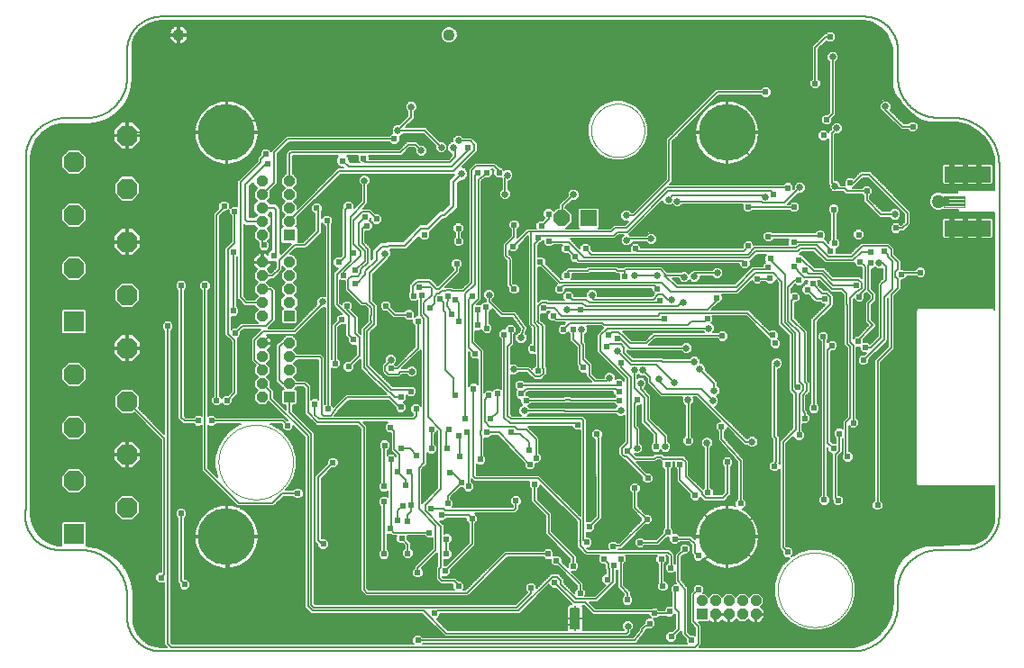
<source format=gbl>
G75*
%MOIN*%
%OFA0B0*%
%FSLAX25Y25*%
%IPPOS*%
%LPD*%
%AMOC8*
5,1,8,0,0,1.08239X$1,22.5*
%
%ADD10C,0.00000*%
%ADD11C,0.00600*%
%ADD12R,0.06000X0.06000*%
%ADD13OC8,0.06000*%
%ADD14C,0.21000*%
%ADD15R,0.03969X0.03969*%
%ADD16OC8,0.03969*%
%ADD17C,0.04362*%
%ADD18C,0.00531*%
%ADD19C,0.03181*%
%ADD20C,0.05000*%
%ADD21C,0.00450*%
%ADD22C,0.00300*%
%ADD23R,0.07600X0.07600*%
%ADD24OC8,0.07600*%
%ADD25R,0.04000X0.04000*%
%ADD26OC8,0.04000*%
%ADD27C,0.02381*%
%ADD28C,0.02578*%
D10*
X0072778Y0072998D02*
X0072782Y0073336D01*
X0072795Y0073674D01*
X0072815Y0074012D01*
X0072844Y0074349D01*
X0072882Y0074685D01*
X0072927Y0075020D01*
X0072981Y0075354D01*
X0073043Y0075686D01*
X0073113Y0076017D01*
X0073191Y0076346D01*
X0073277Y0076673D01*
X0073371Y0076998D01*
X0073474Y0077321D01*
X0073584Y0077640D01*
X0073701Y0077957D01*
X0073827Y0078271D01*
X0073960Y0078582D01*
X0074101Y0078890D01*
X0074249Y0079194D01*
X0074405Y0079494D01*
X0074568Y0079790D01*
X0074738Y0080082D01*
X0074916Y0080370D01*
X0075100Y0080654D01*
X0075292Y0080933D01*
X0075490Y0081207D01*
X0075695Y0081476D01*
X0075906Y0081740D01*
X0076124Y0081999D01*
X0076348Y0082252D01*
X0076578Y0082500D01*
X0076814Y0082742D01*
X0077056Y0082978D01*
X0077304Y0083208D01*
X0077557Y0083432D01*
X0077816Y0083650D01*
X0078080Y0083861D01*
X0078349Y0084066D01*
X0078623Y0084264D01*
X0078902Y0084456D01*
X0079186Y0084640D01*
X0079474Y0084818D01*
X0079766Y0084988D01*
X0080062Y0085151D01*
X0080362Y0085307D01*
X0080666Y0085455D01*
X0080974Y0085596D01*
X0081285Y0085729D01*
X0081599Y0085855D01*
X0081916Y0085972D01*
X0082235Y0086082D01*
X0082558Y0086185D01*
X0082883Y0086279D01*
X0083210Y0086365D01*
X0083539Y0086443D01*
X0083870Y0086513D01*
X0084202Y0086575D01*
X0084536Y0086629D01*
X0084871Y0086674D01*
X0085207Y0086712D01*
X0085544Y0086741D01*
X0085882Y0086761D01*
X0086220Y0086774D01*
X0086558Y0086778D01*
X0086896Y0086774D01*
X0087234Y0086761D01*
X0087572Y0086741D01*
X0087909Y0086712D01*
X0088245Y0086674D01*
X0088580Y0086629D01*
X0088914Y0086575D01*
X0089246Y0086513D01*
X0089577Y0086443D01*
X0089906Y0086365D01*
X0090233Y0086279D01*
X0090558Y0086185D01*
X0090881Y0086082D01*
X0091200Y0085972D01*
X0091517Y0085855D01*
X0091831Y0085729D01*
X0092142Y0085596D01*
X0092450Y0085455D01*
X0092754Y0085307D01*
X0093054Y0085151D01*
X0093350Y0084988D01*
X0093642Y0084818D01*
X0093930Y0084640D01*
X0094214Y0084456D01*
X0094493Y0084264D01*
X0094767Y0084066D01*
X0095036Y0083861D01*
X0095300Y0083650D01*
X0095559Y0083432D01*
X0095812Y0083208D01*
X0096060Y0082978D01*
X0096302Y0082742D01*
X0096538Y0082500D01*
X0096768Y0082252D01*
X0096992Y0081999D01*
X0097210Y0081740D01*
X0097421Y0081476D01*
X0097626Y0081207D01*
X0097824Y0080933D01*
X0098016Y0080654D01*
X0098200Y0080370D01*
X0098378Y0080082D01*
X0098548Y0079790D01*
X0098711Y0079494D01*
X0098867Y0079194D01*
X0099015Y0078890D01*
X0099156Y0078582D01*
X0099289Y0078271D01*
X0099415Y0077957D01*
X0099532Y0077640D01*
X0099642Y0077321D01*
X0099745Y0076998D01*
X0099839Y0076673D01*
X0099925Y0076346D01*
X0100003Y0076017D01*
X0100073Y0075686D01*
X0100135Y0075354D01*
X0100189Y0075020D01*
X0100234Y0074685D01*
X0100272Y0074349D01*
X0100301Y0074012D01*
X0100321Y0073674D01*
X0100334Y0073336D01*
X0100338Y0072998D01*
X0100334Y0072660D01*
X0100321Y0072322D01*
X0100301Y0071984D01*
X0100272Y0071647D01*
X0100234Y0071311D01*
X0100189Y0070976D01*
X0100135Y0070642D01*
X0100073Y0070310D01*
X0100003Y0069979D01*
X0099925Y0069650D01*
X0099839Y0069323D01*
X0099745Y0068998D01*
X0099642Y0068675D01*
X0099532Y0068356D01*
X0099415Y0068039D01*
X0099289Y0067725D01*
X0099156Y0067414D01*
X0099015Y0067106D01*
X0098867Y0066802D01*
X0098711Y0066502D01*
X0098548Y0066206D01*
X0098378Y0065914D01*
X0098200Y0065626D01*
X0098016Y0065342D01*
X0097824Y0065063D01*
X0097626Y0064789D01*
X0097421Y0064520D01*
X0097210Y0064256D01*
X0096992Y0063997D01*
X0096768Y0063744D01*
X0096538Y0063496D01*
X0096302Y0063254D01*
X0096060Y0063018D01*
X0095812Y0062788D01*
X0095559Y0062564D01*
X0095300Y0062346D01*
X0095036Y0062135D01*
X0094767Y0061930D01*
X0094493Y0061732D01*
X0094214Y0061540D01*
X0093930Y0061356D01*
X0093642Y0061178D01*
X0093350Y0061008D01*
X0093054Y0060845D01*
X0092754Y0060689D01*
X0092450Y0060541D01*
X0092142Y0060400D01*
X0091831Y0060267D01*
X0091517Y0060141D01*
X0091200Y0060024D01*
X0090881Y0059914D01*
X0090558Y0059811D01*
X0090233Y0059717D01*
X0089906Y0059631D01*
X0089577Y0059553D01*
X0089246Y0059483D01*
X0088914Y0059421D01*
X0088580Y0059367D01*
X0088245Y0059322D01*
X0087909Y0059284D01*
X0087572Y0059255D01*
X0087234Y0059235D01*
X0086896Y0059222D01*
X0086558Y0059218D01*
X0086220Y0059222D01*
X0085882Y0059235D01*
X0085544Y0059255D01*
X0085207Y0059284D01*
X0084871Y0059322D01*
X0084536Y0059367D01*
X0084202Y0059421D01*
X0083870Y0059483D01*
X0083539Y0059553D01*
X0083210Y0059631D01*
X0082883Y0059717D01*
X0082558Y0059811D01*
X0082235Y0059914D01*
X0081916Y0060024D01*
X0081599Y0060141D01*
X0081285Y0060267D01*
X0080974Y0060400D01*
X0080666Y0060541D01*
X0080362Y0060689D01*
X0080062Y0060845D01*
X0079766Y0061008D01*
X0079474Y0061178D01*
X0079186Y0061356D01*
X0078902Y0061540D01*
X0078623Y0061732D01*
X0078349Y0061930D01*
X0078080Y0062135D01*
X0077816Y0062346D01*
X0077557Y0062564D01*
X0077304Y0062788D01*
X0077056Y0063018D01*
X0076814Y0063254D01*
X0076578Y0063496D01*
X0076348Y0063744D01*
X0076124Y0063997D01*
X0075906Y0064256D01*
X0075695Y0064520D01*
X0075490Y0064789D01*
X0075292Y0065063D01*
X0075100Y0065342D01*
X0074916Y0065626D01*
X0074738Y0065914D01*
X0074568Y0066206D01*
X0074405Y0066502D01*
X0074249Y0066802D01*
X0074101Y0067106D01*
X0073960Y0067414D01*
X0073827Y0067725D01*
X0073701Y0068039D01*
X0073584Y0068356D01*
X0073474Y0068675D01*
X0073371Y0068998D01*
X0073277Y0069323D01*
X0073191Y0069650D01*
X0073113Y0069979D01*
X0073043Y0070310D01*
X0072981Y0070642D01*
X0072927Y0070976D01*
X0072882Y0071311D01*
X0072844Y0071647D01*
X0072815Y0071984D01*
X0072795Y0072322D01*
X0072782Y0072660D01*
X0072778Y0072998D01*
X0210596Y0195835D02*
X0210599Y0196077D01*
X0210608Y0196318D01*
X0210623Y0196559D01*
X0210643Y0196800D01*
X0210670Y0197040D01*
X0210703Y0197279D01*
X0210741Y0197518D01*
X0210785Y0197755D01*
X0210835Y0197992D01*
X0210891Y0198227D01*
X0210953Y0198460D01*
X0211020Y0198692D01*
X0211093Y0198923D01*
X0211171Y0199151D01*
X0211256Y0199377D01*
X0211345Y0199602D01*
X0211440Y0199824D01*
X0211541Y0200043D01*
X0211647Y0200261D01*
X0211758Y0200475D01*
X0211875Y0200687D01*
X0211996Y0200895D01*
X0212123Y0201101D01*
X0212255Y0201303D01*
X0212392Y0201503D01*
X0212533Y0201698D01*
X0212679Y0201891D01*
X0212830Y0202079D01*
X0212986Y0202264D01*
X0213146Y0202445D01*
X0213310Y0202622D01*
X0213479Y0202795D01*
X0213652Y0202964D01*
X0213829Y0203128D01*
X0214010Y0203288D01*
X0214195Y0203444D01*
X0214383Y0203595D01*
X0214576Y0203741D01*
X0214771Y0203882D01*
X0214971Y0204019D01*
X0215173Y0204151D01*
X0215379Y0204278D01*
X0215587Y0204399D01*
X0215799Y0204516D01*
X0216013Y0204627D01*
X0216231Y0204733D01*
X0216450Y0204834D01*
X0216672Y0204929D01*
X0216897Y0205018D01*
X0217123Y0205103D01*
X0217351Y0205181D01*
X0217582Y0205254D01*
X0217814Y0205321D01*
X0218047Y0205383D01*
X0218282Y0205439D01*
X0218519Y0205489D01*
X0218756Y0205533D01*
X0218995Y0205571D01*
X0219234Y0205604D01*
X0219474Y0205631D01*
X0219715Y0205651D01*
X0219956Y0205666D01*
X0220197Y0205675D01*
X0220439Y0205678D01*
X0220681Y0205675D01*
X0220922Y0205666D01*
X0221163Y0205651D01*
X0221404Y0205631D01*
X0221644Y0205604D01*
X0221883Y0205571D01*
X0222122Y0205533D01*
X0222359Y0205489D01*
X0222596Y0205439D01*
X0222831Y0205383D01*
X0223064Y0205321D01*
X0223296Y0205254D01*
X0223527Y0205181D01*
X0223755Y0205103D01*
X0223981Y0205018D01*
X0224206Y0204929D01*
X0224428Y0204834D01*
X0224647Y0204733D01*
X0224865Y0204627D01*
X0225079Y0204516D01*
X0225291Y0204399D01*
X0225499Y0204278D01*
X0225705Y0204151D01*
X0225907Y0204019D01*
X0226107Y0203882D01*
X0226302Y0203741D01*
X0226495Y0203595D01*
X0226683Y0203444D01*
X0226868Y0203288D01*
X0227049Y0203128D01*
X0227226Y0202964D01*
X0227399Y0202795D01*
X0227568Y0202622D01*
X0227732Y0202445D01*
X0227892Y0202264D01*
X0228048Y0202079D01*
X0228199Y0201891D01*
X0228345Y0201698D01*
X0228486Y0201503D01*
X0228623Y0201303D01*
X0228755Y0201101D01*
X0228882Y0200895D01*
X0229003Y0200687D01*
X0229120Y0200475D01*
X0229231Y0200261D01*
X0229337Y0200043D01*
X0229438Y0199824D01*
X0229533Y0199602D01*
X0229622Y0199377D01*
X0229707Y0199151D01*
X0229785Y0198923D01*
X0229858Y0198692D01*
X0229925Y0198460D01*
X0229987Y0198227D01*
X0230043Y0197992D01*
X0230093Y0197755D01*
X0230137Y0197518D01*
X0230175Y0197279D01*
X0230208Y0197040D01*
X0230235Y0196800D01*
X0230255Y0196559D01*
X0230270Y0196318D01*
X0230279Y0196077D01*
X0230282Y0195835D01*
X0230279Y0195593D01*
X0230270Y0195352D01*
X0230255Y0195111D01*
X0230235Y0194870D01*
X0230208Y0194630D01*
X0230175Y0194391D01*
X0230137Y0194152D01*
X0230093Y0193915D01*
X0230043Y0193678D01*
X0229987Y0193443D01*
X0229925Y0193210D01*
X0229858Y0192978D01*
X0229785Y0192747D01*
X0229707Y0192519D01*
X0229622Y0192293D01*
X0229533Y0192068D01*
X0229438Y0191846D01*
X0229337Y0191627D01*
X0229231Y0191409D01*
X0229120Y0191195D01*
X0229003Y0190983D01*
X0228882Y0190775D01*
X0228755Y0190569D01*
X0228623Y0190367D01*
X0228486Y0190167D01*
X0228345Y0189972D01*
X0228199Y0189779D01*
X0228048Y0189591D01*
X0227892Y0189406D01*
X0227732Y0189225D01*
X0227568Y0189048D01*
X0227399Y0188875D01*
X0227226Y0188706D01*
X0227049Y0188542D01*
X0226868Y0188382D01*
X0226683Y0188226D01*
X0226495Y0188075D01*
X0226302Y0187929D01*
X0226107Y0187788D01*
X0225907Y0187651D01*
X0225705Y0187519D01*
X0225499Y0187392D01*
X0225291Y0187271D01*
X0225079Y0187154D01*
X0224865Y0187043D01*
X0224647Y0186937D01*
X0224428Y0186836D01*
X0224206Y0186741D01*
X0223981Y0186652D01*
X0223755Y0186567D01*
X0223527Y0186489D01*
X0223296Y0186416D01*
X0223064Y0186349D01*
X0222831Y0186287D01*
X0222596Y0186231D01*
X0222359Y0186181D01*
X0222122Y0186137D01*
X0221883Y0186099D01*
X0221644Y0186066D01*
X0221404Y0186039D01*
X0221163Y0186019D01*
X0220922Y0186004D01*
X0220681Y0185995D01*
X0220439Y0185992D01*
X0220197Y0185995D01*
X0219956Y0186004D01*
X0219715Y0186019D01*
X0219474Y0186039D01*
X0219234Y0186066D01*
X0218995Y0186099D01*
X0218756Y0186137D01*
X0218519Y0186181D01*
X0218282Y0186231D01*
X0218047Y0186287D01*
X0217814Y0186349D01*
X0217582Y0186416D01*
X0217351Y0186489D01*
X0217123Y0186567D01*
X0216897Y0186652D01*
X0216672Y0186741D01*
X0216450Y0186836D01*
X0216231Y0186937D01*
X0216013Y0187043D01*
X0215799Y0187154D01*
X0215587Y0187271D01*
X0215379Y0187392D01*
X0215173Y0187519D01*
X0214971Y0187651D01*
X0214771Y0187788D01*
X0214576Y0187929D01*
X0214383Y0188075D01*
X0214195Y0188226D01*
X0214010Y0188382D01*
X0213829Y0188542D01*
X0213652Y0188706D01*
X0213479Y0188875D01*
X0213310Y0189048D01*
X0213146Y0189225D01*
X0212986Y0189406D01*
X0212830Y0189591D01*
X0212679Y0189779D01*
X0212533Y0189972D01*
X0212392Y0190167D01*
X0212255Y0190367D01*
X0212123Y0190569D01*
X0211996Y0190775D01*
X0211875Y0190983D01*
X0211758Y0191195D01*
X0211647Y0191409D01*
X0211541Y0191627D01*
X0211440Y0191846D01*
X0211345Y0192068D01*
X0211256Y0192293D01*
X0211171Y0192519D01*
X0211093Y0192747D01*
X0211020Y0192978D01*
X0210953Y0193210D01*
X0210891Y0193443D01*
X0210835Y0193678D01*
X0210785Y0193915D01*
X0210741Y0194152D01*
X0210703Y0194391D01*
X0210670Y0194630D01*
X0210643Y0194870D01*
X0210623Y0195111D01*
X0210608Y0195352D01*
X0210599Y0195593D01*
X0210596Y0195835D01*
X0279559Y0025685D02*
X0279563Y0026023D01*
X0279576Y0026361D01*
X0279596Y0026699D01*
X0279625Y0027036D01*
X0279663Y0027372D01*
X0279708Y0027707D01*
X0279762Y0028041D01*
X0279824Y0028373D01*
X0279894Y0028704D01*
X0279972Y0029033D01*
X0280058Y0029360D01*
X0280152Y0029685D01*
X0280255Y0030008D01*
X0280365Y0030327D01*
X0280482Y0030644D01*
X0280608Y0030958D01*
X0280741Y0031269D01*
X0280882Y0031577D01*
X0281030Y0031881D01*
X0281186Y0032181D01*
X0281349Y0032477D01*
X0281519Y0032769D01*
X0281697Y0033057D01*
X0281881Y0033341D01*
X0282073Y0033620D01*
X0282271Y0033894D01*
X0282476Y0034163D01*
X0282687Y0034427D01*
X0282905Y0034686D01*
X0283129Y0034939D01*
X0283359Y0035187D01*
X0283595Y0035429D01*
X0283837Y0035665D01*
X0284085Y0035895D01*
X0284338Y0036119D01*
X0284597Y0036337D01*
X0284861Y0036548D01*
X0285130Y0036753D01*
X0285404Y0036951D01*
X0285683Y0037143D01*
X0285967Y0037327D01*
X0286255Y0037505D01*
X0286547Y0037675D01*
X0286843Y0037838D01*
X0287143Y0037994D01*
X0287447Y0038142D01*
X0287755Y0038283D01*
X0288066Y0038416D01*
X0288380Y0038542D01*
X0288697Y0038659D01*
X0289016Y0038769D01*
X0289339Y0038872D01*
X0289664Y0038966D01*
X0289991Y0039052D01*
X0290320Y0039130D01*
X0290651Y0039200D01*
X0290983Y0039262D01*
X0291317Y0039316D01*
X0291652Y0039361D01*
X0291988Y0039399D01*
X0292325Y0039428D01*
X0292663Y0039448D01*
X0293001Y0039461D01*
X0293339Y0039465D01*
X0293677Y0039461D01*
X0294015Y0039448D01*
X0294353Y0039428D01*
X0294690Y0039399D01*
X0295026Y0039361D01*
X0295361Y0039316D01*
X0295695Y0039262D01*
X0296027Y0039200D01*
X0296358Y0039130D01*
X0296687Y0039052D01*
X0297014Y0038966D01*
X0297339Y0038872D01*
X0297662Y0038769D01*
X0297981Y0038659D01*
X0298298Y0038542D01*
X0298612Y0038416D01*
X0298923Y0038283D01*
X0299231Y0038142D01*
X0299535Y0037994D01*
X0299835Y0037838D01*
X0300131Y0037675D01*
X0300423Y0037505D01*
X0300711Y0037327D01*
X0300995Y0037143D01*
X0301274Y0036951D01*
X0301548Y0036753D01*
X0301817Y0036548D01*
X0302081Y0036337D01*
X0302340Y0036119D01*
X0302593Y0035895D01*
X0302841Y0035665D01*
X0303083Y0035429D01*
X0303319Y0035187D01*
X0303549Y0034939D01*
X0303773Y0034686D01*
X0303991Y0034427D01*
X0304202Y0034163D01*
X0304407Y0033894D01*
X0304605Y0033620D01*
X0304797Y0033341D01*
X0304981Y0033057D01*
X0305159Y0032769D01*
X0305329Y0032477D01*
X0305492Y0032181D01*
X0305648Y0031881D01*
X0305796Y0031577D01*
X0305937Y0031269D01*
X0306070Y0030958D01*
X0306196Y0030644D01*
X0306313Y0030327D01*
X0306423Y0030008D01*
X0306526Y0029685D01*
X0306620Y0029360D01*
X0306706Y0029033D01*
X0306784Y0028704D01*
X0306854Y0028373D01*
X0306916Y0028041D01*
X0306970Y0027707D01*
X0307015Y0027372D01*
X0307053Y0027036D01*
X0307082Y0026699D01*
X0307102Y0026361D01*
X0307115Y0026023D01*
X0307119Y0025685D01*
X0307115Y0025347D01*
X0307102Y0025009D01*
X0307082Y0024671D01*
X0307053Y0024334D01*
X0307015Y0023998D01*
X0306970Y0023663D01*
X0306916Y0023329D01*
X0306854Y0022997D01*
X0306784Y0022666D01*
X0306706Y0022337D01*
X0306620Y0022010D01*
X0306526Y0021685D01*
X0306423Y0021362D01*
X0306313Y0021043D01*
X0306196Y0020726D01*
X0306070Y0020412D01*
X0305937Y0020101D01*
X0305796Y0019793D01*
X0305648Y0019489D01*
X0305492Y0019189D01*
X0305329Y0018893D01*
X0305159Y0018601D01*
X0304981Y0018313D01*
X0304797Y0018029D01*
X0304605Y0017750D01*
X0304407Y0017476D01*
X0304202Y0017207D01*
X0303991Y0016943D01*
X0303773Y0016684D01*
X0303549Y0016431D01*
X0303319Y0016183D01*
X0303083Y0015941D01*
X0302841Y0015705D01*
X0302593Y0015475D01*
X0302340Y0015251D01*
X0302081Y0015033D01*
X0301817Y0014822D01*
X0301548Y0014617D01*
X0301274Y0014419D01*
X0300995Y0014227D01*
X0300711Y0014043D01*
X0300423Y0013865D01*
X0300131Y0013695D01*
X0299835Y0013532D01*
X0299535Y0013376D01*
X0299231Y0013228D01*
X0298923Y0013087D01*
X0298612Y0012954D01*
X0298298Y0012828D01*
X0297981Y0012711D01*
X0297662Y0012601D01*
X0297339Y0012498D01*
X0297014Y0012404D01*
X0296687Y0012318D01*
X0296358Y0012240D01*
X0296027Y0012170D01*
X0295695Y0012108D01*
X0295361Y0012054D01*
X0295026Y0012009D01*
X0294690Y0011971D01*
X0294353Y0011942D01*
X0294015Y0011922D01*
X0293677Y0011909D01*
X0293339Y0011905D01*
X0293001Y0011909D01*
X0292663Y0011922D01*
X0292325Y0011942D01*
X0291988Y0011971D01*
X0291652Y0012009D01*
X0291317Y0012054D01*
X0290983Y0012108D01*
X0290651Y0012170D01*
X0290320Y0012240D01*
X0289991Y0012318D01*
X0289664Y0012404D01*
X0289339Y0012498D01*
X0289016Y0012601D01*
X0288697Y0012711D01*
X0288380Y0012828D01*
X0288066Y0012954D01*
X0287755Y0013087D01*
X0287447Y0013228D01*
X0287143Y0013376D01*
X0286843Y0013532D01*
X0286547Y0013695D01*
X0286255Y0013865D01*
X0285967Y0014043D01*
X0285683Y0014227D01*
X0285404Y0014419D01*
X0285130Y0014617D01*
X0284861Y0014822D01*
X0284597Y0015033D01*
X0284338Y0015251D01*
X0284085Y0015475D01*
X0283837Y0015705D01*
X0283595Y0015941D01*
X0283359Y0016183D01*
X0283129Y0016431D01*
X0282905Y0016684D01*
X0282687Y0016943D01*
X0282476Y0017207D01*
X0282271Y0017476D01*
X0282073Y0017750D01*
X0281881Y0018029D01*
X0281697Y0018313D01*
X0281519Y0018601D01*
X0281349Y0018893D01*
X0281186Y0019189D01*
X0281030Y0019489D01*
X0280882Y0019793D01*
X0280741Y0020101D01*
X0280608Y0020412D01*
X0280482Y0020726D01*
X0280365Y0021043D01*
X0280255Y0021362D01*
X0280152Y0021685D01*
X0280058Y0022010D01*
X0279972Y0022337D01*
X0279894Y0022666D01*
X0279824Y0022997D01*
X0279762Y0023329D01*
X0279708Y0023663D01*
X0279663Y0023998D01*
X0279625Y0024334D01*
X0279596Y0024671D01*
X0279576Y0025009D01*
X0279563Y0025347D01*
X0279559Y0025685D01*
D11*
X0039008Y0022962D02*
X0039003Y0023385D01*
X0038988Y0023807D01*
X0038962Y0024230D01*
X0038926Y0024651D01*
X0038880Y0025071D01*
X0038824Y0025491D01*
X0038758Y0025908D01*
X0038682Y0026324D01*
X0038596Y0026738D01*
X0038499Y0027150D01*
X0038393Y0027559D01*
X0038277Y0027966D01*
X0038151Y0028370D01*
X0038016Y0028770D01*
X0037871Y0029168D01*
X0037716Y0029561D01*
X0037552Y0029951D01*
X0037378Y0030337D01*
X0037195Y0030718D01*
X0037003Y0031095D01*
X0036802Y0031467D01*
X0036592Y0031834D01*
X0036374Y0032196D01*
X0036146Y0032552D01*
X0035910Y0032903D01*
X0035666Y0033248D01*
X0035413Y0033587D01*
X0035152Y0033920D01*
X0034884Y0034247D01*
X0034607Y0034567D01*
X0034323Y0034880D01*
X0034031Y0035186D01*
X0033732Y0035485D01*
X0033426Y0035777D01*
X0033113Y0036061D01*
X0032793Y0036338D01*
X0032466Y0036606D01*
X0032133Y0036867D01*
X0031794Y0037120D01*
X0031449Y0037364D01*
X0031098Y0037600D01*
X0030742Y0037828D01*
X0030380Y0038046D01*
X0030013Y0038256D01*
X0029641Y0038457D01*
X0029264Y0038649D01*
X0028883Y0038832D01*
X0028497Y0039006D01*
X0028107Y0039170D01*
X0027714Y0039325D01*
X0027316Y0039470D01*
X0026916Y0039605D01*
X0026512Y0039731D01*
X0026105Y0039847D01*
X0025696Y0039953D01*
X0025284Y0040050D01*
X0024870Y0040136D01*
X0024454Y0040212D01*
X0024037Y0040278D01*
X0023617Y0040334D01*
X0023197Y0040380D01*
X0022776Y0040416D01*
X0022353Y0040442D01*
X0021931Y0040457D01*
X0021508Y0040462D01*
X0021508Y0040463D02*
X0014008Y0040463D01*
X0014008Y0042062D02*
X0013562Y0042095D01*
X0011956Y0042445D01*
X0010365Y0043038D01*
X0008875Y0043852D01*
X0007516Y0044869D01*
X0006315Y0046070D01*
X0005297Y0047429D01*
X0004484Y0048919D01*
X0003890Y0050510D01*
X0003529Y0052169D01*
X0003408Y0053862D01*
X0003408Y0185662D01*
X0003537Y0187456D01*
X0003919Y0189212D01*
X0004547Y0190897D01*
X0005409Y0192475D01*
X0006486Y0193914D01*
X0007757Y0195185D01*
X0009196Y0196262D01*
X0010774Y0197124D01*
X0012459Y0197752D01*
X0014215Y0198134D01*
X0016008Y0198262D01*
X0024508Y0198262D01*
X0026649Y0198403D01*
X0028753Y0198821D01*
X0030784Y0199511D01*
X0032708Y0200460D01*
X0034492Y0201652D01*
X0036105Y0203066D01*
X0037519Y0204679D01*
X0038711Y0206462D01*
X0039660Y0208386D01*
X0040350Y0210418D01*
X0040768Y0212522D01*
X0040908Y0214662D01*
X0040908Y0227462D01*
X0040995Y0227944D01*
X0041796Y0230411D01*
X0043801Y0233170D01*
X0046560Y0235174D01*
X0049803Y0236228D01*
X0051508Y0236362D01*
X0311508Y0236362D01*
X0312976Y0236247D01*
X0314515Y0235696D01*
X0316066Y0234886D01*
X0317491Y0233870D01*
X0318763Y0232668D01*
X0319858Y0231303D01*
X0320755Y0229800D01*
X0321437Y0228189D01*
X0321891Y0226499D01*
X0322108Y0224762D01*
X0322108Y0211734D01*
X0322268Y0210790D01*
X0322574Y0209883D01*
X0323018Y0209035D01*
X0323589Y0208267D01*
X0324273Y0207598D01*
X0324553Y0207299D01*
X0325725Y0205270D01*
X0325725Y0205270D01*
X0328816Y0202179D01*
X0330009Y0201491D01*
X0330444Y0201027D01*
X0331575Y0200171D01*
X0332826Y0199503D01*
X0334166Y0199039D01*
X0335562Y0198790D01*
X0336979Y0198762D01*
X0342208Y0198862D01*
X0343808Y0198762D01*
X0345556Y0198761D01*
X0346084Y0198726D01*
X0350093Y0197652D01*
X0353688Y0195577D01*
X0356623Y0192642D01*
X0358698Y0189047D01*
X0359612Y0185636D01*
X0359708Y0184962D01*
X0359708Y0173762D01*
X0346460Y0173762D01*
X0346108Y0173411D01*
X0346108Y0172712D01*
X0340638Y0172712D01*
X0340536Y0172610D01*
X0339685Y0172962D01*
X0338332Y0172962D01*
X0337082Y0172445D01*
X0336126Y0171488D01*
X0335608Y0170239D01*
X0335608Y0168886D01*
X0336126Y0167637D01*
X0337082Y0166680D01*
X0338332Y0166163D01*
X0339685Y0166163D01*
X0340536Y0166515D01*
X0340638Y0166413D01*
X0346208Y0166413D01*
X0346208Y0165714D01*
X0346560Y0165363D01*
X0359708Y0165363D01*
X0359708Y0129362D01*
X0359608Y0129362D01*
X0359608Y0129811D01*
X0359257Y0130162D01*
X0331260Y0130162D01*
X0330908Y0129811D01*
X0330908Y0129362D01*
X0330684Y0129362D01*
X0330508Y0129187D01*
X0330508Y0064638D01*
X0330684Y0064462D01*
X0330908Y0064462D01*
X0330908Y0064314D01*
X0331260Y0063962D01*
X0359257Y0063962D01*
X0359608Y0064314D01*
X0359608Y0064462D01*
X0359708Y0064462D01*
X0359708Y0051562D01*
X0359612Y0050757D01*
X0358720Y0048014D01*
X0356716Y0045255D01*
X0354495Y0043642D01*
X0353833Y0043321D01*
X0352561Y0042914D01*
X0351244Y0042694D01*
X0349908Y0042663D01*
X0337908Y0042063D01*
X0336056Y0042125D01*
X0334211Y0041944D01*
X0332406Y0041525D01*
X0330671Y0040873D01*
X0329035Y0040001D01*
X0327528Y0038923D01*
X0326174Y0037657D01*
X0324997Y0036225D01*
X0324017Y0034652D01*
X0323251Y0032964D01*
X0322712Y0031191D01*
X0322408Y0029362D01*
X0322208Y0021263D01*
X0322071Y0019063D01*
X0321647Y0016900D01*
X0320945Y0014810D01*
X0319976Y0012831D01*
X0318757Y0010995D01*
X0317308Y0009333D01*
X0315656Y0007875D01*
X0313827Y0006645D01*
X0311853Y0005664D01*
X0309768Y0004950D01*
X0307851Y0004562D01*
X0250705Y0004562D01*
X0250755Y0004613D01*
X0250755Y0004613D01*
X0251458Y0005315D01*
X0251458Y0012560D01*
X0250215Y0013803D01*
X0253865Y0013803D01*
X0254307Y0014245D01*
X0255148Y0013403D01*
X0256316Y0013403D01*
X0256316Y0016495D01*
X0256700Y0016495D01*
X0256700Y0013403D01*
X0257869Y0013403D01*
X0259008Y0014543D01*
X0260148Y0013403D01*
X0261316Y0013403D01*
X0261316Y0016495D01*
X0261700Y0016495D01*
X0261700Y0013403D01*
X0262869Y0013403D01*
X0264291Y0014826D01*
X0265314Y0013803D01*
X0267703Y0013803D01*
X0268725Y0014826D01*
X0270148Y0013403D01*
X0271316Y0013403D01*
X0271316Y0016495D01*
X0271700Y0016495D01*
X0271700Y0013403D01*
X0272869Y0013403D01*
X0274793Y0015327D01*
X0274793Y0016495D01*
X0271701Y0016495D01*
X0271701Y0016880D01*
X0274793Y0016880D01*
X0274793Y0018048D01*
X0273370Y0019470D01*
X0274393Y0020493D01*
X0274393Y0022882D01*
X0272703Y0024572D01*
X0270314Y0024572D01*
X0269008Y0023266D01*
X0267703Y0024572D01*
X0265314Y0024572D01*
X0264008Y0023266D01*
X0262703Y0024572D01*
X0260314Y0024572D01*
X0259008Y0023266D01*
X0257703Y0024572D01*
X0255314Y0024572D01*
X0254008Y0023266D01*
X0252703Y0024572D01*
X0251974Y0024572D01*
X0252349Y0024947D01*
X0252349Y0026678D01*
X0251124Y0027903D01*
X0249392Y0027903D01*
X0248168Y0026678D01*
X0248168Y0025419D01*
X0247183Y0024435D01*
X0247183Y0013440D01*
X0247886Y0012737D01*
X0249058Y0011565D01*
X0249058Y0008719D01*
X0248624Y0009153D01*
X0247365Y0009153D01*
X0246458Y0010060D01*
X0246458Y0025746D01*
X0246506Y0026174D01*
X0246458Y0026233D01*
X0246458Y0026310D01*
X0246154Y0026614D01*
X0243958Y0029358D01*
X0243958Y0037815D01*
X0244865Y0038722D01*
X0246124Y0038722D01*
X0247349Y0039947D01*
X0247349Y0041678D01*
X0246124Y0042903D01*
X0244392Y0042903D01*
X0243168Y0041678D01*
X0243168Y0040419D01*
X0241558Y0038810D01*
X0241558Y0035299D01*
X0241458Y0035399D01*
X0241458Y0038810D01*
X0240208Y0040060D01*
X0239505Y0040762D01*
X0220665Y0040762D01*
X0220765Y0040863D01*
X0221884Y0040863D01*
X0222587Y0041565D01*
X0230756Y0049735D01*
X0232016Y0049735D01*
X0233240Y0050960D01*
X0233240Y0052691D01*
X0232016Y0053916D01*
X0230756Y0053916D01*
X0227974Y0056698D01*
X0227974Y0061551D01*
X0228865Y0062442D01*
X0228865Y0064173D01*
X0227640Y0065398D01*
X0225908Y0065398D01*
X0224684Y0064173D01*
X0224684Y0062442D01*
X0225574Y0061551D01*
X0225574Y0055704D01*
X0226277Y0055001D01*
X0229059Y0052219D01*
X0229059Y0051432D01*
X0220890Y0043262D01*
X0220312Y0043262D01*
X0219648Y0043927D01*
X0217916Y0043927D01*
X0216692Y0042702D01*
X0216692Y0040970D01*
X0216899Y0040762D01*
X0209505Y0040762D01*
X0209046Y0041222D01*
X0209874Y0041222D01*
X0211099Y0042447D01*
X0211099Y0044178D01*
X0209874Y0045403D01*
X0208958Y0045403D01*
X0208958Y0046988D01*
X0209049Y0046897D01*
X0210781Y0046897D01*
X0212006Y0048122D01*
X0212006Y0049432D01*
X0214240Y0051760D01*
X0214583Y0052104D01*
X0214583Y0052117D01*
X0214592Y0052126D01*
X0214582Y0052612D01*
X0214516Y0081583D01*
X0214613Y0081799D01*
X0214515Y0082060D01*
X0214514Y0082112D01*
X0214849Y0082447D01*
X0214849Y0084178D01*
X0213624Y0085403D01*
X0211892Y0085403D01*
X0210668Y0084178D01*
X0210668Y0082447D01*
X0211892Y0081222D01*
X0212116Y0081222D01*
X0212181Y0053080D01*
X0210259Y0051078D01*
X0209049Y0051078D01*
X0208958Y0050988D01*
X0208958Y0088810D01*
X0208333Y0089435D01*
X0207630Y0090137D01*
X0187143Y0090137D01*
X0187868Y0090862D01*
X0200355Y0090862D01*
X0200495Y0090722D01*
X0219753Y0090722D01*
X0220602Y0089874D01*
X0222415Y0089874D01*
X0222858Y0090317D01*
X0222858Y0080705D01*
X0221322Y0079169D01*
X0220619Y0078466D01*
X0220619Y0075659D01*
X0221963Y0074315D01*
X0222103Y0074315D01*
X0222645Y0073772D01*
X0223102Y0073772D01*
X0229418Y0067456D01*
X0229418Y0066197D01*
X0230642Y0064972D01*
X0232374Y0064972D01*
X0233599Y0066197D01*
X0233599Y0067928D01*
X0232374Y0069153D01*
X0231115Y0069153D01*
X0227305Y0072963D01*
X0234399Y0072963D01*
X0235089Y0073653D01*
X0235827Y0073653D01*
X0236518Y0072963D01*
X0236810Y0072963D01*
X0236776Y0072928D01*
X0236776Y0071197D01*
X0237808Y0070164D01*
X0237808Y0048819D01*
X0236918Y0047928D01*
X0236918Y0046669D01*
X0234622Y0044373D01*
X0230451Y0044373D01*
X0229560Y0045264D01*
X0227828Y0045264D01*
X0226604Y0044039D01*
X0226604Y0042307D01*
X0227828Y0041083D01*
X0229560Y0041083D01*
X0230451Y0041973D01*
X0235616Y0041973D01*
X0238615Y0044972D01*
X0239418Y0044972D01*
X0239418Y0043697D01*
X0240642Y0042472D01*
X0242374Y0042472D01*
X0243265Y0043362D01*
X0246636Y0043362D01*
X0247808Y0042190D01*
X0247808Y0039065D01*
X0248168Y0038706D01*
X0248168Y0037447D01*
X0249392Y0036222D01*
X0251124Y0036222D01*
X0252202Y0037299D01*
X0252944Y0036557D01*
X0253980Y0035731D01*
X0255102Y0035026D01*
X0256297Y0034451D01*
X0257548Y0034013D01*
X0258840Y0033718D01*
X0260157Y0033570D01*
X0260519Y0033570D01*
X0260519Y0045070D01*
X0249019Y0045070D01*
X0249019Y0044707D01*
X0249062Y0044331D01*
X0247630Y0045762D01*
X0243265Y0045762D01*
X0242374Y0046653D01*
X0241099Y0046653D01*
X0241099Y0047928D01*
X0240208Y0048819D01*
X0240208Y0070448D01*
X0240957Y0071197D01*
X0240957Y0072928D01*
X0240923Y0072963D01*
X0241327Y0072963D01*
X0241293Y0072928D01*
X0241293Y0071197D01*
X0242183Y0070306D01*
X0242183Y0065865D01*
X0246968Y0061081D01*
X0246968Y0059822D01*
X0248192Y0058597D01*
X0249924Y0058597D01*
X0251128Y0059801D01*
X0252384Y0058545D01*
X0255110Y0058545D01*
X0255127Y0058562D01*
X0259905Y0058562D01*
X0261455Y0060112D01*
X0262158Y0060815D01*
X0262158Y0071206D01*
X0263049Y0072097D01*
X0263049Y0073828D01*
X0261824Y0075053D01*
X0260092Y0075053D01*
X0258868Y0073828D01*
X0258868Y0072097D01*
X0259758Y0071206D01*
X0259758Y0061810D01*
X0258911Y0060962D01*
X0255830Y0060962D01*
X0255838Y0060970D01*
X0255838Y0062702D01*
X0254799Y0063740D01*
X0254799Y0078387D01*
X0255618Y0079206D01*
X0255618Y0081019D01*
X0254336Y0082302D01*
X0252522Y0082302D01*
X0251240Y0081019D01*
X0251240Y0079206D01*
X0252399Y0078047D01*
X0252399Y0063444D01*
X0251988Y0063033D01*
X0246808Y0068213D01*
X0246808Y0073460D01*
X0246105Y0074162D01*
X0245608Y0074660D01*
X0244905Y0075362D01*
X0237512Y0075362D01*
X0236821Y0076053D01*
X0234095Y0076053D01*
X0233405Y0075362D01*
X0227405Y0075362D01*
X0226783Y0075985D01*
X0228400Y0075985D01*
X0229682Y0077267D01*
X0229682Y0079080D01*
X0228693Y0080069D01*
X0228693Y0085616D01*
X0227990Y0086319D01*
X0227708Y0086601D01*
X0227708Y0093872D01*
X0228624Y0093872D01*
X0229108Y0094356D01*
X0229108Y0087452D01*
X0229811Y0086749D01*
X0233458Y0083102D01*
X0233458Y0080436D01*
X0232568Y0079546D01*
X0232568Y0077814D01*
X0233792Y0076589D01*
X0235524Y0076589D01*
X0236255Y0077320D01*
X0237002Y0076574D01*
X0238815Y0076574D01*
X0240097Y0077856D01*
X0240097Y0079669D01*
X0239108Y0080658D01*
X0239108Y0082960D01*
X0232808Y0089260D01*
X0232808Y0096767D01*
X0232808Y0097266D01*
X0232808Y0097761D01*
X0232433Y0098136D01*
X0232105Y0098463D01*
X0230155Y0100413D01*
X0231097Y0101356D01*
X0231097Y0103169D01*
X0229815Y0104451D01*
X0228002Y0104451D01*
X0227708Y0104158D01*
X0227708Y0105167D01*
X0228097Y0105556D01*
X0228780Y0104874D01*
X0230178Y0104874D01*
X0231208Y0103843D01*
X0231208Y0102140D01*
X0231911Y0101437D01*
X0236311Y0097037D01*
X0244367Y0097037D01*
X0244200Y0096871D01*
X0244200Y0095057D01*
X0245366Y0093892D01*
X0245366Y0082627D01*
X0244418Y0081678D01*
X0244418Y0079947D01*
X0245642Y0078722D01*
X0247374Y0078722D01*
X0248599Y0079947D01*
X0248599Y0081678D01*
X0247766Y0082511D01*
X0247766Y0094245D01*
X0248578Y0095057D01*
X0248578Y0096871D01*
X0248411Y0097037D01*
X0249436Y0097037D01*
X0258271Y0088203D01*
X0257867Y0088203D01*
X0256643Y0086978D01*
X0256643Y0085247D01*
X0257533Y0084356D01*
X0257533Y0081635D01*
X0257505Y0081176D01*
X0257533Y0081144D01*
X0257533Y0081101D01*
X0257859Y0080776D01*
X0264683Y0073056D01*
X0264683Y0059444D01*
X0263793Y0058553D01*
X0263793Y0056822D01*
X0263828Y0056786D01*
X0262799Y0057021D01*
X0261482Y0057170D01*
X0261119Y0057170D01*
X0261119Y0045670D01*
X0260519Y0045670D01*
X0260519Y0057170D01*
X0260157Y0057170D01*
X0258840Y0057021D01*
X0257548Y0056726D01*
X0256297Y0056289D01*
X0255102Y0055713D01*
X0253980Y0055008D01*
X0252944Y0054182D01*
X0252007Y0053245D01*
X0251181Y0052209D01*
X0250475Y0051086D01*
X0249900Y0049892D01*
X0249463Y0048641D01*
X0249168Y0047349D01*
X0249019Y0046032D01*
X0249019Y0045670D01*
X0260519Y0045670D01*
X0260519Y0045070D01*
X0261119Y0045070D01*
X0261119Y0045670D01*
X0272619Y0045670D01*
X0272619Y0046032D01*
X0272471Y0047349D01*
X0272176Y0048641D01*
X0271738Y0049892D01*
X0271163Y0051086D01*
X0270458Y0052209D01*
X0269632Y0053245D01*
X0268695Y0054182D01*
X0267658Y0055008D01*
X0266722Y0055597D01*
X0266749Y0055597D01*
X0267974Y0056822D01*
X0267974Y0058553D01*
X0267083Y0059444D01*
X0267083Y0073473D01*
X0267112Y0073933D01*
X0267083Y0073965D01*
X0267083Y0074007D01*
X0266758Y0074333D01*
X0259933Y0082053D01*
X0259933Y0084356D01*
X0260824Y0085247D01*
X0260824Y0085650D01*
X0267211Y0079263D01*
X0268213Y0079263D01*
X0269202Y0078274D01*
X0271015Y0078274D01*
X0272297Y0079556D01*
X0272297Y0081369D01*
X0271015Y0082651D01*
X0269202Y0082651D01*
X0268213Y0081662D01*
X0268205Y0081662D01*
X0256294Y0093574D01*
X0256515Y0093574D01*
X0257797Y0094856D01*
X0257797Y0096669D01*
X0257104Y0097362D01*
X0258297Y0098556D01*
X0258297Y0100369D01*
X0257308Y0101358D01*
X0257308Y0102660D01*
X0256605Y0103362D01*
X0252897Y0107071D01*
X0252897Y0108469D01*
X0251615Y0109751D01*
X0250997Y0109751D01*
X0250997Y0111069D01*
X0249715Y0112351D01*
X0247902Y0112351D01*
X0246913Y0111362D01*
X0237494Y0111362D01*
X0237205Y0111651D01*
X0226216Y0111651D01*
X0224008Y0113860D01*
X0224008Y0114563D01*
X0224619Y0113951D01*
X0243880Y0113951D01*
X0244869Y0112962D01*
X0246682Y0112962D01*
X0247965Y0114245D01*
X0247965Y0116058D01*
X0246682Y0117340D01*
X0244869Y0117340D01*
X0243880Y0116351D01*
X0232094Y0116351D01*
X0234405Y0118662D01*
X0257152Y0118662D01*
X0258242Y0117572D01*
X0259974Y0117572D01*
X0261199Y0118797D01*
X0261199Y0120528D01*
X0259974Y0121753D01*
X0258242Y0121753D01*
X0257552Y0121062D01*
X0255632Y0121062D01*
X0256241Y0121671D01*
X0256241Y0123485D01*
X0255114Y0124612D01*
X0255599Y0125097D01*
X0255599Y0126828D01*
X0255474Y0126953D01*
X0267938Y0126953D01*
X0275718Y0119173D01*
X0275718Y0119097D01*
X0276802Y0118012D01*
X0276618Y0117828D01*
X0276618Y0116097D01*
X0277842Y0114872D01*
X0279574Y0114872D01*
X0280799Y0116097D01*
X0280799Y0117828D01*
X0279715Y0118912D01*
X0279899Y0119097D01*
X0279899Y0120828D01*
X0278674Y0122053D01*
X0276942Y0122053D01*
X0276587Y0121698D01*
X0269635Y0128650D01*
X0268932Y0129353D01*
X0255121Y0129353D01*
X0257540Y0131772D01*
X0257974Y0131772D01*
X0259199Y0132997D01*
X0259199Y0134728D01*
X0258924Y0135003D01*
X0264849Y0135003D01*
X0265552Y0135706D01*
X0269927Y0140081D01*
X0269927Y0140006D01*
X0271152Y0138781D01*
X0272884Y0138781D01*
X0273774Y0139672D01*
X0275103Y0139672D01*
X0275903Y0138872D01*
X0277635Y0138872D01*
X0278860Y0140097D01*
X0278860Y0140332D01*
X0279759Y0139433D01*
X0279759Y0123861D01*
X0280462Y0123159D01*
X0283708Y0119912D01*
X0283708Y0099299D01*
X0284411Y0098597D01*
X0285108Y0097899D01*
X0285108Y0085660D01*
X0281011Y0081562D01*
X0280308Y0080860D01*
X0280308Y0072469D01*
X0280085Y0072692D01*
X0280208Y0072815D01*
X0280208Y0073118D01*
X0280304Y0073405D01*
X0280208Y0073596D01*
X0280208Y0082285D01*
X0279505Y0082988D01*
X0279483Y0083010D01*
X0279483Y0107374D01*
X0280179Y0107374D01*
X0281461Y0108656D01*
X0281461Y0110469D01*
X0280179Y0111751D01*
X0278366Y0111751D01*
X0277083Y0110469D01*
X0277083Y0082016D01*
X0277786Y0081313D01*
X0277808Y0081291D01*
X0277808Y0073528D01*
X0277517Y0073528D01*
X0276293Y0072303D01*
X0276293Y0070572D01*
X0277517Y0069347D01*
X0279249Y0069347D01*
X0280308Y0070406D01*
X0280308Y0040940D01*
X0281011Y0040238D01*
X0281222Y0040026D01*
X0281222Y0038767D01*
X0282447Y0037542D01*
X0283871Y0037542D01*
X0281272Y0034944D01*
X0279287Y0031505D01*
X0278260Y0027670D01*
X0278260Y0023699D01*
X0279287Y0019864D01*
X0281272Y0016425D01*
X0284080Y0013618D01*
X0287519Y0011633D01*
X0291354Y0010605D01*
X0295324Y0010605D01*
X0299160Y0011633D01*
X0302598Y0013618D01*
X0305406Y0016425D01*
X0307391Y0019864D01*
X0308419Y0023699D01*
X0308419Y0027670D01*
X0307391Y0031505D01*
X0305406Y0034944D01*
X0302598Y0037751D01*
X0299160Y0039736D01*
X0295324Y0040764D01*
X0291354Y0040764D01*
X0287519Y0039736D01*
X0284808Y0038172D01*
X0285404Y0038767D01*
X0285404Y0040499D01*
X0284179Y0041723D01*
X0282920Y0041723D01*
X0282708Y0041935D01*
X0282708Y0079865D01*
X0285418Y0082575D01*
X0285418Y0082137D01*
X0286642Y0080913D01*
X0288374Y0080913D01*
X0289599Y0082137D01*
X0289599Y0083869D01*
X0288708Y0084760D01*
X0288708Y0087190D01*
X0288733Y0087165D01*
X0290465Y0087165D01*
X0291689Y0088390D01*
X0291689Y0090122D01*
X0290799Y0091012D01*
X0290799Y0091753D01*
X0290057Y0092495D01*
X0290057Y0097370D01*
X0290786Y0098099D01*
X0291489Y0098802D01*
X0291489Y0102523D01*
X0290786Y0103226D01*
X0290679Y0103333D01*
X0290679Y0121527D01*
X0289976Y0122230D01*
X0285927Y0126278D01*
X0285927Y0131972D01*
X0286793Y0131972D01*
X0288018Y0133197D01*
X0288018Y0134928D01*
X0286793Y0136153D01*
X0285061Y0136153D01*
X0284659Y0135751D01*
X0284659Y0137232D01*
X0286072Y0138645D01*
X0286536Y0138181D01*
X0288268Y0138181D01*
X0289492Y0139406D01*
X0289492Y0140213D01*
X0290702Y0140213D01*
X0290427Y0139938D01*
X0290427Y0138953D01*
X0289642Y0138953D01*
X0288418Y0137728D01*
X0288418Y0135997D01*
X0289642Y0134772D01*
X0290902Y0134772D01*
X0292808Y0132865D01*
X0293511Y0132163D01*
X0295161Y0132163D01*
X0296052Y0131272D01*
X0297121Y0131272D01*
X0291808Y0125960D01*
X0291808Y0094719D01*
X0290918Y0093828D01*
X0290918Y0092097D01*
X0292142Y0090872D01*
X0293874Y0090872D01*
X0295099Y0092097D01*
X0295099Y0093828D01*
X0294208Y0094719D01*
X0294208Y0124965D01*
X0299505Y0130262D01*
X0300208Y0130965D01*
X0300208Y0134725D01*
X0299505Y0135428D01*
X0298281Y0136653D01*
X0296634Y0136653D01*
X0294608Y0138678D01*
X0294608Y0139938D01*
X0294334Y0140213D01*
X0294861Y0140213D01*
X0298508Y0136565D01*
X0299211Y0135863D01*
X0302911Y0135863D01*
X0303908Y0134865D01*
X0303908Y0130775D01*
X0304018Y0130665D01*
X0304018Y0116402D01*
X0304721Y0115699D01*
X0305199Y0115221D01*
X0305199Y0089843D01*
X0304211Y0088855D01*
X0303508Y0088152D01*
X0303508Y0085319D01*
X0303174Y0085653D01*
X0301442Y0085653D01*
X0300218Y0084428D01*
X0300218Y0082697D01*
X0301099Y0081815D01*
X0301099Y0080128D01*
X0301074Y0080153D01*
X0299815Y0080153D01*
X0299208Y0080760D01*
X0299208Y0113965D01*
X0299315Y0114072D01*
X0300574Y0114072D01*
X0301799Y0115297D01*
X0301799Y0117028D01*
X0300574Y0118253D01*
X0298842Y0118253D01*
X0298008Y0117419D01*
X0298008Y0118150D01*
X0298477Y0118618D01*
X0298477Y0120350D01*
X0297253Y0121575D01*
X0295521Y0121575D01*
X0294296Y0120350D01*
X0294296Y0118618D01*
X0295521Y0117394D01*
X0295608Y0117394D01*
X0295608Y0060719D01*
X0294718Y0059828D01*
X0294718Y0058097D01*
X0295942Y0056872D01*
X0297674Y0056872D01*
X0298899Y0058097D01*
X0298899Y0059828D01*
X0298008Y0060719D01*
X0298008Y0078565D01*
X0298118Y0078456D01*
X0298118Y0077197D01*
X0299342Y0075972D01*
X0299708Y0075972D01*
X0299708Y0059265D01*
X0299818Y0059156D01*
X0299818Y0057897D01*
X0301042Y0056672D01*
X0302774Y0056672D01*
X0303999Y0057897D01*
X0303999Y0059628D01*
X0302774Y0060853D01*
X0302108Y0060853D01*
X0302108Y0075309D01*
X0303499Y0076699D01*
X0303499Y0081797D01*
X0303508Y0081806D01*
X0303508Y0075958D01*
X0303378Y0075828D01*
X0303378Y0074097D01*
X0304603Y0072872D01*
X0306335Y0072872D01*
X0307560Y0074097D01*
X0307560Y0075828D01*
X0306335Y0077053D01*
X0305908Y0077053D01*
X0305908Y0086323D01*
X0306733Y0085499D01*
X0308465Y0085499D01*
X0309689Y0086723D01*
X0309689Y0088455D01*
X0308799Y0089346D01*
X0308799Y0115572D01*
X0309909Y0115572D01*
X0309909Y0114572D01*
X0311133Y0113347D01*
X0312196Y0113347D01*
X0311652Y0112803D01*
X0310392Y0112803D01*
X0309168Y0111578D01*
X0309168Y0109847D01*
X0310392Y0108622D01*
X0312124Y0108622D01*
X0313349Y0109847D01*
X0313349Y0111106D01*
X0319505Y0117262D01*
X0320208Y0117965D01*
X0320208Y0133663D01*
X0320358Y0133813D01*
X0320358Y0115912D01*
X0315308Y0110862D01*
X0315308Y0058819D01*
X0314418Y0057928D01*
X0314418Y0056197D01*
X0315642Y0054972D01*
X0317374Y0054972D01*
X0318599Y0056197D01*
X0318599Y0057928D01*
X0317708Y0058819D01*
X0317708Y0109868D01*
X0322055Y0114215D01*
X0322055Y0114215D01*
X0322758Y0114918D01*
X0322758Y0134515D01*
X0325308Y0137065D01*
X0325308Y0140372D01*
X0326084Y0140372D01*
X0327308Y0141597D01*
X0327308Y0141763D01*
X0330892Y0141763D01*
X0331483Y0141172D01*
X0333215Y0141172D01*
X0334439Y0142397D01*
X0334439Y0144128D01*
X0333215Y0145353D01*
X0331483Y0145353D01*
X0330292Y0144162D01*
X0326474Y0144162D01*
X0326084Y0144553D01*
X0325308Y0144553D01*
X0325308Y0147510D01*
X0324605Y0148212D01*
X0322758Y0150060D01*
X0322758Y0152210D01*
X0320715Y0154253D01*
X0310345Y0154253D01*
X0306380Y0150287D01*
X0301174Y0150287D01*
X0301199Y0150312D01*
X0301199Y0151888D01*
X0301390Y0151888D01*
X0302615Y0153112D01*
X0302615Y0154844D01*
X0301508Y0155950D01*
X0301508Y0164806D01*
X0302399Y0165697D01*
X0302399Y0167428D01*
X0301174Y0168653D01*
X0299442Y0168653D01*
X0298218Y0167428D01*
X0298218Y0165697D01*
X0299108Y0164806D01*
X0299108Y0155519D01*
X0298434Y0154844D01*
X0298434Y0154134D01*
X0296927Y0155641D01*
X0297399Y0156112D01*
X0297399Y0157844D01*
X0296174Y0159069D01*
X0294442Y0159069D01*
X0293352Y0157978D01*
X0277593Y0157978D01*
X0277002Y0158569D01*
X0275270Y0158569D01*
X0274046Y0157344D01*
X0274046Y0155612D01*
X0275270Y0154388D01*
X0277002Y0154388D01*
X0278193Y0155578D01*
X0283761Y0155578D01*
X0283418Y0155235D01*
X0283418Y0153503D01*
X0283442Y0153478D01*
X0270799Y0153478D01*
X0270799Y0153844D01*
X0269574Y0155069D01*
X0267842Y0155069D01*
X0266618Y0153844D01*
X0266618Y0152585D01*
X0266496Y0152462D01*
X0229099Y0152462D01*
X0229099Y0152828D01*
X0227874Y0154053D01*
X0226142Y0154053D01*
X0224918Y0152828D01*
X0224918Y0151097D01*
X0224942Y0151072D01*
X0211296Y0151072D01*
X0210599Y0151769D01*
X0210599Y0153028D01*
X0209374Y0154253D01*
X0207642Y0154253D01*
X0206418Y0153028D01*
X0206418Y0152062D01*
X0202817Y0155663D01*
X0219349Y0155663D01*
X0220052Y0156365D01*
X0220739Y0157053D01*
X0222503Y0157053D01*
X0221500Y0156050D01*
X0221500Y0154236D01*
X0222782Y0152954D01*
X0224595Y0152954D01*
X0225878Y0154236D01*
X0225878Y0154486D01*
X0230836Y0154486D01*
X0231825Y0153497D01*
X0233638Y0153497D01*
X0234920Y0154779D01*
X0234920Y0156592D01*
X0233638Y0157875D01*
X0231825Y0157875D01*
X0230836Y0156886D01*
X0225042Y0156886D01*
X0224635Y0157292D01*
X0225099Y0157756D01*
X0237019Y0169676D01*
X0237019Y0169256D01*
X0238302Y0167974D01*
X0240115Y0167974D01*
X0240503Y0168361D01*
X0241480Y0167385D01*
X0243293Y0167385D01*
X0244282Y0168374D01*
X0266663Y0168374D01*
X0266518Y0168228D01*
X0266518Y0166497D01*
X0267742Y0165272D01*
X0269474Y0165272D01*
X0270365Y0166163D01*
X0284019Y0166163D01*
X0284810Y0165372D01*
X0286542Y0165372D01*
X0287766Y0166597D01*
X0287766Y0168328D01*
X0286542Y0169553D01*
X0284810Y0169553D01*
X0283819Y0168562D01*
X0283276Y0168562D01*
X0287216Y0172503D01*
X0288615Y0172503D01*
X0289897Y0173785D01*
X0289897Y0175599D01*
X0288615Y0176881D01*
X0286802Y0176881D01*
X0285519Y0175599D01*
X0285519Y0174200D01*
X0285471Y0174151D01*
X0285471Y0175444D01*
X0284246Y0176668D01*
X0282514Y0176668D01*
X0281708Y0175862D01*
X0239599Y0175862D01*
X0240608Y0176872D01*
X0240608Y0191665D01*
X0240890Y0191947D01*
X0240971Y0191947D01*
X0241674Y0192650D01*
X0242899Y0193874D01*
X0242899Y0193956D01*
X0257705Y0208762D01*
X0273352Y0208762D01*
X0274242Y0207872D01*
X0275974Y0207872D01*
X0277199Y0209097D01*
X0277199Y0210828D01*
X0275974Y0212053D01*
X0274242Y0212053D01*
X0273352Y0211162D01*
X0256711Y0211162D01*
X0256008Y0210460D01*
X0256008Y0210460D01*
X0241202Y0195653D01*
X0241202Y0195653D01*
X0240499Y0194950D01*
X0240499Y0194869D01*
X0239977Y0194347D01*
X0239896Y0194347D01*
X0238911Y0193362D01*
X0238208Y0192660D01*
X0238208Y0177866D01*
X0225837Y0165495D01*
X0225536Y0165495D01*
X0224547Y0166484D01*
X0222734Y0166484D01*
X0221451Y0165201D01*
X0221451Y0163388D01*
X0222734Y0162106D01*
X0224257Y0162106D01*
X0223039Y0160887D01*
X0218927Y0160887D01*
X0218224Y0160185D01*
X0217602Y0159562D01*
X0213156Y0159562D01*
X0213533Y0159940D01*
X0213533Y0166685D01*
X0213006Y0167212D01*
X0206261Y0167212D01*
X0205733Y0166685D01*
X0205733Y0159940D01*
X0206111Y0159562D01*
X0201399Y0159562D01*
X0203533Y0161697D01*
X0203533Y0164928D01*
X0201249Y0167212D01*
X0201087Y0167212D01*
X0201087Y0167444D01*
X0203516Y0169874D01*
X0204915Y0169874D01*
X0206197Y0171156D01*
X0206197Y0172969D01*
X0204915Y0174251D01*
X0203102Y0174251D01*
X0201819Y0172969D01*
X0201819Y0171571D01*
X0199390Y0169141D01*
X0198687Y0168438D01*
X0198687Y0167212D01*
X0198018Y0167212D01*
X0196745Y0165939D01*
X0195700Y0166984D01*
X0193968Y0166984D01*
X0192744Y0165759D01*
X0192744Y0164027D01*
X0193419Y0163352D01*
X0192611Y0162544D01*
X0191352Y0162544D01*
X0190127Y0161319D01*
X0190127Y0159587D01*
X0190152Y0159562D01*
X0186736Y0159562D01*
X0183333Y0156160D01*
X0183333Y0159056D01*
X0184224Y0159947D01*
X0184224Y0161678D01*
X0182999Y0162903D01*
X0181267Y0162903D01*
X0180043Y0161678D01*
X0180043Y0159947D01*
X0180933Y0159056D01*
X0180933Y0156910D01*
X0177833Y0153810D01*
X0177833Y0149065D01*
X0179371Y0147528D01*
X0179371Y0138128D01*
X0180043Y0137456D01*
X0180043Y0136197D01*
X0181267Y0134972D01*
X0182999Y0134972D01*
X0184224Y0136197D01*
X0184224Y0137928D01*
X0182999Y0139153D01*
X0181771Y0139153D01*
X0181771Y0148522D01*
X0180233Y0150060D01*
X0180233Y0151406D01*
X0180867Y0150772D01*
X0182599Y0150772D01*
X0183824Y0151997D01*
X0183824Y0153256D01*
X0187183Y0156615D01*
X0187183Y0132832D01*
X0187181Y0132830D01*
X0187181Y0123725D01*
X0187884Y0123022D01*
X0188433Y0122472D01*
X0188433Y0117028D01*
X0188142Y0117028D01*
X0186918Y0115803D01*
X0186918Y0114072D01*
X0188142Y0112847D01*
X0189874Y0112847D01*
X0189899Y0112872D01*
X0189899Y0108722D01*
X0188793Y0107616D01*
X0188793Y0107581D01*
X0188500Y0107874D01*
X0187797Y0108576D01*
X0183718Y0108576D01*
X0182729Y0109565D01*
X0180916Y0109565D01*
X0180833Y0109483D01*
X0180833Y0115315D01*
X0182083Y0116565D01*
X0182083Y0120306D01*
X0182974Y0121197D01*
X0182974Y0122928D01*
X0181749Y0124153D01*
X0180017Y0124153D01*
X0178793Y0122928D01*
X0178793Y0122278D01*
X0177517Y0122278D01*
X0176293Y0121053D01*
X0176293Y0119322D01*
X0177183Y0118431D01*
X0177183Y0099969D01*
X0176749Y0100403D01*
X0175017Y0100403D01*
X0174008Y0099394D01*
X0173624Y0099778D01*
X0171892Y0099778D01*
X0171033Y0098919D01*
X0171033Y0114500D01*
X0170330Y0115203D01*
X0167708Y0117825D01*
X0167708Y0121597D01*
X0167733Y0121572D01*
X0169465Y0121572D01*
X0169946Y0122053D01*
X0169946Y0121625D01*
X0171171Y0120400D01*
X0172903Y0120400D01*
X0174127Y0121625D01*
X0174127Y0123357D01*
X0172930Y0124554D01*
X0172930Y0128644D01*
X0173821Y0129534D01*
X0173821Y0129691D01*
X0177034Y0126478D01*
X0181359Y0126478D01*
X0184382Y0122448D01*
X0184033Y0121251D01*
X0183738Y0121251D01*
X0182455Y0119969D01*
X0182455Y0118156D01*
X0183738Y0116874D01*
X0185551Y0116874D01*
X0186833Y0118156D01*
X0186833Y0119969D01*
X0188433Y0119969D01*
X0188433Y0119371D02*
X0186833Y0119371D01*
X0186833Y0119969D02*
X0186311Y0120491D01*
X0186742Y0121968D01*
X0186819Y0122026D01*
X0186878Y0122434D01*
X0186993Y0122829D01*
X0186946Y0122914D01*
X0186960Y0123010D01*
X0186713Y0123340D01*
X0186515Y0123701D01*
X0186422Y0123728D01*
X0183159Y0128078D01*
X0183159Y0128175D01*
X0182868Y0128466D01*
X0182621Y0128796D01*
X0182525Y0128809D01*
X0182456Y0128878D01*
X0182044Y0128878D01*
X0181637Y0128936D01*
X0181559Y0128878D01*
X0178028Y0128878D01*
X0174015Y0132891D01*
X0174015Y0132998D01*
X0175004Y0133987D01*
X0175004Y0135800D01*
X0173722Y0137083D01*
X0171908Y0137083D01*
X0170626Y0135800D01*
X0170626Y0133987D01*
X0171615Y0132998D01*
X0171615Y0132491D01*
X0170864Y0132491D01*
X0169741Y0131368D01*
X0169615Y0131494D01*
X0168462Y0131494D01*
X0170033Y0133065D01*
X0170033Y0177162D01*
X0171436Y0178097D01*
X0172974Y0178097D01*
X0174199Y0179322D01*
X0174199Y0181053D01*
X0173765Y0181487D01*
X0174136Y0181487D01*
X0174494Y0181130D01*
X0174418Y0181053D01*
X0174418Y0179322D01*
X0175642Y0178097D01*
X0177374Y0178097D01*
X0177526Y0178249D01*
X0177607Y0178169D01*
X0177607Y0174160D01*
X0176618Y0173171D01*
X0176618Y0171358D01*
X0177900Y0170075D01*
X0179713Y0170075D01*
X0180996Y0171358D01*
X0180996Y0173171D01*
X0180007Y0174160D01*
X0180007Y0177074D01*
X0180515Y0177074D01*
X0181797Y0178356D01*
X0181797Y0180169D01*
X0180515Y0181451D01*
X0178702Y0181451D01*
X0178451Y0181201D01*
X0177374Y0182278D01*
X0176740Y0182278D01*
X0175833Y0183185D01*
X0175130Y0183887D01*
X0167486Y0183887D01*
X0165861Y0182262D01*
X0165158Y0181560D01*
X0165158Y0139929D01*
X0162702Y0137472D01*
X0159502Y0137472D01*
X0159121Y0137853D01*
X0156774Y0137853D01*
X0162083Y0143163D01*
X0162083Y0144681D01*
X0162974Y0145572D01*
X0162974Y0147303D01*
X0161749Y0148528D01*
X0160017Y0148528D01*
X0158793Y0147303D01*
X0158793Y0145572D01*
X0159683Y0144681D01*
X0159683Y0144157D01*
X0153902Y0138375D01*
X0151913Y0140364D01*
X0151210Y0141067D01*
X0145770Y0141067D01*
X0144136Y0139433D01*
X0143433Y0138730D01*
X0143433Y0136006D01*
X0142855Y0135428D01*
X0142855Y0133697D01*
X0144080Y0132472D01*
X0145812Y0132472D01*
X0146296Y0132956D01*
X0146296Y0127278D01*
X0145642Y0127278D01*
X0145238Y0126874D01*
X0145238Y0128455D01*
X0144014Y0129680D01*
X0142282Y0129680D01*
X0141401Y0128798D01*
X0138343Y0128798D01*
X0136724Y0130417D01*
X0136724Y0131677D01*
X0135499Y0132901D01*
X0133767Y0132901D01*
X0132543Y0131677D01*
X0132543Y0129945D01*
X0133767Y0128720D01*
X0135027Y0128720D01*
X0137349Y0126398D01*
X0141382Y0126398D01*
X0142282Y0125499D01*
X0144014Y0125499D01*
X0144418Y0125902D01*
X0144418Y0124322D01*
X0145308Y0123431D01*
X0145308Y0115685D01*
X0138511Y0108887D01*
X0138265Y0108887D01*
X0137949Y0109203D01*
X0138697Y0109951D01*
X0138697Y0111764D01*
X0137415Y0113047D01*
X0135602Y0113047D01*
X0134319Y0111764D01*
X0134319Y0110152D01*
X0133218Y0109050D01*
X0133218Y0106324D01*
X0134442Y0105100D01*
X0135145Y0104397D01*
X0139746Y0104397D01*
X0140637Y0105287D01*
X0142269Y0105287D01*
X0143258Y0104299D01*
X0145072Y0104299D01*
X0146354Y0105581D01*
X0146354Y0107394D01*
X0145072Y0108676D01*
X0143258Y0108676D01*
X0142269Y0107687D01*
X0140705Y0107687D01*
X0147005Y0113987D01*
X0147593Y0114575D01*
X0147593Y0093935D01*
X0146749Y0094778D01*
X0145017Y0094778D01*
X0143793Y0093553D01*
X0143793Y0091822D01*
X0144683Y0090931D01*
X0144683Y0090510D01*
X0144361Y0090187D01*
X0138246Y0090187D01*
X0138186Y0090235D01*
X0137758Y0090187D01*
X0137699Y0090235D01*
X0137271Y0090187D01*
X0115795Y0090187D01*
X0117654Y0092511D01*
X0120905Y0095762D01*
X0135561Y0095762D01*
X0138168Y0093156D01*
X0138168Y0092447D01*
X0139392Y0091222D01*
X0141124Y0091222D01*
X0142349Y0092447D01*
X0142349Y0094178D01*
X0141340Y0095187D01*
X0142349Y0096197D01*
X0142349Y0097840D01*
X0143142Y0097047D01*
X0144874Y0097047D01*
X0146099Y0098272D01*
X0146099Y0100003D01*
X0144874Y0101228D01*
X0143142Y0101228D01*
X0142892Y0100977D01*
X0137211Y0100977D01*
X0128958Y0109230D01*
X0128958Y0120965D01*
X0130887Y0122894D01*
X0131590Y0123597D01*
X0131590Y0126356D01*
X0131508Y0126437D01*
X0131508Y0126438D01*
X0131590Y0126519D01*
X0131590Y0131178D01*
X0130887Y0131881D01*
X0129874Y0132894D01*
X0129874Y0142508D01*
X0134818Y0147452D01*
X0135521Y0148155D01*
X0135521Y0148351D01*
X0136510Y0149340D01*
X0136510Y0151153D01*
X0136236Y0151427D01*
X0136471Y0151663D01*
X0142171Y0151663D01*
X0143108Y0152600D01*
X0146918Y0156409D01*
X0146918Y0156197D01*
X0148142Y0154972D01*
X0149874Y0154972D01*
X0151099Y0156197D01*
X0151099Y0157928D01*
X0151018Y0158009D01*
X0155981Y0162972D01*
X0156953Y0162972D01*
X0161219Y0167238D01*
X0161219Y0176189D01*
X0162192Y0177162D01*
X0163033Y0177162D01*
X0163985Y0177557D01*
X0164713Y0178285D01*
X0165107Y0179236D01*
X0165107Y0180266D01*
X0164713Y0181218D01*
X0163985Y0181946D01*
X0163033Y0182340D01*
X0162943Y0182340D01*
X0168636Y0188034D01*
X0168636Y0191091D01*
X0167933Y0191794D01*
X0167177Y0192550D01*
X0166475Y0193253D01*
X0163413Y0193253D01*
X0162415Y0194251D01*
X0160602Y0194251D01*
X0159319Y0192969D01*
X0159319Y0191639D01*
X0158720Y0191639D01*
X0157438Y0190357D01*
X0157438Y0188543D01*
X0158720Y0187261D01*
X0159096Y0187261D01*
X0159096Y0186472D01*
X0157836Y0185212D01*
X0128524Y0185212D01*
X0128524Y0186328D01*
X0128390Y0186462D01*
X0140568Y0186462D01*
X0143405Y0189300D01*
X0145103Y0189300D01*
X0145600Y0188803D01*
X0145600Y0187404D01*
X0146882Y0186122D01*
X0148696Y0186122D01*
X0149978Y0187404D01*
X0149978Y0189218D01*
X0148696Y0190500D01*
X0147297Y0190500D01*
X0146097Y0191700D01*
X0142411Y0191700D01*
X0139574Y0188862D01*
X0099111Y0188862D01*
X0098408Y0188160D01*
X0097808Y0187560D01*
X0097808Y0179962D01*
X0097807Y0179962D01*
X0096108Y0178264D01*
X0096108Y0175861D01*
X0097407Y0174562D01*
X0096108Y0173264D01*
X0096108Y0170861D01*
X0097407Y0169562D01*
X0096108Y0168264D01*
X0096108Y0165861D01*
X0097407Y0164562D01*
X0096108Y0163264D01*
X0096108Y0160861D01*
X0096607Y0160362D01*
X0096470Y0160362D01*
X0095708Y0159601D01*
X0095708Y0154524D01*
X0096470Y0153763D01*
X0099636Y0153763D01*
X0095862Y0149988D01*
X0095608Y0150599D01*
X0095608Y0167100D01*
X0094671Y0168037D01*
X0094046Y0168662D01*
X0092075Y0168662D01*
X0090892Y0169845D01*
X0091908Y0170861D01*
X0091908Y0173264D01*
X0091832Y0173340D01*
X0093880Y0175387D01*
X0094583Y0176090D01*
X0094583Y0187190D01*
X0098880Y0191487D01*
X0136002Y0191487D01*
X0136892Y0190597D01*
X0138624Y0190597D01*
X0139849Y0191822D01*
X0139849Y0193553D01*
X0139838Y0193564D01*
X0139915Y0193564D01*
X0140904Y0194553D01*
X0148531Y0194553D01*
X0153030Y0190054D01*
X0153030Y0188656D01*
X0154313Y0187374D01*
X0156126Y0187374D01*
X0157408Y0188656D01*
X0157408Y0190469D01*
X0156126Y0191751D01*
X0154727Y0191751D01*
X0150228Y0196250D01*
X0149525Y0196953D01*
X0141905Y0196953D01*
X0145208Y0200256D01*
X0145208Y0202667D01*
X0146197Y0203656D01*
X0146197Y0205469D01*
X0144915Y0206751D01*
X0143102Y0206751D01*
X0141819Y0205469D01*
X0141819Y0203656D01*
X0142808Y0202667D01*
X0142808Y0201250D01*
X0139500Y0197942D01*
X0138102Y0197942D01*
X0136819Y0196660D01*
X0136819Y0194847D01*
X0136890Y0194776D01*
X0136002Y0193887D01*
X0097886Y0193887D01*
X0097183Y0193185D01*
X0092183Y0188185D01*
X0092183Y0188094D01*
X0091124Y0189153D01*
X0089392Y0189153D01*
X0088168Y0187928D01*
X0088168Y0186669D01*
X0087183Y0185685D01*
X0087183Y0184535D01*
X0080486Y0177837D01*
X0079783Y0177135D01*
X0079783Y0167719D01*
X0079599Y0167903D01*
X0077867Y0167903D01*
X0076978Y0167014D01*
X0076978Y0168649D01*
X0075754Y0169873D01*
X0074022Y0169873D01*
X0072797Y0168649D01*
X0072797Y0166924D01*
X0070933Y0165060D01*
X0070933Y0097569D01*
X0070043Y0096678D01*
X0070043Y0094947D01*
X0071267Y0093722D01*
X0072999Y0093722D01*
X0074008Y0094731D01*
X0075017Y0093722D01*
X0076749Y0093722D01*
X0077974Y0094947D01*
X0077974Y0096206D01*
X0079230Y0097462D01*
X0079933Y0098165D01*
X0079933Y0118628D01*
X0079839Y0118722D01*
X0079874Y0118722D01*
X0081099Y0119947D01*
X0081099Y0121206D01*
X0082005Y0122112D01*
X0088260Y0122112D01*
X0084908Y0118761D01*
X0084908Y0110364D01*
X0085611Y0109661D01*
X0085611Y0109661D01*
X0086559Y0108714D01*
X0086108Y0108264D01*
X0086108Y0105861D01*
X0087407Y0104562D01*
X0086108Y0103264D01*
X0086108Y0100861D01*
X0087407Y0099562D01*
X0086108Y0098264D01*
X0086108Y0095861D01*
X0087807Y0094162D01*
X0090210Y0094162D01*
X0091448Y0095401D01*
X0098321Y0088528D01*
X0097990Y0088528D01*
X0097005Y0089512D01*
X0072015Y0089512D01*
X0071124Y0090403D01*
X0069392Y0090403D01*
X0068958Y0089969D01*
X0068958Y0136556D01*
X0069849Y0137447D01*
X0069849Y0139178D01*
X0068624Y0140403D01*
X0066892Y0140403D01*
X0065668Y0139178D01*
X0065668Y0137447D01*
X0066558Y0136556D01*
X0066558Y0089969D01*
X0066124Y0090403D01*
X0064392Y0090403D01*
X0063502Y0089512D01*
X0060755Y0089512D01*
X0060208Y0090060D01*
X0060208Y0136556D01*
X0061099Y0137447D01*
X0061099Y0139178D01*
X0059874Y0140403D01*
X0058142Y0140403D01*
X0056918Y0139178D01*
X0056918Y0137447D01*
X0057808Y0136556D01*
X0057808Y0089065D01*
X0059058Y0087815D01*
X0059761Y0087112D01*
X0063502Y0087112D01*
X0064392Y0086222D01*
X0066124Y0086222D01*
X0066558Y0086656D01*
X0066558Y0069865D01*
X0067261Y0069163D01*
X0079706Y0056718D01*
X0093301Y0056718D01*
X0094004Y0057421D01*
X0096820Y0060237D01*
X0100377Y0060237D01*
X0101267Y0059347D01*
X0102999Y0059347D01*
X0104224Y0060572D01*
X0104224Y0062303D01*
X0102999Y0063528D01*
X0101267Y0063528D01*
X0100377Y0062637D01*
X0097523Y0062637D01*
X0098624Y0063738D01*
X0100609Y0067177D01*
X0101637Y0071012D01*
X0101637Y0074983D01*
X0100609Y0078818D01*
X0098624Y0082257D01*
X0095817Y0085064D01*
X0092378Y0087049D01*
X0092143Y0087112D01*
X0096011Y0087112D01*
X0096293Y0086831D01*
X0096293Y0085572D01*
X0097517Y0084347D01*
X0099249Y0084347D01*
X0100474Y0085572D01*
X0100474Y0086375D01*
X0104733Y0082115D01*
X0104733Y0019193D01*
X0105436Y0018490D01*
X0107075Y0016851D01*
X0148122Y0016851D01*
X0155908Y0009065D01*
X0156611Y0008363D01*
X0224162Y0008363D01*
X0224865Y0009065D01*
X0225409Y0009610D01*
X0225409Y0010368D01*
X0226398Y0011357D01*
X0226398Y0013170D01*
X0225116Y0014452D01*
X0223303Y0014452D01*
X0222020Y0013170D01*
X0222020Y0011357D01*
X0222615Y0010762D01*
X0207512Y0010762D01*
X0207598Y0010912D01*
X0207705Y0011310D01*
X0207705Y0014888D01*
X0207521Y0014888D01*
X0207524Y0014903D01*
X0207524Y0015187D01*
X0206095Y0015187D01*
X0206095Y0015187D01*
X0206095Y0015188D02*
X0207524Y0015188D01*
X0207524Y0015472D01*
X0207521Y0015487D01*
X0207705Y0015487D01*
X0207705Y0019065D01*
X0207598Y0019463D01*
X0207392Y0019820D01*
X0207362Y0019850D01*
X0207924Y0019850D01*
X0211261Y0016513D01*
X0231918Y0016513D01*
X0231918Y0016197D01*
X0232757Y0015358D01*
X0231375Y0015358D01*
X0230150Y0014133D01*
X0230150Y0013478D01*
X0230145Y0013478D01*
X0228921Y0012253D01*
X0228218Y0011550D01*
X0228218Y0010871D01*
X0226091Y0008262D01*
X0148265Y0008262D01*
X0147374Y0009153D01*
X0145642Y0009153D01*
X0144418Y0007928D01*
X0144418Y0006197D01*
X0144852Y0005762D01*
X0055755Y0005762D01*
X0055208Y0006310D01*
X0055208Y0121556D01*
X0056099Y0122447D01*
X0056099Y0124178D01*
X0054874Y0125403D01*
X0053142Y0125403D01*
X0051918Y0124178D01*
X0051918Y0122447D01*
X0052808Y0121556D01*
X0052808Y0083395D01*
X0043180Y0093023D01*
X0043708Y0093551D01*
X0043708Y0097444D01*
X0040955Y0100198D01*
X0037062Y0100198D01*
X0034308Y0097444D01*
X0034308Y0093551D01*
X0037062Y0090798D01*
X0040955Y0090798D01*
X0041483Y0091326D01*
X0051558Y0081250D01*
X0051558Y0032278D01*
X0050642Y0032278D01*
X0049418Y0031053D01*
X0049418Y0029322D01*
X0050642Y0028097D01*
X0052374Y0028097D01*
X0052808Y0028531D01*
X0052808Y0005315D01*
X0053561Y0004562D01*
X0051508Y0004562D01*
X0049803Y0004697D01*
X0047134Y0005564D01*
X0046223Y0006061D01*
X0045001Y0006976D01*
X0043922Y0008055D01*
X0043007Y0009278D01*
X0042275Y0010618D01*
X0041742Y0012048D01*
X0041417Y0013540D01*
X0041308Y0015062D01*
X0041308Y0023462D01*
X0041150Y0025877D01*
X0040678Y0028251D01*
X0039900Y0030542D01*
X0038830Y0032712D01*
X0037485Y0034725D01*
X0035890Y0036544D01*
X0034070Y0038140D01*
X0032058Y0039484D01*
X0029888Y0040554D01*
X0027596Y0041332D01*
X0025223Y0041804D01*
X0024910Y0041825D01*
X0024023Y0042062D01*
X0023974Y0042062D01*
X0024023Y0042112D01*
X0024023Y0050458D01*
X0023496Y0050985D01*
X0015151Y0050985D01*
X0014623Y0050458D01*
X0014623Y0042112D01*
X0014673Y0042062D01*
X0014008Y0042062D01*
X0014623Y0042163D02*
X0013251Y0042163D01*
X0014623Y0042761D02*
X0011107Y0042761D01*
X0009775Y0043360D02*
X0014623Y0043360D01*
X0014623Y0043958D02*
X0008732Y0043958D01*
X0007933Y0044557D02*
X0014623Y0044557D01*
X0014623Y0045155D02*
X0007229Y0045155D01*
X0006631Y0045754D02*
X0014623Y0045754D01*
X0014623Y0046352D02*
X0006103Y0046352D01*
X0005655Y0046951D02*
X0014623Y0046951D01*
X0014623Y0047549D02*
X0005232Y0047549D01*
X0004905Y0048148D02*
X0014623Y0048148D01*
X0014623Y0048746D02*
X0004578Y0048746D01*
X0004325Y0049345D02*
X0014623Y0049345D01*
X0014623Y0049943D02*
X0004102Y0049943D01*
X0003883Y0050542D02*
X0014707Y0050542D01*
X0014008Y0040463D02*
X0013699Y0040467D01*
X0013390Y0040478D01*
X0013081Y0040497D01*
X0012773Y0040523D01*
X0012466Y0040557D01*
X0012159Y0040598D01*
X0011854Y0040647D01*
X0011550Y0040703D01*
X0011247Y0040767D01*
X0010946Y0040837D01*
X0010647Y0040916D01*
X0010350Y0041001D01*
X0010054Y0041094D01*
X0009762Y0041193D01*
X0009472Y0041300D01*
X0009184Y0041414D01*
X0008899Y0041535D01*
X0008618Y0041663D01*
X0008339Y0041797D01*
X0008064Y0041939D01*
X0007793Y0042087D01*
X0007525Y0042241D01*
X0007261Y0042402D01*
X0007001Y0042569D01*
X0006745Y0042743D01*
X0006493Y0042923D01*
X0006246Y0043109D01*
X0006004Y0043301D01*
X0005766Y0043498D01*
X0005533Y0043702D01*
X0005305Y0043911D01*
X0005082Y0044125D01*
X0004865Y0044345D01*
X0004653Y0044570D01*
X0004446Y0044800D01*
X0004245Y0045036D01*
X0004050Y0045275D01*
X0003861Y0045520D01*
X0003678Y0045769D01*
X0003501Y0046023D01*
X0003330Y0046281D01*
X0003166Y0046542D01*
X0003008Y0046808D01*
X0002856Y0047078D01*
X0002711Y0047351D01*
X0002573Y0047628D01*
X0002441Y0047907D01*
X0002317Y0048190D01*
X0002199Y0048476D01*
X0002088Y0048765D01*
X0001985Y0049056D01*
X0001888Y0049350D01*
X0001799Y0049646D01*
X0001716Y0049944D01*
X0001642Y0050244D01*
X0001574Y0050546D01*
X0001514Y0050850D01*
X0001461Y0051154D01*
X0001416Y0051460D01*
X0001378Y0051767D01*
X0001347Y0052075D01*
X0001324Y0052383D01*
X0001309Y0052692D01*
X0001301Y0053001D01*
X0001301Y0053310D01*
X0001308Y0053620D01*
X0001323Y0053929D01*
X0001345Y0054237D01*
X0001374Y0054545D01*
X0001412Y0054852D01*
X0001456Y0055158D01*
X0001508Y0055463D01*
X0001508Y0055462D02*
X0001508Y0185462D01*
X0003408Y0185207D02*
X0014623Y0185207D01*
X0014623Y0185805D02*
X0003419Y0185805D01*
X0003461Y0186404D02*
X0014990Y0186404D01*
X0014623Y0186037D02*
X0014623Y0182143D01*
X0017377Y0179390D01*
X0021270Y0179390D01*
X0024023Y0182143D01*
X0024023Y0186037D01*
X0021270Y0188790D01*
X0017377Y0188790D01*
X0014623Y0186037D01*
X0015589Y0187002D02*
X0003504Y0187002D01*
X0003568Y0187601D02*
X0016187Y0187601D01*
X0016786Y0188200D02*
X0003698Y0188200D01*
X0003829Y0188798D02*
X0065726Y0188798D01*
X0065436Y0189259D02*
X0066141Y0188137D01*
X0066968Y0187101D01*
X0067905Y0186163D01*
X0068941Y0185337D01*
X0070063Y0184632D01*
X0071257Y0184057D01*
X0072508Y0183619D01*
X0073800Y0183324D01*
X0075117Y0183176D01*
X0075480Y0183176D01*
X0075480Y0194676D01*
X0063980Y0194676D01*
X0063980Y0194313D01*
X0064128Y0192996D01*
X0064423Y0191704D01*
X0064861Y0190453D01*
X0065436Y0189259D01*
X0065370Y0189397D02*
X0041685Y0189397D01*
X0041121Y0188833D02*
X0044108Y0191820D01*
X0044108Y0193633D01*
X0039308Y0193633D01*
X0039308Y0194233D01*
X0038708Y0194233D01*
X0038708Y0199033D01*
X0036896Y0199033D01*
X0033908Y0196045D01*
X0033908Y0194233D01*
X0038708Y0194233D01*
X0038708Y0193633D01*
X0033908Y0193633D01*
X0033908Y0191820D01*
X0036896Y0188833D01*
X0038708Y0188833D01*
X0038708Y0193633D01*
X0039308Y0193633D01*
X0039308Y0188833D01*
X0041121Y0188833D01*
X0042283Y0189995D02*
X0065082Y0189995D01*
X0064812Y0190594D02*
X0042882Y0190594D01*
X0043480Y0191192D02*
X0064602Y0191192D01*
X0064404Y0191791D02*
X0044079Y0191791D01*
X0044108Y0192389D02*
X0064267Y0192389D01*
X0064130Y0192988D02*
X0044108Y0192988D01*
X0044108Y0193586D02*
X0064062Y0193586D01*
X0063994Y0194185D02*
X0039308Y0194185D01*
X0039308Y0194233D02*
X0044108Y0194233D01*
X0044108Y0196045D01*
X0041121Y0199033D01*
X0039308Y0199033D01*
X0039308Y0194233D01*
X0039008Y0193933D02*
X0039003Y0193937D01*
X0033383Y0193937D01*
X0030883Y0191437D01*
X0030883Y0154563D01*
X0039008Y0154563D01*
X0038708Y0154683D02*
X0003408Y0154683D01*
X0003408Y0155281D02*
X0033908Y0155281D01*
X0033908Y0154862D02*
X0038708Y0154862D01*
X0038708Y0154263D01*
X0033908Y0154263D01*
X0033908Y0152450D01*
X0036896Y0149463D01*
X0038708Y0149463D01*
X0038708Y0154262D01*
X0039308Y0154262D01*
X0039308Y0149463D01*
X0041121Y0149463D01*
X0044108Y0152450D01*
X0044108Y0154263D01*
X0039308Y0154263D01*
X0039308Y0154862D01*
X0044108Y0154862D01*
X0044108Y0156675D01*
X0041121Y0159662D01*
X0039308Y0159662D01*
X0039308Y0154863D01*
X0038708Y0154863D01*
X0038708Y0159662D01*
X0036896Y0159662D01*
X0033908Y0156675D01*
X0033908Y0154862D01*
X0033908Y0154084D02*
X0003408Y0154084D01*
X0003408Y0153486D02*
X0033908Y0153486D01*
X0033908Y0152887D02*
X0003408Y0152887D01*
X0003408Y0152289D02*
X0034070Y0152289D01*
X0034668Y0151690D02*
X0003408Y0151690D01*
X0003408Y0151092D02*
X0035267Y0151092D01*
X0035865Y0150493D02*
X0003408Y0150493D01*
X0003408Y0149895D02*
X0036464Y0149895D01*
X0038708Y0149895D02*
X0039308Y0149895D01*
X0039308Y0150493D02*
X0038708Y0150493D01*
X0038708Y0151092D02*
X0039308Y0151092D01*
X0039308Y0151690D02*
X0038708Y0151690D01*
X0038708Y0152289D02*
X0039308Y0152289D01*
X0039308Y0152887D02*
X0038708Y0152887D01*
X0038708Y0153486D02*
X0039308Y0153486D01*
X0039308Y0154084D02*
X0038708Y0154084D01*
X0039308Y0154683D02*
X0070933Y0154683D01*
X0070933Y0155281D02*
X0044108Y0155281D01*
X0044108Y0155880D02*
X0070933Y0155880D01*
X0070933Y0156478D02*
X0044108Y0156478D01*
X0043706Y0157077D02*
X0070933Y0157077D01*
X0070933Y0157675D02*
X0043108Y0157675D01*
X0042509Y0158274D02*
X0070933Y0158274D01*
X0070933Y0158872D02*
X0041911Y0158872D01*
X0041312Y0159471D02*
X0070933Y0159471D01*
X0070933Y0160069D02*
X0021635Y0160069D01*
X0021270Y0159705D02*
X0024023Y0162458D01*
X0024023Y0166352D01*
X0021270Y0169105D01*
X0017377Y0169105D01*
X0014623Y0166352D01*
X0014623Y0162458D01*
X0017377Y0159705D01*
X0021270Y0159705D01*
X0022233Y0160668D02*
X0070933Y0160668D01*
X0070933Y0161267D02*
X0022832Y0161267D01*
X0023430Y0161865D02*
X0070933Y0161865D01*
X0070933Y0162464D02*
X0024023Y0162464D01*
X0024023Y0163062D02*
X0070933Y0163062D01*
X0070933Y0163661D02*
X0024023Y0163661D01*
X0024023Y0164259D02*
X0070933Y0164259D01*
X0070933Y0164858D02*
X0024023Y0164858D01*
X0024023Y0165456D02*
X0071330Y0165456D01*
X0071928Y0166055D02*
X0024023Y0166055D01*
X0023722Y0166653D02*
X0072527Y0166653D01*
X0072797Y0167252D02*
X0023123Y0167252D01*
X0022525Y0167850D02*
X0072797Y0167850D01*
X0072797Y0168449D02*
X0021926Y0168449D01*
X0021328Y0169047D02*
X0073196Y0169047D01*
X0073794Y0169646D02*
X0041053Y0169646D01*
X0040955Y0169548D02*
X0043708Y0172301D01*
X0043708Y0176194D01*
X0040955Y0178948D01*
X0037062Y0178948D01*
X0034308Y0176194D01*
X0034308Y0172301D01*
X0037062Y0169548D01*
X0040955Y0169548D01*
X0041652Y0170244D02*
X0079783Y0170244D01*
X0079783Y0169646D02*
X0075982Y0169646D01*
X0076580Y0169047D02*
X0079783Y0169047D01*
X0079783Y0168449D02*
X0076978Y0168449D01*
X0076978Y0167850D02*
X0077815Y0167850D01*
X0077216Y0167252D02*
X0076978Y0167252D01*
X0076643Y0166581D02*
X0076643Y0164947D01*
X0077533Y0164056D01*
X0077533Y0154616D01*
X0075796Y0152878D01*
X0075093Y0152175D01*
X0075093Y0120074D01*
X0077533Y0117634D01*
X0077533Y0099160D01*
X0076277Y0097903D01*
X0075017Y0097903D01*
X0074008Y0096894D01*
X0073333Y0097569D01*
X0073333Y0164065D01*
X0074960Y0165692D01*
X0075754Y0165692D01*
X0076643Y0166581D01*
X0076643Y0166055D02*
X0076116Y0166055D01*
X0076643Y0165456D02*
X0074724Y0165456D01*
X0074125Y0164858D02*
X0076732Y0164858D01*
X0077330Y0164259D02*
X0073527Y0164259D01*
X0073333Y0163661D02*
X0077533Y0163661D01*
X0077533Y0163062D02*
X0073333Y0163062D01*
X0073333Y0162464D02*
X0077533Y0162464D01*
X0077533Y0161865D02*
X0073333Y0161865D01*
X0073333Y0161267D02*
X0077533Y0161267D01*
X0077533Y0160668D02*
X0073333Y0160668D01*
X0073333Y0160069D02*
X0077533Y0160069D01*
X0077533Y0159471D02*
X0073333Y0159471D01*
X0073333Y0158872D02*
X0077533Y0158872D01*
X0077533Y0158274D02*
X0073333Y0158274D01*
X0073333Y0157675D02*
X0077533Y0157675D01*
X0077533Y0157077D02*
X0073333Y0157077D01*
X0073333Y0156478D02*
X0077533Y0156478D01*
X0077533Y0155880D02*
X0073333Y0155880D01*
X0073333Y0155281D02*
X0077533Y0155281D01*
X0077533Y0154683D02*
X0073333Y0154683D01*
X0073333Y0154084D02*
X0077002Y0154084D01*
X0076403Y0153486D02*
X0073333Y0153486D01*
X0073333Y0152887D02*
X0075805Y0152887D01*
X0075206Y0152289D02*
X0073333Y0152289D01*
X0073333Y0151690D02*
X0075093Y0151690D01*
X0075093Y0151092D02*
X0073333Y0151092D01*
X0073333Y0150493D02*
X0075093Y0150493D01*
X0075093Y0149895D02*
X0073333Y0149895D01*
X0073333Y0149296D02*
X0075093Y0149296D01*
X0075093Y0148698D02*
X0073333Y0148698D01*
X0073333Y0148099D02*
X0075093Y0148099D01*
X0075093Y0147501D02*
X0073333Y0147501D01*
X0073333Y0146902D02*
X0075093Y0146902D01*
X0075093Y0146304D02*
X0073333Y0146304D01*
X0073333Y0145705D02*
X0075093Y0145705D01*
X0075093Y0145107D02*
X0073333Y0145107D01*
X0073333Y0144508D02*
X0075093Y0144508D01*
X0075093Y0143910D02*
X0073333Y0143910D01*
X0073333Y0143311D02*
X0075093Y0143311D01*
X0075093Y0142713D02*
X0073333Y0142713D01*
X0073333Y0142114D02*
X0075093Y0142114D01*
X0075093Y0141516D02*
X0073333Y0141516D01*
X0073333Y0140917D02*
X0075093Y0140917D01*
X0075093Y0140319D02*
X0073333Y0140319D01*
X0073333Y0139720D02*
X0075093Y0139720D01*
X0075093Y0139122D02*
X0073333Y0139122D01*
X0073333Y0138523D02*
X0075093Y0138523D01*
X0075093Y0137925D02*
X0073333Y0137925D01*
X0073333Y0137326D02*
X0075093Y0137326D01*
X0075093Y0136728D02*
X0073333Y0136728D01*
X0073333Y0136129D02*
X0075093Y0136129D01*
X0075093Y0135531D02*
X0073333Y0135531D01*
X0073333Y0134932D02*
X0075093Y0134932D01*
X0075093Y0134334D02*
X0073333Y0134334D01*
X0073333Y0133735D02*
X0075093Y0133735D01*
X0075093Y0133136D02*
X0073333Y0133136D01*
X0073333Y0132538D02*
X0075093Y0132538D01*
X0075093Y0131939D02*
X0073333Y0131939D01*
X0073333Y0131341D02*
X0075093Y0131341D01*
X0075093Y0130742D02*
X0073333Y0130742D01*
X0073333Y0130144D02*
X0075093Y0130144D01*
X0075093Y0129545D02*
X0073333Y0129545D01*
X0073333Y0128947D02*
X0075093Y0128947D01*
X0075093Y0128348D02*
X0073333Y0128348D01*
X0073333Y0127750D02*
X0075093Y0127750D01*
X0075093Y0127151D02*
X0073333Y0127151D01*
X0073333Y0126553D02*
X0075093Y0126553D01*
X0075093Y0125954D02*
X0073333Y0125954D01*
X0073333Y0125356D02*
X0075093Y0125356D01*
X0075093Y0124757D02*
X0073333Y0124757D01*
X0073333Y0124159D02*
X0075093Y0124159D01*
X0075093Y0123560D02*
X0073333Y0123560D01*
X0073333Y0122962D02*
X0075093Y0122962D01*
X0075093Y0122363D02*
X0073333Y0122363D01*
X0073333Y0121765D02*
X0075093Y0121765D01*
X0075093Y0121166D02*
X0073333Y0121166D01*
X0073333Y0120568D02*
X0075093Y0120568D01*
X0075198Y0119969D02*
X0073333Y0119969D01*
X0073333Y0119371D02*
X0075797Y0119371D01*
X0076395Y0118772D02*
X0073333Y0118772D01*
X0073333Y0118174D02*
X0076994Y0118174D01*
X0077533Y0117575D02*
X0073333Y0117575D01*
X0073333Y0116977D02*
X0077533Y0116977D01*
X0077533Y0116378D02*
X0073333Y0116378D01*
X0073333Y0115780D02*
X0077533Y0115780D01*
X0077533Y0115181D02*
X0073333Y0115181D01*
X0073333Y0114583D02*
X0077533Y0114583D01*
X0077533Y0113984D02*
X0073333Y0113984D01*
X0073333Y0113386D02*
X0077533Y0113386D01*
X0077533Y0112787D02*
X0073333Y0112787D01*
X0073333Y0112189D02*
X0077533Y0112189D01*
X0077533Y0111590D02*
X0073333Y0111590D01*
X0073333Y0110992D02*
X0077533Y0110992D01*
X0077533Y0110393D02*
X0073333Y0110393D01*
X0073333Y0109795D02*
X0077533Y0109795D01*
X0077533Y0109196D02*
X0073333Y0109196D01*
X0073333Y0108598D02*
X0077533Y0108598D01*
X0077533Y0107999D02*
X0073333Y0107999D01*
X0073333Y0107400D02*
X0077533Y0107400D01*
X0077533Y0106802D02*
X0073333Y0106802D01*
X0073333Y0106203D02*
X0077533Y0106203D01*
X0077533Y0105605D02*
X0073333Y0105605D01*
X0073333Y0105006D02*
X0077533Y0105006D01*
X0077533Y0104408D02*
X0073333Y0104408D01*
X0073333Y0103809D02*
X0077533Y0103809D01*
X0077533Y0103211D02*
X0073333Y0103211D01*
X0073333Y0102612D02*
X0077533Y0102612D01*
X0077533Y0102014D02*
X0073333Y0102014D01*
X0073333Y0101415D02*
X0077533Y0101415D01*
X0077533Y0100817D02*
X0073333Y0100817D01*
X0073333Y0100218D02*
X0077533Y0100218D01*
X0077533Y0099620D02*
X0073333Y0099620D01*
X0073333Y0099021D02*
X0077395Y0099021D01*
X0076797Y0098423D02*
X0073333Y0098423D01*
X0073333Y0097824D02*
X0074939Y0097824D01*
X0074340Y0097226D02*
X0073677Y0097226D01*
X0072133Y0095812D02*
X0072133Y0164563D01*
X0074888Y0167317D01*
X0074888Y0167783D01*
X0078733Y0165813D02*
X0078733Y0154119D01*
X0076293Y0151678D01*
X0076293Y0120572D01*
X0078733Y0118131D01*
X0078733Y0098662D01*
X0075883Y0095812D01*
X0074506Y0094233D02*
X0073511Y0094233D01*
X0070756Y0094233D02*
X0068958Y0094233D01*
X0068958Y0093635D02*
X0093214Y0093635D01*
X0092616Y0094233D02*
X0090280Y0094233D01*
X0090879Y0094832D02*
X0092017Y0094832D01*
X0092133Y0096412D02*
X0105933Y0082613D01*
X0105933Y0019690D01*
X0107572Y0018051D01*
X0148619Y0018051D01*
X0157108Y0009563D01*
X0223665Y0009563D01*
X0224209Y0010107D01*
X0224209Y0012263D01*
X0222020Y0012237D02*
X0207705Y0012237D01*
X0207705Y0011639D02*
X0222020Y0011639D01*
X0222337Y0011040D02*
X0207633Y0011040D01*
X0207705Y0012836D02*
X0222020Y0012836D01*
X0222284Y0013434D02*
X0207705Y0013434D01*
X0207705Y0014033D02*
X0222883Y0014033D01*
X0225536Y0014033D02*
X0230150Y0014033D01*
X0230102Y0013434D02*
X0226134Y0013434D01*
X0226398Y0012836D02*
X0229503Y0012836D01*
X0228904Y0012237D02*
X0226398Y0012237D01*
X0226398Y0011639D02*
X0228306Y0011639D01*
X0228218Y0011040D02*
X0226082Y0011040D01*
X0225483Y0010442D02*
X0227868Y0010442D01*
X0227380Y0009843D02*
X0225409Y0009843D01*
X0225044Y0009245D02*
X0226892Y0009245D01*
X0226404Y0008646D02*
X0224446Y0008646D01*
X0226661Y0007062D02*
X0146508Y0007062D01*
X0145135Y0008646D02*
X0055208Y0008646D01*
X0055208Y0008048D02*
X0144537Y0008048D01*
X0144418Y0007449D02*
X0055208Y0007449D01*
X0055208Y0006851D02*
X0144418Y0006851D01*
X0144418Y0006252D02*
X0055266Y0006252D01*
X0054008Y0005812D02*
X0055258Y0004563D01*
X0249008Y0004563D01*
X0250258Y0005812D01*
X0250258Y0012062D01*
X0248383Y0013937D01*
X0248383Y0023937D01*
X0250258Y0025812D01*
X0248689Y0027200D02*
X0245685Y0027200D01*
X0245206Y0027798D02*
X0249288Y0027798D01*
X0248168Y0026601D02*
X0246166Y0026601D01*
X0246487Y0026003D02*
X0248168Y0026003D01*
X0248153Y0025404D02*
X0246458Y0025404D01*
X0246458Y0024806D02*
X0247555Y0024806D01*
X0247183Y0024207D02*
X0246458Y0024207D01*
X0246458Y0023609D02*
X0247183Y0023609D01*
X0247183Y0023010D02*
X0246458Y0023010D01*
X0246458Y0022412D02*
X0247183Y0022412D01*
X0247183Y0021813D02*
X0246458Y0021813D01*
X0246458Y0021215D02*
X0247183Y0021215D01*
X0247183Y0020616D02*
X0246458Y0020616D01*
X0246458Y0020018D02*
X0247183Y0020018D01*
X0247183Y0019419D02*
X0246458Y0019419D01*
X0246458Y0018821D02*
X0247183Y0018821D01*
X0247183Y0018222D02*
X0246458Y0018222D01*
X0246458Y0017624D02*
X0247183Y0017624D01*
X0247183Y0017025D02*
X0246458Y0017025D01*
X0246458Y0016427D02*
X0247183Y0016427D01*
X0247183Y0015828D02*
X0246458Y0015828D01*
X0246458Y0015230D02*
X0247183Y0015230D01*
X0247183Y0014631D02*
X0246458Y0014631D01*
X0246458Y0014033D02*
X0247183Y0014033D01*
X0247190Y0013434D02*
X0246458Y0013434D01*
X0246458Y0012836D02*
X0247788Y0012836D01*
X0248387Y0012237D02*
X0246458Y0012237D01*
X0246458Y0011639D02*
X0248985Y0011639D01*
X0249058Y0011040D02*
X0246458Y0011040D01*
X0246458Y0010442D02*
X0249058Y0010442D01*
X0249058Y0009843D02*
X0246675Y0009843D01*
X0247273Y0009245D02*
X0249058Y0009245D01*
X0251458Y0009245D02*
X0317208Y0009245D01*
X0317753Y0009843D02*
X0251458Y0009843D01*
X0251458Y0010442D02*
X0318275Y0010442D01*
X0318787Y0011040D02*
X0296948Y0011040D01*
X0299170Y0011639D02*
X0319184Y0011639D01*
X0319582Y0012237D02*
X0300207Y0012237D01*
X0301243Y0012836D02*
X0319978Y0012836D01*
X0320271Y0013434D02*
X0302280Y0013434D01*
X0303013Y0014033D02*
X0320564Y0014033D01*
X0320857Y0014631D02*
X0303611Y0014631D01*
X0304210Y0015230D02*
X0321086Y0015230D01*
X0321287Y0015828D02*
X0304808Y0015828D01*
X0305406Y0016427D02*
X0321488Y0016427D01*
X0321672Y0017025D02*
X0305752Y0017025D01*
X0306097Y0017624D02*
X0321789Y0017624D01*
X0321906Y0018222D02*
X0306443Y0018222D01*
X0306789Y0018821D02*
X0322023Y0018821D01*
X0322093Y0019419D02*
X0307134Y0019419D01*
X0307432Y0020018D02*
X0322130Y0020018D01*
X0322168Y0020616D02*
X0307592Y0020616D01*
X0307753Y0021215D02*
X0322205Y0021215D01*
X0322222Y0021813D02*
X0307913Y0021813D01*
X0308074Y0022412D02*
X0322237Y0022412D01*
X0322252Y0023010D02*
X0308234Y0023010D01*
X0308394Y0023609D02*
X0322266Y0023609D01*
X0322281Y0024207D02*
X0308419Y0024207D01*
X0308419Y0024806D02*
X0322296Y0024806D01*
X0322311Y0025404D02*
X0308419Y0025404D01*
X0308419Y0026003D02*
X0322325Y0026003D01*
X0322340Y0026601D02*
X0308419Y0026601D01*
X0308419Y0027200D02*
X0322355Y0027200D01*
X0322370Y0027798D02*
X0308384Y0027798D01*
X0308224Y0028397D02*
X0322385Y0028397D01*
X0322399Y0028996D02*
X0308063Y0028996D01*
X0307903Y0029594D02*
X0322447Y0029594D01*
X0322546Y0030193D02*
X0307743Y0030193D01*
X0307582Y0030791D02*
X0322645Y0030791D01*
X0322772Y0031390D02*
X0307422Y0031390D01*
X0307112Y0031988D02*
X0322954Y0031988D01*
X0323136Y0032587D02*
X0306766Y0032587D01*
X0306421Y0033185D02*
X0323351Y0033185D01*
X0323623Y0033784D02*
X0306075Y0033784D01*
X0305730Y0034382D02*
X0323895Y0034382D01*
X0324222Y0034981D02*
X0305369Y0034981D01*
X0304770Y0035579D02*
X0324595Y0035579D01*
X0324968Y0036178D02*
X0304172Y0036178D01*
X0303573Y0036776D02*
X0325450Y0036776D01*
X0325942Y0037375D02*
X0302975Y0037375D01*
X0302214Y0037973D02*
X0326513Y0037973D01*
X0327153Y0038572D02*
X0301177Y0038572D01*
X0300140Y0039170D02*
X0327874Y0039170D01*
X0328711Y0039769D02*
X0299039Y0039769D01*
X0296805Y0040367D02*
X0329722Y0040367D01*
X0330917Y0040966D02*
X0284937Y0040966D01*
X0285404Y0040367D02*
X0289873Y0040367D01*
X0287639Y0039769D02*
X0285404Y0039769D01*
X0285404Y0039170D02*
X0286538Y0039170D01*
X0285501Y0038572D02*
X0285208Y0038572D01*
X0283704Y0037375D02*
X0269512Y0037375D01*
X0269632Y0037494D02*
X0270458Y0038530D01*
X0271163Y0039653D01*
X0271738Y0040847D01*
X0272176Y0042098D01*
X0272471Y0043390D01*
X0272619Y0044707D01*
X0272619Y0045070D01*
X0261119Y0045070D01*
X0261119Y0033570D01*
X0261482Y0033570D01*
X0262799Y0033718D01*
X0264091Y0034013D01*
X0265342Y0034451D01*
X0266536Y0035026D01*
X0267658Y0035731D01*
X0268695Y0036557D01*
X0269632Y0037494D01*
X0270014Y0037973D02*
X0282016Y0037973D01*
X0281418Y0038572D02*
X0270484Y0038572D01*
X0270860Y0039170D02*
X0281222Y0039170D01*
X0281222Y0039769D02*
X0271219Y0039769D01*
X0271507Y0040367D02*
X0280882Y0040367D01*
X0281011Y0040238D02*
X0281011Y0040238D01*
X0280308Y0040966D02*
X0271780Y0040966D01*
X0271989Y0041564D02*
X0280308Y0041564D01*
X0280308Y0042163D02*
X0272191Y0042163D01*
X0272327Y0042761D02*
X0280308Y0042761D01*
X0280308Y0043360D02*
X0272464Y0043360D01*
X0272535Y0043958D02*
X0280308Y0043958D01*
X0280308Y0044557D02*
X0272602Y0044557D01*
X0272619Y0045754D02*
X0280308Y0045754D01*
X0280308Y0046352D02*
X0272583Y0046352D01*
X0272516Y0046951D02*
X0280308Y0046951D01*
X0280308Y0047549D02*
X0272425Y0047549D01*
X0272289Y0048148D02*
X0280308Y0048148D01*
X0280308Y0048746D02*
X0272139Y0048746D01*
X0271930Y0049345D02*
X0280308Y0049345D01*
X0280308Y0049943D02*
X0271714Y0049943D01*
X0271426Y0050542D02*
X0280308Y0050542D01*
X0280308Y0051140D02*
X0271129Y0051140D01*
X0270753Y0051739D02*
X0280308Y0051739D01*
X0280308Y0052337D02*
X0270355Y0052337D01*
X0269878Y0052936D02*
X0280308Y0052936D01*
X0280308Y0053534D02*
X0269342Y0053534D01*
X0268744Y0054133D02*
X0280308Y0054133D01*
X0280308Y0054731D02*
X0268006Y0054731D01*
X0267147Y0055330D02*
X0280308Y0055330D01*
X0280308Y0055929D02*
X0267081Y0055929D01*
X0267679Y0056527D02*
X0280308Y0056527D01*
X0280308Y0057126D02*
X0267974Y0057126D01*
X0267974Y0057724D02*
X0280308Y0057724D01*
X0280308Y0058323D02*
X0267974Y0058323D01*
X0267606Y0058921D02*
X0280308Y0058921D01*
X0280308Y0059520D02*
X0267083Y0059520D01*
X0267083Y0060118D02*
X0280308Y0060118D01*
X0280308Y0060717D02*
X0267083Y0060717D01*
X0267083Y0061315D02*
X0280308Y0061315D01*
X0280308Y0061914D02*
X0267083Y0061914D01*
X0267083Y0062512D02*
X0280308Y0062512D01*
X0280308Y0063111D02*
X0267083Y0063111D01*
X0267083Y0063709D02*
X0280308Y0063709D01*
X0280308Y0064308D02*
X0267083Y0064308D01*
X0267083Y0064906D02*
X0280308Y0064906D01*
X0280308Y0065505D02*
X0267083Y0065505D01*
X0267083Y0066103D02*
X0280308Y0066103D01*
X0280308Y0066702D02*
X0267083Y0066702D01*
X0267083Y0067300D02*
X0280308Y0067300D01*
X0280308Y0067899D02*
X0267083Y0067899D01*
X0267083Y0068497D02*
X0280308Y0068497D01*
X0280308Y0069096D02*
X0267083Y0069096D01*
X0267083Y0069694D02*
X0277170Y0069694D01*
X0276572Y0070293D02*
X0267083Y0070293D01*
X0267083Y0070891D02*
X0276293Y0070891D01*
X0276293Y0071490D02*
X0267083Y0071490D01*
X0267083Y0072088D02*
X0276293Y0072088D01*
X0276676Y0072687D02*
X0267083Y0072687D01*
X0267083Y0073285D02*
X0277275Y0073285D01*
X0277808Y0073884D02*
X0267109Y0073884D01*
X0266626Y0074482D02*
X0277808Y0074482D01*
X0277808Y0075081D02*
X0266097Y0075081D01*
X0265567Y0075679D02*
X0277808Y0075679D01*
X0277808Y0076278D02*
X0265038Y0076278D01*
X0264509Y0076876D02*
X0277808Y0076876D01*
X0277808Y0077475D02*
X0263980Y0077475D01*
X0263451Y0078073D02*
X0277808Y0078073D01*
X0277808Y0078672D02*
X0271413Y0078672D01*
X0272012Y0079270D02*
X0277808Y0079270D01*
X0277808Y0079869D02*
X0272297Y0079869D01*
X0272297Y0080467D02*
X0277808Y0080467D01*
X0277808Y0081066D02*
X0272297Y0081066D01*
X0272002Y0081665D02*
X0277434Y0081665D01*
X0277083Y0082263D02*
X0271403Y0082263D01*
X0270108Y0080463D02*
X0267708Y0080463D01*
X0249933Y0098237D01*
X0236808Y0098237D01*
X0232408Y0102637D01*
X0232408Y0104340D01*
X0229686Y0107062D01*
X0228647Y0105006D02*
X0227708Y0105006D01*
X0227708Y0104408D02*
X0227958Y0104408D01*
X0229859Y0104408D02*
X0230644Y0104408D01*
X0230457Y0103809D02*
X0231208Y0103809D01*
X0231208Y0103211D02*
X0231056Y0103211D01*
X0231097Y0102612D02*
X0231208Y0102612D01*
X0231097Y0102014D02*
X0231335Y0102014D01*
X0231097Y0101415D02*
X0231933Y0101415D01*
X0232532Y0100817D02*
X0230558Y0100817D01*
X0230350Y0100218D02*
X0233130Y0100218D01*
X0233729Y0099620D02*
X0230949Y0099620D01*
X0231547Y0099021D02*
X0234327Y0099021D01*
X0234926Y0098423D02*
X0232146Y0098423D01*
X0232105Y0098463D02*
X0232105Y0098463D01*
X0232745Y0097824D02*
X0235524Y0097824D01*
X0236123Y0097226D02*
X0232808Y0097226D01*
X0232808Y0096767D02*
X0232808Y0096767D01*
X0232808Y0096627D02*
X0244200Y0096627D01*
X0244200Y0096029D02*
X0232808Y0096029D01*
X0232808Y0095430D02*
X0244200Y0095430D01*
X0244426Y0094832D02*
X0232808Y0094832D01*
X0232808Y0094233D02*
X0245024Y0094233D01*
X0245366Y0093635D02*
X0232808Y0093635D01*
X0232808Y0093036D02*
X0245366Y0093036D01*
X0245366Y0092438D02*
X0232808Y0092438D01*
X0232808Y0091839D02*
X0245366Y0091839D01*
X0245366Y0091241D02*
X0232808Y0091241D01*
X0232808Y0090642D02*
X0245366Y0090642D01*
X0245366Y0090044D02*
X0232808Y0090044D01*
X0232808Y0089445D02*
X0245366Y0089445D01*
X0245366Y0088847D02*
X0233221Y0088847D01*
X0233820Y0088248D02*
X0245366Y0088248D01*
X0245366Y0087650D02*
X0234418Y0087650D01*
X0235017Y0087051D02*
X0245366Y0087051D01*
X0245366Y0086453D02*
X0235615Y0086453D01*
X0236214Y0085854D02*
X0245366Y0085854D01*
X0245366Y0085256D02*
X0236812Y0085256D01*
X0237411Y0084657D02*
X0245366Y0084657D01*
X0245366Y0084059D02*
X0238009Y0084059D01*
X0238608Y0083460D02*
X0245366Y0083460D01*
X0245366Y0082862D02*
X0239108Y0082862D01*
X0239108Y0082263D02*
X0245002Y0082263D01*
X0244418Y0081665D02*
X0239108Y0081665D01*
X0239108Y0081066D02*
X0244418Y0081066D01*
X0244418Y0080467D02*
X0239299Y0080467D01*
X0239898Y0079869D02*
X0244495Y0079869D01*
X0245094Y0079270D02*
X0240097Y0079270D01*
X0240097Y0078672D02*
X0251774Y0078672D01*
X0251240Y0079270D02*
X0247923Y0079270D01*
X0248521Y0079869D02*
X0251240Y0079869D01*
X0251240Y0080467D02*
X0248599Y0080467D01*
X0248599Y0081066D02*
X0251286Y0081066D01*
X0251885Y0081665D02*
X0248599Y0081665D01*
X0248014Y0082263D02*
X0252483Y0082263D01*
X0254374Y0082263D02*
X0257533Y0082263D01*
X0257533Y0081665D02*
X0254973Y0081665D01*
X0255571Y0081066D02*
X0257569Y0081066D01*
X0258131Y0080467D02*
X0255618Y0080467D01*
X0255618Y0079869D02*
X0258661Y0079869D01*
X0259190Y0079270D02*
X0255618Y0079270D01*
X0255084Y0078672D02*
X0259719Y0078672D01*
X0260248Y0078073D02*
X0254799Y0078073D01*
X0254799Y0077475D02*
X0260777Y0077475D01*
X0261306Y0076876D02*
X0254799Y0076876D01*
X0254799Y0076278D02*
X0261835Y0076278D01*
X0262364Y0075679D02*
X0254799Y0075679D01*
X0254799Y0075081D02*
X0262893Y0075081D01*
X0262395Y0074482D02*
X0263422Y0074482D01*
X0262993Y0073884D02*
X0263951Y0073884D01*
X0264480Y0073285D02*
X0263049Y0073285D01*
X0263049Y0072687D02*
X0264683Y0072687D01*
X0264683Y0072088D02*
X0263041Y0072088D01*
X0262442Y0071490D02*
X0264683Y0071490D01*
X0264683Y0070891D02*
X0262158Y0070891D01*
X0262158Y0070293D02*
X0264683Y0070293D01*
X0264683Y0069694D02*
X0262158Y0069694D01*
X0262158Y0069096D02*
X0264683Y0069096D01*
X0264683Y0068497D02*
X0262158Y0068497D01*
X0262158Y0067899D02*
X0264683Y0067899D01*
X0264683Y0067300D02*
X0262158Y0067300D01*
X0262158Y0066702D02*
X0264683Y0066702D01*
X0264683Y0066103D02*
X0262158Y0066103D01*
X0262158Y0065505D02*
X0264683Y0065505D01*
X0264683Y0064906D02*
X0262158Y0064906D01*
X0262158Y0064308D02*
X0264683Y0064308D01*
X0264683Y0063709D02*
X0262158Y0063709D01*
X0262158Y0063111D02*
X0264683Y0063111D01*
X0264683Y0062512D02*
X0262158Y0062512D01*
X0262158Y0061914D02*
X0264683Y0061914D01*
X0264683Y0061315D02*
X0262158Y0061315D01*
X0262059Y0060717D02*
X0264683Y0060717D01*
X0264683Y0060118D02*
X0261461Y0060118D01*
X0260862Y0059520D02*
X0264683Y0059520D01*
X0264160Y0058921D02*
X0260264Y0058921D01*
X0259408Y0059762D02*
X0260958Y0061312D01*
X0260958Y0072963D01*
X0259475Y0071490D02*
X0254799Y0071490D01*
X0254799Y0072088D02*
X0258876Y0072088D01*
X0258868Y0072687D02*
X0254799Y0072687D01*
X0254799Y0073285D02*
X0258868Y0073285D01*
X0258923Y0073884D02*
X0254799Y0073884D01*
X0254799Y0074482D02*
X0259522Y0074482D01*
X0259758Y0070891D02*
X0254799Y0070891D01*
X0254799Y0070293D02*
X0259758Y0070293D01*
X0259758Y0069694D02*
X0254799Y0069694D01*
X0254799Y0069096D02*
X0259758Y0069096D01*
X0259758Y0068497D02*
X0254799Y0068497D01*
X0254799Y0067899D02*
X0259758Y0067899D01*
X0259758Y0067300D02*
X0254799Y0067300D01*
X0254799Y0066702D02*
X0259758Y0066702D01*
X0259758Y0066103D02*
X0254799Y0066103D01*
X0254799Y0065505D02*
X0259758Y0065505D01*
X0259758Y0064906D02*
X0254799Y0064906D01*
X0254799Y0064308D02*
X0259758Y0064308D01*
X0259758Y0063709D02*
X0254830Y0063709D01*
X0255429Y0063111D02*
X0259758Y0063111D01*
X0259758Y0062512D02*
X0255838Y0062512D01*
X0255838Y0061914D02*
X0259758Y0061914D01*
X0259264Y0061315D02*
X0255838Y0061315D01*
X0254630Y0059762D02*
X0259408Y0059762D01*
X0259766Y0057126D02*
X0240208Y0057126D01*
X0240208Y0057724D02*
X0263793Y0057724D01*
X0263793Y0057126D02*
X0261873Y0057126D01*
X0261119Y0057126D02*
X0260519Y0057126D01*
X0260519Y0056527D02*
X0261119Y0056527D01*
X0261119Y0055929D02*
X0260519Y0055929D01*
X0260519Y0055330D02*
X0261119Y0055330D01*
X0261119Y0054731D02*
X0260519Y0054731D01*
X0260519Y0054133D02*
X0261119Y0054133D01*
X0261119Y0053534D02*
X0260519Y0053534D01*
X0260519Y0052936D02*
X0261119Y0052936D01*
X0261119Y0052337D02*
X0260519Y0052337D01*
X0260519Y0051739D02*
X0261119Y0051739D01*
X0261119Y0051140D02*
X0260519Y0051140D01*
X0260519Y0050542D02*
X0261119Y0050542D01*
X0261119Y0049943D02*
X0260519Y0049943D01*
X0260519Y0049345D02*
X0261119Y0049345D01*
X0261119Y0048746D02*
X0260519Y0048746D01*
X0260519Y0048148D02*
X0261119Y0048148D01*
X0261119Y0047549D02*
X0260519Y0047549D01*
X0260519Y0046951D02*
X0261119Y0046951D01*
X0261119Y0046352D02*
X0260519Y0046352D01*
X0260519Y0045754D02*
X0261119Y0045754D01*
X0260926Y0045370D02*
X0262290Y0044006D01*
X0260883Y0045187D01*
X0248883Y0057187D01*
X0248883Y0057687D01*
X0247868Y0058921D02*
X0240208Y0058921D01*
X0240208Y0058323D02*
X0263793Y0058323D01*
X0265883Y0057687D02*
X0265883Y0073510D01*
X0258733Y0081598D01*
X0258733Y0086113D01*
X0257232Y0084657D02*
X0247766Y0084657D01*
X0247766Y0084059D02*
X0257533Y0084059D01*
X0257533Y0083460D02*
X0247766Y0083460D01*
X0247766Y0082862D02*
X0257533Y0082862D01*
X0259933Y0082862D02*
X0263612Y0082862D01*
X0263014Y0083460D02*
X0259933Y0083460D01*
X0259933Y0084059D02*
X0262415Y0084059D01*
X0261817Y0084657D02*
X0260234Y0084657D01*
X0260824Y0085256D02*
X0261218Y0085256D01*
X0262817Y0087051D02*
X0277083Y0087051D01*
X0277083Y0086453D02*
X0263415Y0086453D01*
X0264014Y0085854D02*
X0277083Y0085854D01*
X0277083Y0085256D02*
X0264612Y0085256D01*
X0265211Y0084657D02*
X0277083Y0084657D01*
X0277083Y0084059D02*
X0265809Y0084059D01*
X0266408Y0083460D02*
X0277083Y0083460D01*
X0277083Y0082862D02*
X0267006Y0082862D01*
X0267605Y0082263D02*
X0268813Y0082263D01*
X0268215Y0081665D02*
X0268203Y0081665D01*
X0266605Y0079869D02*
X0261864Y0079869D01*
X0262393Y0079270D02*
X0267203Y0079270D01*
X0266006Y0080467D02*
X0261335Y0080467D01*
X0260806Y0081066D02*
X0265408Y0081066D01*
X0264809Y0081665D02*
X0260277Y0081665D01*
X0259933Y0082263D02*
X0264211Y0082263D01*
X0262922Y0078672D02*
X0268803Y0078672D01*
X0278283Y0082513D02*
X0279008Y0081788D01*
X0279008Y0073313D01*
X0278383Y0071438D01*
X0280090Y0072687D02*
X0280308Y0072687D01*
X0280308Y0073285D02*
X0280264Y0073285D01*
X0280308Y0073884D02*
X0280208Y0073884D01*
X0280208Y0074482D02*
X0280308Y0074482D01*
X0280308Y0075081D02*
X0280208Y0075081D01*
X0280208Y0075679D02*
X0280308Y0075679D01*
X0280308Y0076278D02*
X0280208Y0076278D01*
X0280208Y0076876D02*
X0280308Y0076876D01*
X0280308Y0077475D02*
X0280208Y0077475D01*
X0280208Y0078073D02*
X0280308Y0078073D01*
X0280308Y0078672D02*
X0280208Y0078672D01*
X0280208Y0079270D02*
X0280308Y0079270D01*
X0280308Y0079869D02*
X0280208Y0079869D01*
X0280208Y0080467D02*
X0280308Y0080467D01*
X0280208Y0081066D02*
X0280515Y0081066D01*
X0280208Y0081665D02*
X0281113Y0081665D01*
X0281011Y0081562D02*
X0281011Y0081562D01*
X0281712Y0082263D02*
X0280208Y0082263D01*
X0279631Y0082862D02*
X0282310Y0082862D01*
X0282909Y0083460D02*
X0279483Y0083460D01*
X0279505Y0082988D02*
X0279505Y0082988D01*
X0279483Y0084059D02*
X0283507Y0084059D01*
X0284106Y0084657D02*
X0279483Y0084657D01*
X0279483Y0085256D02*
X0284704Y0085256D01*
X0285108Y0085854D02*
X0279483Y0085854D01*
X0279483Y0086453D02*
X0285108Y0086453D01*
X0285108Y0087051D02*
X0279483Y0087051D01*
X0279483Y0087650D02*
X0285108Y0087650D01*
X0285108Y0088248D02*
X0279483Y0088248D01*
X0279483Y0088847D02*
X0285108Y0088847D01*
X0285108Y0089445D02*
X0279483Y0089445D01*
X0279483Y0090044D02*
X0285108Y0090044D01*
X0285108Y0090642D02*
X0279483Y0090642D01*
X0279483Y0091241D02*
X0285108Y0091241D01*
X0285108Y0091839D02*
X0279483Y0091839D01*
X0279483Y0092438D02*
X0285108Y0092438D01*
X0285108Y0093036D02*
X0279483Y0093036D01*
X0279483Y0093635D02*
X0285108Y0093635D01*
X0285108Y0094233D02*
X0279483Y0094233D01*
X0279483Y0094832D02*
X0285108Y0094832D01*
X0285108Y0095430D02*
X0279483Y0095430D01*
X0279483Y0096029D02*
X0285108Y0096029D01*
X0285108Y0096627D02*
X0279483Y0096627D01*
X0279483Y0097226D02*
X0285108Y0097226D01*
X0285108Y0097824D02*
X0279483Y0097824D01*
X0279483Y0098423D02*
X0284585Y0098423D01*
X0283987Y0099021D02*
X0279483Y0099021D01*
X0279483Y0099620D02*
X0283708Y0099620D01*
X0283708Y0100218D02*
X0279483Y0100218D01*
X0279483Y0100817D02*
X0283708Y0100817D01*
X0283708Y0101415D02*
X0279483Y0101415D01*
X0279483Y0102014D02*
X0283708Y0102014D01*
X0283708Y0102612D02*
X0279483Y0102612D01*
X0279483Y0103211D02*
X0283708Y0103211D01*
X0283708Y0103809D02*
X0279483Y0103809D01*
X0279483Y0104408D02*
X0283708Y0104408D01*
X0283708Y0105006D02*
X0279483Y0105006D01*
X0279483Y0105605D02*
X0283708Y0105605D01*
X0283708Y0106203D02*
X0279483Y0106203D01*
X0279483Y0106802D02*
X0283708Y0106802D01*
X0283708Y0107400D02*
X0280206Y0107400D01*
X0280804Y0107999D02*
X0283708Y0107999D01*
X0283708Y0108598D02*
X0281403Y0108598D01*
X0281461Y0109196D02*
X0283708Y0109196D01*
X0283708Y0109795D02*
X0281461Y0109795D01*
X0281461Y0110393D02*
X0283708Y0110393D01*
X0283708Y0110992D02*
X0280939Y0110992D01*
X0280340Y0111590D02*
X0283708Y0111590D01*
X0283708Y0112189D02*
X0249878Y0112189D01*
X0250476Y0111590D02*
X0278204Y0111590D01*
X0277606Y0110992D02*
X0250997Y0110992D01*
X0250997Y0110393D02*
X0277083Y0110393D01*
X0277083Y0109795D02*
X0250997Y0109795D01*
X0252170Y0109196D02*
X0277083Y0109196D01*
X0277083Y0108598D02*
X0252769Y0108598D01*
X0252897Y0107999D02*
X0277083Y0107999D01*
X0277083Y0107400D02*
X0252897Y0107400D01*
X0253166Y0106802D02*
X0277083Y0106802D01*
X0277083Y0106203D02*
X0253764Y0106203D01*
X0254363Y0105605D02*
X0277083Y0105605D01*
X0277083Y0105006D02*
X0254961Y0105006D01*
X0255560Y0104408D02*
X0277083Y0104408D01*
X0277083Y0103809D02*
X0256158Y0103809D01*
X0256605Y0103362D02*
X0256605Y0103362D01*
X0256757Y0103211D02*
X0277083Y0103211D01*
X0277083Y0102612D02*
X0257308Y0102612D01*
X0257308Y0102014D02*
X0277083Y0102014D01*
X0277083Y0101415D02*
X0257308Y0101415D01*
X0257850Y0100817D02*
X0277083Y0100817D01*
X0277083Y0100218D02*
X0258297Y0100218D01*
X0258297Y0099620D02*
X0277083Y0099620D01*
X0277083Y0099021D02*
X0258297Y0099021D01*
X0258164Y0098423D02*
X0277083Y0098423D01*
X0277083Y0097824D02*
X0257566Y0097824D01*
X0257241Y0097226D02*
X0277083Y0097226D01*
X0277083Y0096627D02*
X0257797Y0096627D01*
X0257797Y0096029D02*
X0277083Y0096029D01*
X0277083Y0095430D02*
X0257797Y0095430D01*
X0257773Y0094832D02*
X0277083Y0094832D01*
X0277083Y0094233D02*
X0257175Y0094233D01*
X0256576Y0093635D02*
X0277083Y0093635D01*
X0277083Y0093036D02*
X0256832Y0093036D01*
X0257430Y0092438D02*
X0277083Y0092438D01*
X0277083Y0091839D02*
X0258029Y0091839D01*
X0258627Y0091241D02*
X0277083Y0091241D01*
X0277083Y0090642D02*
X0259226Y0090642D01*
X0259824Y0090044D02*
X0277083Y0090044D01*
X0277083Y0089445D02*
X0260423Y0089445D01*
X0261021Y0088847D02*
X0277083Y0088847D01*
X0277083Y0088248D02*
X0261620Y0088248D01*
X0262218Y0087650D02*
X0277083Y0087650D01*
X0278283Y0082513D02*
X0278283Y0108574D01*
X0279272Y0109562D01*
X0283708Y0112787D02*
X0225081Y0112787D01*
X0225679Y0112189D02*
X0247739Y0112189D01*
X0247140Y0111590D02*
X0237267Y0111590D01*
X0236708Y0110451D02*
X0236997Y0110162D01*
X0248808Y0110162D01*
X0250708Y0107562D02*
X0256108Y0102162D01*
X0256108Y0099462D01*
X0255608Y0095762D02*
X0251333Y0100037D01*
X0238753Y0100037D01*
X0235748Y0103043D01*
X0235748Y0103802D01*
X0234544Y0109251D02*
X0241233Y0102562D01*
X0248578Y0096627D02*
X0249846Y0096627D01*
X0250445Y0096029D02*
X0248578Y0096029D01*
X0248578Y0095430D02*
X0251044Y0095430D01*
X0251642Y0094832D02*
X0248353Y0094832D01*
X0247766Y0094233D02*
X0252241Y0094233D01*
X0252839Y0093635D02*
X0247766Y0093635D01*
X0247766Y0093036D02*
X0253438Y0093036D01*
X0254036Y0092438D02*
X0247766Y0092438D01*
X0247766Y0091839D02*
X0254635Y0091839D01*
X0255233Y0091241D02*
X0247766Y0091241D01*
X0247766Y0090642D02*
X0255832Y0090642D01*
X0256430Y0090044D02*
X0247766Y0090044D01*
X0247766Y0089445D02*
X0257029Y0089445D01*
X0257627Y0088847D02*
X0247766Y0088847D01*
X0247766Y0088248D02*
X0258226Y0088248D01*
X0257314Y0087650D02*
X0247766Y0087650D01*
X0247766Y0087051D02*
X0256715Y0087051D01*
X0256643Y0086453D02*
X0247766Y0086453D01*
X0247766Y0085854D02*
X0256643Y0085854D01*
X0256643Y0085256D02*
X0247766Y0085256D01*
X0246566Y0080870D02*
X0246508Y0080813D01*
X0246566Y0080870D02*
X0246566Y0095787D01*
X0246389Y0095964D01*
X0232808Y0097761D02*
X0232808Y0097761D01*
X0232808Y0097761D01*
X0231608Y0097263D02*
X0228908Y0099963D01*
X0228908Y0102262D01*
X0226508Y0100469D02*
X0226508Y0107062D01*
X0225176Y0109251D02*
X0234544Y0109251D01*
X0236708Y0110451D02*
X0225719Y0110451D01*
X0222808Y0113362D01*
X0222808Y0115411D01*
X0221508Y0116711D01*
X0217427Y0116711D01*
X0216430Y0115714D01*
X0214008Y0114115D02*
X0214008Y0120019D01*
X0216567Y0122578D01*
X0254052Y0122578D01*
X0255567Y0124159D02*
X0270732Y0124159D01*
X0270134Y0124757D02*
X0255260Y0124757D01*
X0255599Y0125356D02*
X0269535Y0125356D01*
X0268937Y0125954D02*
X0255599Y0125954D01*
X0255599Y0126553D02*
X0268338Y0126553D01*
X0268435Y0128153D02*
X0236092Y0128153D01*
X0235152Y0127212D01*
X0199549Y0127212D01*
X0196816Y0129945D01*
X0193025Y0129945D01*
X0194385Y0128348D02*
X0194888Y0128348D01*
X0194782Y0128745D02*
X0195285Y0128745D01*
X0194468Y0127928D01*
X0194468Y0126197D01*
X0195692Y0124972D01*
X0196952Y0124972D01*
X0197311Y0124612D01*
X0201111Y0124612D01*
X0200652Y0124153D01*
X0199392Y0124153D01*
X0198168Y0122928D01*
X0198168Y0121197D01*
X0199392Y0119972D01*
X0201124Y0119972D01*
X0202133Y0120981D01*
X0202808Y0120306D01*
X0202808Y0117840D01*
X0203511Y0117137D01*
X0205158Y0115490D01*
X0205158Y0108903D01*
X0205668Y0108393D01*
X0205668Y0107134D01*
X0206892Y0105909D01*
X0208624Y0105909D01*
X0208649Y0105934D01*
X0208649Y0104725D01*
X0209352Y0104022D01*
X0210736Y0102637D01*
X0186115Y0102637D01*
X0185224Y0103528D01*
X0183492Y0103528D01*
X0182268Y0102303D01*
X0182268Y0100572D01*
X0183102Y0099737D01*
X0182543Y0099178D01*
X0182543Y0097447D01*
X0183767Y0096222D01*
X0184418Y0096222D01*
X0184418Y0094947D01*
X0185113Y0094251D01*
X0185066Y0094251D01*
X0183784Y0092969D01*
X0183784Y0091156D01*
X0184802Y0090137D01*
X0181380Y0090137D01*
X0180833Y0090685D01*
X0180833Y0105270D01*
X0180916Y0105187D01*
X0182729Y0105187D01*
X0183718Y0106176D01*
X0186803Y0106176D01*
X0189520Y0103459D01*
X0192246Y0103459D01*
X0193471Y0104684D01*
X0194174Y0105387D01*
X0194174Y0108113D01*
X0193908Y0108379D01*
X0193908Y0123785D01*
X0193205Y0124488D01*
X0192135Y0125559D01*
X0192135Y0127880D01*
X0192159Y0127855D01*
X0193891Y0127855D01*
X0194782Y0128745D01*
X0194468Y0127750D02*
X0192135Y0127750D01*
X0192135Y0127151D02*
X0194468Y0127151D01*
X0194468Y0126553D02*
X0192135Y0126553D01*
X0192135Y0125954D02*
X0194710Y0125954D01*
X0195309Y0125356D02*
X0192338Y0125356D01*
X0192936Y0124757D02*
X0197166Y0124757D01*
X0197808Y0125812D02*
X0196558Y0127062D01*
X0197808Y0125812D02*
X0237308Y0125812D01*
X0237558Y0126062D01*
X0235168Y0131947D02*
X0209849Y0131947D01*
X0208708Y0133088D01*
X0203483Y0133088D01*
X0202233Y0134338D01*
X0200143Y0134334D02*
X0190814Y0134334D01*
X0190814Y0134932D02*
X0200143Y0134932D01*
X0200143Y0135203D02*
X0200143Y0133472D01*
X0200527Y0133087D01*
X0194973Y0133087D01*
X0194614Y0133447D01*
X0191873Y0133447D01*
X0190814Y0132387D01*
X0190814Y0145201D01*
X0190942Y0145072D01*
X0191902Y0145072D01*
X0197908Y0139065D01*
X0197982Y0138992D01*
X0196918Y0137928D01*
X0196918Y0136197D01*
X0198142Y0134972D01*
X0199874Y0134972D01*
X0201099Y0136197D01*
X0201099Y0137113D01*
X0232868Y0137113D01*
X0232868Y0136347D01*
X0233891Y0135324D01*
X0232989Y0134422D01*
X0213097Y0134422D01*
X0213097Y0135669D01*
X0211815Y0136951D01*
X0210002Y0136951D01*
X0208719Y0135669D01*
X0208719Y0134287D01*
X0204324Y0134287D01*
X0204324Y0135203D01*
X0203099Y0136428D01*
X0201367Y0136428D01*
X0200143Y0135203D01*
X0200433Y0135531D02*
X0200470Y0135531D01*
X0201031Y0136129D02*
X0201068Y0136129D01*
X0201099Y0136728D02*
X0209778Y0136728D01*
X0209179Y0136129D02*
X0203398Y0136129D01*
X0203997Y0135531D02*
X0208719Y0135531D01*
X0208719Y0134932D02*
X0204324Y0134932D01*
X0204324Y0134334D02*
X0208719Y0134334D01*
X0210908Y0133981D02*
X0210908Y0134763D01*
X0210908Y0133981D02*
X0211667Y0133222D01*
X0233486Y0133222D01*
X0235242Y0134978D01*
X0236974Y0134978D01*
X0238932Y0133020D01*
X0240454Y0133020D01*
X0242691Y0130747D02*
X0243958Y0132014D01*
X0244533Y0132014D01*
X0242691Y0130747D02*
X0208552Y0130747D01*
X0207411Y0131888D01*
X0194476Y0131888D01*
X0194117Y0132247D01*
X0192370Y0132247D01*
X0190935Y0130811D01*
X0190935Y0125365D01*
X0190783Y0125213D01*
X0192708Y0123288D01*
X0192708Y0107881D01*
X0192974Y0107616D01*
X0192974Y0105884D01*
X0191749Y0104659D01*
X0190017Y0104659D01*
X0187300Y0107376D01*
X0181822Y0107376D01*
X0183146Y0105605D02*
X0187375Y0105605D01*
X0187973Y0105006D02*
X0180833Y0105006D01*
X0180833Y0104408D02*
X0188572Y0104408D01*
X0189170Y0103809D02*
X0180833Y0103809D01*
X0180833Y0103211D02*
X0183175Y0103211D01*
X0182577Y0102612D02*
X0180833Y0102612D01*
X0180833Y0102014D02*
X0182268Y0102014D01*
X0182268Y0101415D02*
X0180833Y0101415D01*
X0180833Y0100817D02*
X0182268Y0100817D01*
X0182621Y0100218D02*
X0180833Y0100218D01*
X0180833Y0099620D02*
X0182984Y0099620D01*
X0182543Y0099021D02*
X0180833Y0099021D01*
X0180833Y0098423D02*
X0182543Y0098423D01*
X0182543Y0097824D02*
X0180833Y0097824D01*
X0180833Y0097226D02*
X0182764Y0097226D01*
X0183362Y0096627D02*
X0180833Y0096627D01*
X0180833Y0096029D02*
X0184418Y0096029D01*
X0184418Y0095430D02*
X0180833Y0095430D01*
X0180833Y0094832D02*
X0184533Y0094832D01*
X0185048Y0094233D02*
X0180833Y0094233D01*
X0180833Y0093635D02*
X0184449Y0093635D01*
X0183851Y0093036D02*
X0180833Y0093036D01*
X0180833Y0092438D02*
X0183784Y0092438D01*
X0183784Y0091839D02*
X0180833Y0091839D01*
X0180833Y0091241D02*
X0183784Y0091241D01*
X0184297Y0090642D02*
X0180876Y0090642D01*
X0179633Y0090187D02*
X0180883Y0088937D01*
X0207133Y0088937D01*
X0207758Y0088312D01*
X0207758Y0043937D01*
X0209008Y0043312D01*
X0211099Y0043360D02*
X0217349Y0043360D01*
X0216751Y0042761D02*
X0211099Y0042761D01*
X0210815Y0042163D02*
X0216692Y0042163D01*
X0216692Y0041564D02*
X0210217Y0041564D01*
X0209302Y0040966D02*
X0216696Y0040966D01*
X0218782Y0041836D02*
X0219008Y0042063D01*
X0221387Y0042063D01*
X0231150Y0051825D01*
X0226774Y0056201D01*
X0226774Y0063307D01*
X0225211Y0061914D02*
X0214561Y0061914D01*
X0214559Y0062512D02*
X0224684Y0062512D01*
X0224684Y0063111D02*
X0214558Y0063111D01*
X0214557Y0063709D02*
X0224684Y0063709D01*
X0224818Y0064308D02*
X0214555Y0064308D01*
X0214554Y0064906D02*
X0225416Y0064906D01*
X0228132Y0064906D02*
X0237808Y0064906D01*
X0237808Y0064308D02*
X0228730Y0064308D01*
X0228865Y0063709D02*
X0237808Y0063709D01*
X0237808Y0063111D02*
X0228865Y0063111D01*
X0228865Y0062512D02*
X0237808Y0062512D01*
X0237808Y0061914D02*
X0228337Y0061914D01*
X0227974Y0061315D02*
X0237808Y0061315D01*
X0237808Y0060717D02*
X0227974Y0060717D01*
X0227974Y0060118D02*
X0237808Y0060118D01*
X0237808Y0059520D02*
X0227974Y0059520D01*
X0227974Y0058921D02*
X0237808Y0058921D01*
X0237808Y0058323D02*
X0227974Y0058323D01*
X0227974Y0057724D02*
X0237808Y0057724D01*
X0237808Y0057126D02*
X0227974Y0057126D01*
X0228145Y0056527D02*
X0237808Y0056527D01*
X0237808Y0055929D02*
X0228744Y0055929D01*
X0229342Y0055330D02*
X0237808Y0055330D01*
X0237808Y0054731D02*
X0229941Y0054731D01*
X0230539Y0054133D02*
X0237808Y0054133D01*
X0237808Y0053534D02*
X0232397Y0053534D01*
X0232996Y0052936D02*
X0237808Y0052936D01*
X0237808Y0052337D02*
X0233240Y0052337D01*
X0233240Y0051739D02*
X0237808Y0051739D01*
X0237808Y0051140D02*
X0233240Y0051140D01*
X0232823Y0050542D02*
X0237808Y0050542D01*
X0237808Y0049943D02*
X0232224Y0049943D01*
X0230366Y0049345D02*
X0237808Y0049345D01*
X0237736Y0048746D02*
X0229768Y0048746D01*
X0229169Y0048148D02*
X0237137Y0048148D01*
X0236918Y0047549D02*
X0228571Y0047549D01*
X0227972Y0046951D02*
X0236918Y0046951D01*
X0236601Y0046352D02*
X0227374Y0046352D01*
X0226775Y0045754D02*
X0236003Y0045754D01*
X0235404Y0045155D02*
X0229669Y0045155D01*
X0230267Y0044557D02*
X0234806Y0044557D01*
X0235119Y0043173D02*
X0239008Y0047062D01*
X0239008Y0072063D01*
X0238867Y0072063D01*
X0240957Y0072088D02*
X0241293Y0072088D01*
X0241293Y0071490D02*
X0240957Y0071490D01*
X0240652Y0070891D02*
X0241598Y0070891D01*
X0242183Y0070293D02*
X0240208Y0070293D01*
X0240208Y0069694D02*
X0242183Y0069694D01*
X0242183Y0069096D02*
X0240208Y0069096D01*
X0240208Y0068497D02*
X0242183Y0068497D01*
X0242183Y0067899D02*
X0240208Y0067899D01*
X0240208Y0067300D02*
X0242183Y0067300D01*
X0242183Y0066702D02*
X0240208Y0066702D01*
X0240208Y0066103D02*
X0242183Y0066103D01*
X0242544Y0065505D02*
X0240208Y0065505D01*
X0240208Y0064906D02*
X0243143Y0064906D01*
X0243741Y0064308D02*
X0240208Y0064308D01*
X0240208Y0063709D02*
X0244340Y0063709D01*
X0244938Y0063111D02*
X0240208Y0063111D01*
X0240208Y0062512D02*
X0245537Y0062512D01*
X0246135Y0061914D02*
X0240208Y0061914D01*
X0240208Y0061315D02*
X0246734Y0061315D01*
X0246968Y0060717D02*
X0240208Y0060717D01*
X0240208Y0060118D02*
X0246968Y0060118D01*
X0247270Y0059520D02*
X0240208Y0059520D01*
X0240208Y0056527D02*
X0256978Y0056527D01*
X0255549Y0055929D02*
X0240208Y0055929D01*
X0240208Y0055330D02*
X0254492Y0055330D01*
X0253633Y0054731D02*
X0240208Y0054731D01*
X0240208Y0054133D02*
X0252895Y0054133D01*
X0252297Y0053534D02*
X0240208Y0053534D01*
X0240208Y0052936D02*
X0251761Y0052936D01*
X0251283Y0052337D02*
X0240208Y0052337D01*
X0240208Y0051739D02*
X0250885Y0051739D01*
X0250509Y0051140D02*
X0240208Y0051140D01*
X0240208Y0050542D02*
X0250213Y0050542D01*
X0249925Y0049943D02*
X0240208Y0049943D01*
X0240208Y0049345D02*
X0249709Y0049345D01*
X0249499Y0048746D02*
X0240281Y0048746D01*
X0240879Y0048148D02*
X0249350Y0048148D01*
X0249213Y0047549D02*
X0241099Y0047549D01*
X0241099Y0046951D02*
X0249123Y0046951D01*
X0249055Y0046352D02*
X0242675Y0046352D01*
X0241508Y0044562D02*
X0247133Y0044562D01*
X0249008Y0042688D01*
X0249008Y0039563D01*
X0250258Y0038313D01*
X0248838Y0036776D02*
X0243958Y0036776D01*
X0243958Y0036178D02*
X0253420Y0036178D01*
X0252725Y0036776D02*
X0251678Y0036776D01*
X0251308Y0035613D02*
X0249058Y0035613D01*
X0246958Y0033513D01*
X0243958Y0033784D02*
X0258552Y0033784D01*
X0260519Y0033784D02*
X0261119Y0033784D01*
X0261119Y0034382D02*
X0260519Y0034382D01*
X0260519Y0034981D02*
X0261119Y0034981D01*
X0261119Y0035579D02*
X0260519Y0035579D01*
X0260519Y0036178D02*
X0261119Y0036178D01*
X0261119Y0036776D02*
X0260519Y0036776D01*
X0260519Y0037375D02*
X0261119Y0037375D01*
X0261119Y0037973D02*
X0260519Y0037973D01*
X0260519Y0038572D02*
X0261119Y0038572D01*
X0261119Y0039170D02*
X0260519Y0039170D01*
X0260519Y0039769D02*
X0261119Y0039769D01*
X0261119Y0040367D02*
X0260519Y0040367D01*
X0260519Y0040966D02*
X0261119Y0040966D01*
X0261119Y0041564D02*
X0260519Y0041564D01*
X0260519Y0042163D02*
X0261119Y0042163D01*
X0261119Y0042761D02*
X0260519Y0042761D01*
X0260519Y0043360D02*
X0261119Y0043360D01*
X0261119Y0043958D02*
X0260519Y0043958D01*
X0260519Y0044557D02*
X0261119Y0044557D01*
X0261119Y0045155D02*
X0280308Y0045155D01*
X0282708Y0045155D02*
X0356579Y0045155D01*
X0357078Y0045754D02*
X0282708Y0045754D01*
X0282708Y0046352D02*
X0357513Y0046352D01*
X0357948Y0046951D02*
X0282708Y0046951D01*
X0282708Y0047549D02*
X0358383Y0047549D01*
X0358764Y0048148D02*
X0282708Y0048148D01*
X0282708Y0048746D02*
X0358958Y0048746D01*
X0359153Y0049345D02*
X0282708Y0049345D01*
X0282708Y0049943D02*
X0359347Y0049943D01*
X0359542Y0050542D02*
X0282708Y0050542D01*
X0282708Y0051140D02*
X0359658Y0051140D01*
X0359708Y0051739D02*
X0282708Y0051739D01*
X0282708Y0052337D02*
X0359708Y0052337D01*
X0359708Y0052936D02*
X0282708Y0052936D01*
X0282708Y0053534D02*
X0359708Y0053534D01*
X0359708Y0054133D02*
X0282708Y0054133D01*
X0282708Y0054731D02*
X0359708Y0054731D01*
X0359708Y0055330D02*
X0317732Y0055330D01*
X0318331Y0055929D02*
X0359708Y0055929D01*
X0359708Y0056527D02*
X0318599Y0056527D01*
X0318599Y0057126D02*
X0359708Y0057126D01*
X0359708Y0057724D02*
X0318599Y0057724D01*
X0318205Y0058323D02*
X0359708Y0058323D01*
X0359708Y0058921D02*
X0317708Y0058921D01*
X0317708Y0059520D02*
X0359708Y0059520D01*
X0359708Y0060118D02*
X0317708Y0060118D01*
X0317708Y0060717D02*
X0359708Y0060717D01*
X0359708Y0061315D02*
X0317708Y0061315D01*
X0317708Y0061914D02*
X0359708Y0061914D01*
X0359708Y0062512D02*
X0317708Y0062512D01*
X0317708Y0063111D02*
X0359708Y0063111D01*
X0359708Y0063709D02*
X0317708Y0063709D01*
X0317708Y0064308D02*
X0330915Y0064308D01*
X0330508Y0064906D02*
X0317708Y0064906D01*
X0317708Y0065505D02*
X0330508Y0065505D01*
X0330508Y0066103D02*
X0317708Y0066103D01*
X0317708Y0066702D02*
X0330508Y0066702D01*
X0330508Y0067300D02*
X0317708Y0067300D01*
X0317708Y0067899D02*
X0330508Y0067899D01*
X0330508Y0068497D02*
X0317708Y0068497D01*
X0317708Y0069096D02*
X0330508Y0069096D01*
X0330508Y0069694D02*
X0317708Y0069694D01*
X0317708Y0070293D02*
X0330508Y0070293D01*
X0330508Y0070891D02*
X0317708Y0070891D01*
X0317708Y0071490D02*
X0330508Y0071490D01*
X0330508Y0072088D02*
X0317708Y0072088D01*
X0317708Y0072687D02*
X0330508Y0072687D01*
X0330508Y0073285D02*
X0317708Y0073285D01*
X0317708Y0073884D02*
X0330508Y0073884D01*
X0330508Y0074482D02*
X0317708Y0074482D01*
X0317708Y0075081D02*
X0330508Y0075081D01*
X0330508Y0075679D02*
X0317708Y0075679D01*
X0317708Y0076278D02*
X0330508Y0076278D01*
X0330508Y0076876D02*
X0317708Y0076876D01*
X0317708Y0077475D02*
X0330508Y0077475D01*
X0330508Y0078073D02*
X0317708Y0078073D01*
X0317708Y0078672D02*
X0330508Y0078672D01*
X0330508Y0079270D02*
X0317708Y0079270D01*
X0317708Y0079869D02*
X0330508Y0079869D01*
X0330508Y0080467D02*
X0317708Y0080467D01*
X0317708Y0081066D02*
X0330508Y0081066D01*
X0330508Y0081665D02*
X0317708Y0081665D01*
X0317708Y0082263D02*
X0330508Y0082263D01*
X0330508Y0082862D02*
X0317708Y0082862D01*
X0317708Y0083460D02*
X0330508Y0083460D01*
X0330508Y0084059D02*
X0317708Y0084059D01*
X0317708Y0084657D02*
X0330508Y0084657D01*
X0330508Y0085256D02*
X0317708Y0085256D01*
X0317708Y0085854D02*
X0330508Y0085854D01*
X0330508Y0086453D02*
X0317708Y0086453D01*
X0317708Y0087051D02*
X0330508Y0087051D01*
X0330508Y0087650D02*
X0317708Y0087650D01*
X0317708Y0088248D02*
X0330508Y0088248D01*
X0330508Y0088847D02*
X0317708Y0088847D01*
X0317708Y0089445D02*
X0330508Y0089445D01*
X0330508Y0090044D02*
X0317708Y0090044D01*
X0317708Y0090642D02*
X0330508Y0090642D01*
X0330508Y0091241D02*
X0317708Y0091241D01*
X0317708Y0091839D02*
X0330508Y0091839D01*
X0330508Y0092438D02*
X0317708Y0092438D01*
X0317708Y0093036D02*
X0330508Y0093036D01*
X0330508Y0093635D02*
X0317708Y0093635D01*
X0317708Y0094233D02*
X0330508Y0094233D01*
X0330508Y0094832D02*
X0317708Y0094832D01*
X0317708Y0095430D02*
X0330508Y0095430D01*
X0330508Y0096029D02*
X0317708Y0096029D01*
X0317708Y0096627D02*
X0330508Y0096627D01*
X0330508Y0097226D02*
X0317708Y0097226D01*
X0317708Y0097824D02*
X0330508Y0097824D01*
X0330508Y0098423D02*
X0317708Y0098423D01*
X0317708Y0099021D02*
X0330508Y0099021D01*
X0330508Y0099620D02*
X0317708Y0099620D01*
X0317708Y0100218D02*
X0330508Y0100218D01*
X0330508Y0100817D02*
X0317708Y0100817D01*
X0317708Y0101415D02*
X0330508Y0101415D01*
X0330508Y0102014D02*
X0317708Y0102014D01*
X0317708Y0102612D02*
X0330508Y0102612D01*
X0330508Y0103211D02*
X0317708Y0103211D01*
X0317708Y0103809D02*
X0330508Y0103809D01*
X0330508Y0104408D02*
X0317708Y0104408D01*
X0317708Y0105006D02*
X0330508Y0105006D01*
X0330508Y0105605D02*
X0317708Y0105605D01*
X0317708Y0106203D02*
X0330508Y0106203D01*
X0330508Y0106802D02*
X0317708Y0106802D01*
X0317708Y0107400D02*
X0330508Y0107400D01*
X0330508Y0107999D02*
X0317708Y0107999D01*
X0317708Y0108598D02*
X0330508Y0108598D01*
X0330508Y0109196D02*
X0317708Y0109196D01*
X0317708Y0109795D02*
X0330508Y0109795D01*
X0330508Y0110393D02*
X0318233Y0110393D01*
X0318832Y0110992D02*
X0330508Y0110992D01*
X0330508Y0111590D02*
X0319430Y0111590D01*
X0320029Y0112189D02*
X0330508Y0112189D01*
X0330508Y0112787D02*
X0320627Y0112787D01*
X0321226Y0113386D02*
X0330508Y0113386D01*
X0330508Y0113984D02*
X0321824Y0113984D01*
X0322423Y0114583D02*
X0330508Y0114583D01*
X0330508Y0115181D02*
X0322758Y0115181D01*
X0322758Y0115780D02*
X0330508Y0115780D01*
X0330508Y0116378D02*
X0322758Y0116378D01*
X0322758Y0116977D02*
X0330508Y0116977D01*
X0330508Y0117575D02*
X0322758Y0117575D01*
X0322758Y0118174D02*
X0330508Y0118174D01*
X0330508Y0118772D02*
X0322758Y0118772D01*
X0322758Y0119371D02*
X0330508Y0119371D01*
X0330508Y0119969D02*
X0322758Y0119969D01*
X0322758Y0120568D02*
X0330508Y0120568D01*
X0330508Y0121166D02*
X0322758Y0121166D01*
X0322758Y0121765D02*
X0330508Y0121765D01*
X0330508Y0122363D02*
X0322758Y0122363D01*
X0322758Y0122962D02*
X0330508Y0122962D01*
X0330508Y0123560D02*
X0322758Y0123560D01*
X0322758Y0124159D02*
X0330508Y0124159D01*
X0330508Y0124757D02*
X0322758Y0124757D01*
X0322758Y0125356D02*
X0330508Y0125356D01*
X0330508Y0125954D02*
X0322758Y0125954D01*
X0322758Y0126553D02*
X0330508Y0126553D01*
X0330508Y0127151D02*
X0322758Y0127151D01*
X0322758Y0127750D02*
X0330508Y0127750D01*
X0330508Y0128348D02*
X0322758Y0128348D01*
X0322758Y0128947D02*
X0330508Y0128947D01*
X0330908Y0129545D02*
X0322758Y0129545D01*
X0322758Y0130144D02*
X0331241Y0130144D01*
X0322758Y0130742D02*
X0359708Y0130742D01*
X0359708Y0130144D02*
X0359275Y0130144D01*
X0359608Y0129545D02*
X0359708Y0129545D01*
X0359708Y0131341D02*
X0322758Y0131341D01*
X0322758Y0131939D02*
X0359708Y0131939D01*
X0359708Y0132538D02*
X0322758Y0132538D01*
X0322758Y0133136D02*
X0359708Y0133136D01*
X0359708Y0133735D02*
X0322758Y0133735D01*
X0322758Y0134334D02*
X0359708Y0134334D01*
X0359708Y0134932D02*
X0323175Y0134932D01*
X0323773Y0135531D02*
X0359708Y0135531D01*
X0359708Y0136129D02*
X0324372Y0136129D01*
X0324970Y0136728D02*
X0359708Y0136728D01*
X0359708Y0137326D02*
X0325308Y0137326D01*
X0325308Y0137925D02*
X0359708Y0137925D01*
X0359708Y0138523D02*
X0325308Y0138523D01*
X0325308Y0139122D02*
X0359708Y0139122D01*
X0359708Y0139720D02*
X0325308Y0139720D01*
X0325308Y0140319D02*
X0359708Y0140319D01*
X0359708Y0140917D02*
X0326629Y0140917D01*
X0327227Y0141516D02*
X0331139Y0141516D01*
X0332049Y0142963D02*
X0325718Y0142963D01*
X0325218Y0142463D01*
X0324108Y0144310D02*
X0323127Y0143328D01*
X0323127Y0141597D01*
X0323335Y0141389D01*
X0324108Y0140615D01*
X0324108Y0137563D01*
X0321558Y0135013D01*
X0321558Y0115415D01*
X0316508Y0110365D01*
X0316508Y0057062D01*
X0314418Y0057126D02*
X0303228Y0057126D01*
X0303826Y0057724D02*
X0314418Y0057724D01*
X0314812Y0058323D02*
X0303999Y0058323D01*
X0303999Y0058921D02*
X0315308Y0058921D01*
X0315308Y0059520D02*
X0303999Y0059520D01*
X0303509Y0060118D02*
X0315308Y0060118D01*
X0315308Y0060717D02*
X0302911Y0060717D01*
X0302108Y0061315D02*
X0315308Y0061315D01*
X0315308Y0061914D02*
X0302108Y0061914D01*
X0302108Y0062512D02*
X0315308Y0062512D01*
X0315308Y0063111D02*
X0302108Y0063111D01*
X0302108Y0063709D02*
X0315308Y0063709D01*
X0315308Y0064308D02*
X0302108Y0064308D01*
X0302108Y0064906D02*
X0315308Y0064906D01*
X0315308Y0065505D02*
X0302108Y0065505D01*
X0302108Y0066103D02*
X0315308Y0066103D01*
X0315308Y0066702D02*
X0302108Y0066702D01*
X0302108Y0067300D02*
X0315308Y0067300D01*
X0315308Y0067899D02*
X0302108Y0067899D01*
X0302108Y0068497D02*
X0315308Y0068497D01*
X0315308Y0069096D02*
X0302108Y0069096D01*
X0302108Y0069694D02*
X0315308Y0069694D01*
X0315308Y0070293D02*
X0302108Y0070293D01*
X0302108Y0070891D02*
X0315308Y0070891D01*
X0315308Y0071490D02*
X0302108Y0071490D01*
X0302108Y0072088D02*
X0315308Y0072088D01*
X0315308Y0072687D02*
X0302108Y0072687D01*
X0302108Y0073285D02*
X0304190Y0073285D01*
X0303591Y0073884D02*
X0302108Y0073884D01*
X0302108Y0074482D02*
X0303378Y0074482D01*
X0303378Y0075081D02*
X0302108Y0075081D01*
X0302479Y0075679D02*
X0303378Y0075679D01*
X0303508Y0076278D02*
X0303077Y0076278D01*
X0303499Y0076876D02*
X0303508Y0076876D01*
X0303499Y0077475D02*
X0303508Y0077475D01*
X0303499Y0078073D02*
X0303508Y0078073D01*
X0303499Y0078672D02*
X0303508Y0078672D01*
X0303499Y0079270D02*
X0303508Y0079270D01*
X0303499Y0079869D02*
X0303508Y0079869D01*
X0303499Y0080467D02*
X0303508Y0080467D01*
X0303499Y0081066D02*
X0303508Y0081066D01*
X0303499Y0081665D02*
X0303508Y0081665D01*
X0302299Y0083553D02*
X0302299Y0077197D01*
X0300908Y0075806D01*
X0300908Y0059762D01*
X0301908Y0058762D01*
X0299818Y0058921D02*
X0298899Y0058921D01*
X0298899Y0058323D02*
X0299818Y0058323D01*
X0299990Y0057724D02*
X0298526Y0057724D01*
X0297928Y0057126D02*
X0300589Y0057126D01*
X0299708Y0059520D02*
X0298899Y0059520D01*
X0298609Y0060118D02*
X0299708Y0060118D01*
X0299708Y0060717D02*
X0298011Y0060717D01*
X0298008Y0061315D02*
X0299708Y0061315D01*
X0299708Y0061914D02*
X0298008Y0061914D01*
X0298008Y0062512D02*
X0299708Y0062512D01*
X0299708Y0063111D02*
X0298008Y0063111D01*
X0298008Y0063709D02*
X0299708Y0063709D01*
X0299708Y0064308D02*
X0298008Y0064308D01*
X0298008Y0064906D02*
X0299708Y0064906D01*
X0299708Y0065505D02*
X0298008Y0065505D01*
X0298008Y0066103D02*
X0299708Y0066103D01*
X0299708Y0066702D02*
X0298008Y0066702D01*
X0298008Y0067300D02*
X0299708Y0067300D01*
X0299708Y0067899D02*
X0298008Y0067899D01*
X0298008Y0068497D02*
X0299708Y0068497D01*
X0299708Y0069096D02*
X0298008Y0069096D01*
X0298008Y0069694D02*
X0299708Y0069694D01*
X0299708Y0070293D02*
X0298008Y0070293D01*
X0298008Y0070891D02*
X0299708Y0070891D01*
X0299708Y0071490D02*
X0298008Y0071490D01*
X0298008Y0072088D02*
X0299708Y0072088D01*
X0299708Y0072687D02*
X0298008Y0072687D01*
X0298008Y0073285D02*
X0299708Y0073285D01*
X0299708Y0073884D02*
X0298008Y0073884D01*
X0298008Y0074482D02*
X0299708Y0074482D01*
X0299708Y0075081D02*
X0298008Y0075081D01*
X0298008Y0075679D02*
X0299708Y0075679D01*
X0299036Y0076278D02*
X0298008Y0076278D01*
X0298008Y0076876D02*
X0298438Y0076876D01*
X0298118Y0077475D02*
X0298008Y0077475D01*
X0298008Y0078073D02*
X0298118Y0078073D01*
X0300208Y0078063D02*
X0298008Y0080263D01*
X0298008Y0114462D01*
X0299708Y0116162D01*
X0298165Y0117575D02*
X0298008Y0117575D01*
X0298033Y0118174D02*
X0298763Y0118174D01*
X0298477Y0118772D02*
X0304018Y0118772D01*
X0304018Y0118174D02*
X0300654Y0118174D01*
X0301252Y0117575D02*
X0304018Y0117575D01*
X0304018Y0116977D02*
X0301799Y0116977D01*
X0301799Y0116378D02*
X0304042Y0116378D01*
X0304641Y0115780D02*
X0301799Y0115780D01*
X0301683Y0115181D02*
X0305199Y0115181D01*
X0305199Y0114583D02*
X0301085Y0114583D01*
X0299227Y0113984D02*
X0305199Y0113984D01*
X0305199Y0113386D02*
X0299208Y0113386D01*
X0299208Y0112787D02*
X0305199Y0112787D01*
X0305199Y0112189D02*
X0299208Y0112189D01*
X0299208Y0111590D02*
X0305199Y0111590D01*
X0305199Y0110992D02*
X0299208Y0110992D01*
X0299208Y0110393D02*
X0305199Y0110393D01*
X0305199Y0109795D02*
X0299208Y0109795D01*
X0299208Y0109196D02*
X0305199Y0109196D01*
X0305199Y0108598D02*
X0299208Y0108598D01*
X0299208Y0107999D02*
X0305199Y0107999D01*
X0305199Y0107400D02*
X0299208Y0107400D01*
X0299208Y0106802D02*
X0305199Y0106802D01*
X0305199Y0106203D02*
X0299208Y0106203D01*
X0299208Y0105605D02*
X0305199Y0105605D01*
X0305199Y0105006D02*
X0299208Y0105006D01*
X0299208Y0104408D02*
X0305199Y0104408D01*
X0305199Y0103809D02*
X0299208Y0103809D01*
X0299208Y0103211D02*
X0305199Y0103211D01*
X0305199Y0102612D02*
X0299208Y0102612D01*
X0299208Y0102014D02*
X0305199Y0102014D01*
X0305199Y0101415D02*
X0299208Y0101415D01*
X0299208Y0100817D02*
X0305199Y0100817D01*
X0305199Y0100218D02*
X0299208Y0100218D01*
X0299208Y0099620D02*
X0305199Y0099620D01*
X0305199Y0099021D02*
X0299208Y0099021D01*
X0299208Y0098423D02*
X0305199Y0098423D01*
X0305199Y0097824D02*
X0299208Y0097824D01*
X0299208Y0097226D02*
X0305199Y0097226D01*
X0305199Y0096627D02*
X0299208Y0096627D01*
X0299208Y0096029D02*
X0305199Y0096029D01*
X0305199Y0095430D02*
X0299208Y0095430D01*
X0299208Y0094832D02*
X0305199Y0094832D01*
X0305199Y0094233D02*
X0299208Y0094233D01*
X0299208Y0093635D02*
X0305199Y0093635D01*
X0305199Y0093036D02*
X0299208Y0093036D01*
X0299208Y0092438D02*
X0305199Y0092438D01*
X0305199Y0091839D02*
X0299208Y0091839D01*
X0299208Y0091241D02*
X0305199Y0091241D01*
X0305199Y0090642D02*
X0299208Y0090642D01*
X0299208Y0090044D02*
X0305199Y0090044D01*
X0304801Y0089445D02*
X0299208Y0089445D01*
X0299208Y0088847D02*
X0304203Y0088847D01*
X0303604Y0088248D02*
X0299208Y0088248D01*
X0299208Y0087650D02*
X0303508Y0087650D01*
X0303508Y0087051D02*
X0299208Y0087051D01*
X0299208Y0086453D02*
X0303508Y0086453D01*
X0303508Y0085854D02*
X0299208Y0085854D01*
X0299208Y0085256D02*
X0301045Y0085256D01*
X0300446Y0084657D02*
X0299208Y0084657D01*
X0299208Y0084059D02*
X0300218Y0084059D01*
X0300218Y0083460D02*
X0299208Y0083460D01*
X0299208Y0082862D02*
X0300218Y0082862D01*
X0300651Y0082263D02*
X0299208Y0082263D01*
X0299208Y0081665D02*
X0301099Y0081665D01*
X0301099Y0081066D02*
X0299208Y0081066D01*
X0299500Y0080467D02*
X0301099Y0080467D01*
X0302299Y0083553D02*
X0302308Y0083563D01*
X0305908Y0083460D02*
X0315308Y0083460D01*
X0315308Y0082862D02*
X0305908Y0082862D01*
X0305908Y0082263D02*
X0315308Y0082263D01*
X0315308Y0081665D02*
X0305908Y0081665D01*
X0305908Y0081066D02*
X0315308Y0081066D01*
X0315308Y0080467D02*
X0305908Y0080467D01*
X0305908Y0079869D02*
X0315308Y0079869D01*
X0315308Y0079270D02*
X0305908Y0079270D01*
X0305908Y0078672D02*
X0315308Y0078672D01*
X0315308Y0078073D02*
X0305908Y0078073D01*
X0305908Y0077475D02*
X0315308Y0077475D01*
X0315308Y0076876D02*
X0306512Y0076876D01*
X0307110Y0076278D02*
X0315308Y0076278D01*
X0315308Y0075679D02*
X0307560Y0075679D01*
X0307560Y0075081D02*
X0315308Y0075081D01*
X0315308Y0074482D02*
X0307560Y0074482D01*
X0307347Y0073884D02*
X0315308Y0073884D01*
X0315308Y0073285D02*
X0306748Y0073285D01*
X0305469Y0074963D02*
X0304708Y0075723D01*
X0304708Y0087655D01*
X0306399Y0089346D01*
X0306399Y0115718D01*
X0305218Y0116899D01*
X0305218Y0131163D01*
X0305108Y0131272D01*
X0305108Y0135363D01*
X0303408Y0137063D01*
X0299708Y0137063D01*
X0295358Y0141413D01*
X0289372Y0141413D01*
X0286880Y0143905D01*
X0286880Y0144229D01*
X0285627Y0145481D01*
X0287408Y0147931D02*
X0288766Y0147931D01*
X0292885Y0143813D01*
X0296352Y0143813D01*
X0299628Y0140537D01*
X0309474Y0140537D01*
X0310699Y0139313D01*
X0310699Y0137581D01*
X0309474Y0136356D01*
X0308946Y0136356D01*
X0306418Y0133828D01*
X0306418Y0117397D01*
X0307599Y0116215D01*
X0307599Y0087589D01*
X0309689Y0087650D02*
X0315308Y0087650D01*
X0315308Y0088248D02*
X0309689Y0088248D01*
X0309298Y0088847D02*
X0315308Y0088847D01*
X0315308Y0089445D02*
X0308799Y0089445D01*
X0308799Y0090044D02*
X0315308Y0090044D01*
X0315308Y0090642D02*
X0308799Y0090642D01*
X0308799Y0091241D02*
X0315308Y0091241D01*
X0315308Y0091839D02*
X0308799Y0091839D01*
X0308799Y0092438D02*
X0315308Y0092438D01*
X0315308Y0093036D02*
X0308799Y0093036D01*
X0308799Y0093635D02*
X0315308Y0093635D01*
X0315308Y0094233D02*
X0308799Y0094233D01*
X0308799Y0094832D02*
X0315308Y0094832D01*
X0315308Y0095430D02*
X0308799Y0095430D01*
X0308799Y0096029D02*
X0315308Y0096029D01*
X0315308Y0096627D02*
X0308799Y0096627D01*
X0308799Y0097226D02*
X0315308Y0097226D01*
X0315308Y0097824D02*
X0308799Y0097824D01*
X0308799Y0098423D02*
X0315308Y0098423D01*
X0315308Y0099021D02*
X0308799Y0099021D01*
X0308799Y0099620D02*
X0315308Y0099620D01*
X0315308Y0100218D02*
X0308799Y0100218D01*
X0308799Y0100817D02*
X0315308Y0100817D01*
X0315308Y0101415D02*
X0308799Y0101415D01*
X0308799Y0102014D02*
X0315308Y0102014D01*
X0315308Y0102612D02*
X0308799Y0102612D01*
X0308799Y0103211D02*
X0315308Y0103211D01*
X0315308Y0103809D02*
X0308799Y0103809D01*
X0308799Y0104408D02*
X0315308Y0104408D01*
X0315308Y0105006D02*
X0308799Y0105006D01*
X0308799Y0105605D02*
X0315308Y0105605D01*
X0315308Y0106203D02*
X0308799Y0106203D01*
X0308799Y0106802D02*
X0315308Y0106802D01*
X0315308Y0107400D02*
X0308799Y0107400D01*
X0308799Y0107999D02*
X0315308Y0107999D01*
X0315308Y0108598D02*
X0308799Y0108598D01*
X0308799Y0109196D02*
X0309818Y0109196D01*
X0309220Y0109795D02*
X0308799Y0109795D01*
X0308799Y0110393D02*
X0309168Y0110393D01*
X0309168Y0110992D02*
X0308799Y0110992D01*
X0308799Y0111590D02*
X0309179Y0111590D01*
X0308799Y0112189D02*
X0309778Y0112189D01*
X0310376Y0112787D02*
X0308799Y0112787D01*
X0308799Y0113386D02*
X0311095Y0113386D01*
X0310496Y0113984D02*
X0308799Y0113984D01*
X0308799Y0114583D02*
X0309909Y0114583D01*
X0309909Y0115181D02*
X0308799Y0115181D01*
X0309308Y0117662D02*
X0309308Y0118162D01*
X0314808Y0123662D01*
X0313124Y0125347D01*
X0313124Y0131621D01*
X0314799Y0133297D01*
X0314799Y0135028D01*
X0313124Y0136704D01*
X0313124Y0145731D01*
X0314024Y0146631D01*
X0315455Y0145107D02*
X0315673Y0145107D01*
X0315564Y0145215D02*
X0316235Y0144545D01*
X0318048Y0144545D01*
X0318408Y0144905D01*
X0318408Y0141060D01*
X0316605Y0139256D01*
X0316605Y0119640D01*
X0313679Y0116714D01*
X0312865Y0117528D01*
X0311399Y0117528D01*
X0311399Y0118528D01*
X0311385Y0118542D01*
X0315305Y0122462D01*
X0316008Y0123165D01*
X0316008Y0124160D01*
X0314324Y0125844D01*
X0314324Y0131124D01*
X0315999Y0132799D01*
X0315999Y0135525D01*
X0314324Y0137201D01*
X0314324Y0144541D01*
X0314889Y0144541D01*
X0315564Y0145215D01*
X0314324Y0144508D02*
X0318408Y0144508D01*
X0318408Y0143910D02*
X0314324Y0143910D01*
X0314324Y0143311D02*
X0318408Y0143311D01*
X0318408Y0142713D02*
X0314324Y0142713D01*
X0314324Y0142114D02*
X0318408Y0142114D01*
X0318408Y0141516D02*
X0314324Y0141516D01*
X0314324Y0140917D02*
X0318266Y0140917D01*
X0317667Y0140319D02*
X0314324Y0140319D01*
X0314324Y0139720D02*
X0317069Y0139720D01*
X0316605Y0139122D02*
X0314324Y0139122D01*
X0314324Y0138523D02*
X0316605Y0138523D01*
X0316605Y0137925D02*
X0314324Y0137925D01*
X0314324Y0137326D02*
X0316605Y0137326D01*
X0316605Y0136728D02*
X0314797Y0136728D01*
X0315395Y0136129D02*
X0316605Y0136129D01*
X0316605Y0135531D02*
X0315994Y0135531D01*
X0315999Y0134932D02*
X0316605Y0134932D01*
X0316605Y0134334D02*
X0315999Y0134334D01*
X0315999Y0133735D02*
X0316605Y0133735D01*
X0316605Y0133136D02*
X0315999Y0133136D01*
X0315737Y0132538D02*
X0316605Y0132538D01*
X0316605Y0131939D02*
X0315139Y0131939D01*
X0314540Y0131341D02*
X0316605Y0131341D01*
X0316605Y0130742D02*
X0314324Y0130742D01*
X0314324Y0130144D02*
X0316605Y0130144D01*
X0316605Y0129545D02*
X0314324Y0129545D01*
X0314324Y0128947D02*
X0316605Y0128947D01*
X0316605Y0128348D02*
X0314324Y0128348D01*
X0314324Y0127750D02*
X0316605Y0127750D01*
X0316605Y0127151D02*
X0314324Y0127151D01*
X0314324Y0126553D02*
X0316605Y0126553D01*
X0316605Y0125954D02*
X0314324Y0125954D01*
X0314812Y0125356D02*
X0316605Y0125356D01*
X0316605Y0124757D02*
X0315411Y0124757D01*
X0316008Y0124159D02*
X0316605Y0124159D01*
X0316605Y0123560D02*
X0316008Y0123560D01*
X0315805Y0122962D02*
X0316605Y0122962D01*
X0316605Y0122363D02*
X0315206Y0122363D01*
X0314608Y0121765D02*
X0316605Y0121765D01*
X0316605Y0121166D02*
X0314009Y0121166D01*
X0313411Y0120568D02*
X0316605Y0120568D01*
X0316605Y0119969D02*
X0312812Y0119969D01*
X0312214Y0119371D02*
X0316335Y0119371D01*
X0315737Y0118772D02*
X0311615Y0118772D01*
X0311399Y0118174D02*
X0315138Y0118174D01*
X0314540Y0117575D02*
X0311399Y0117575D01*
X0313417Y0116977D02*
X0313941Y0116977D01*
X0314099Y0115437D02*
X0311999Y0115437D01*
X0314099Y0115437D02*
X0317805Y0119143D01*
X0317805Y0138759D01*
X0319608Y0140563D01*
X0319608Y0145463D01*
X0318337Y0146734D01*
X0317142Y0146734D01*
X0320358Y0149065D02*
X0321927Y0147497D01*
X0321927Y0137078D01*
X0319008Y0134160D01*
X0319008Y0118462D01*
X0311258Y0110712D01*
X0312698Y0109196D02*
X0315308Y0109196D01*
X0315308Y0109795D02*
X0313297Y0109795D01*
X0313349Y0110393D02*
X0315308Y0110393D01*
X0315437Y0110992D02*
X0313349Y0110992D01*
X0313833Y0111590D02*
X0316036Y0111590D01*
X0316634Y0112189D02*
X0314431Y0112189D01*
X0315030Y0112787D02*
X0317233Y0112787D01*
X0317831Y0113386D02*
X0315628Y0113386D01*
X0316227Y0113984D02*
X0318430Y0113984D01*
X0319029Y0114583D02*
X0316826Y0114583D01*
X0317424Y0115181D02*
X0319627Y0115181D01*
X0320226Y0115780D02*
X0318023Y0115780D01*
X0318621Y0116378D02*
X0320358Y0116378D01*
X0320358Y0116977D02*
X0319220Y0116977D01*
X0319818Y0117575D02*
X0320358Y0117575D01*
X0320358Y0118174D02*
X0320208Y0118174D01*
X0320208Y0118772D02*
X0320358Y0118772D01*
X0320358Y0119371D02*
X0320208Y0119371D01*
X0320208Y0119969D02*
X0320358Y0119969D01*
X0320358Y0120568D02*
X0320208Y0120568D01*
X0320208Y0121166D02*
X0320358Y0121166D01*
X0320358Y0121765D02*
X0320208Y0121765D01*
X0320208Y0122363D02*
X0320358Y0122363D01*
X0320358Y0122962D02*
X0320208Y0122962D01*
X0320208Y0123560D02*
X0320358Y0123560D01*
X0320358Y0124159D02*
X0320208Y0124159D01*
X0320208Y0124757D02*
X0320358Y0124757D01*
X0320358Y0125356D02*
X0320208Y0125356D01*
X0320208Y0125954D02*
X0320358Y0125954D01*
X0320358Y0126553D02*
X0320208Y0126553D01*
X0320208Y0127151D02*
X0320358Y0127151D01*
X0320358Y0127750D02*
X0320208Y0127750D01*
X0320208Y0128348D02*
X0320358Y0128348D01*
X0320358Y0128947D02*
X0320208Y0128947D01*
X0320208Y0129545D02*
X0320358Y0129545D01*
X0320358Y0130144D02*
X0320208Y0130144D01*
X0320208Y0130742D02*
X0320358Y0130742D01*
X0320358Y0131341D02*
X0320208Y0131341D01*
X0320208Y0131939D02*
X0320358Y0131939D01*
X0320358Y0132538D02*
X0320208Y0132538D01*
X0320208Y0133136D02*
X0320358Y0133136D01*
X0320358Y0133735D02*
X0320281Y0133735D01*
X0313599Y0133794D02*
X0311924Y0132118D01*
X0311924Y0124850D01*
X0312626Y0124147D01*
X0313111Y0123662D01*
X0309202Y0119753D01*
X0308442Y0119753D01*
X0307618Y0118928D01*
X0307618Y0133331D01*
X0307618Y0133331D01*
X0307618Y0133297D01*
X0308842Y0132072D01*
X0310574Y0132072D01*
X0311799Y0133297D01*
X0311799Y0135028D01*
X0311670Y0135158D01*
X0312321Y0135809D01*
X0313599Y0134531D01*
X0313599Y0133794D01*
X0313540Y0133735D02*
X0311799Y0133735D01*
X0311799Y0134334D02*
X0313599Y0134334D01*
X0313198Y0134932D02*
X0311799Y0134932D01*
X0312043Y0135531D02*
X0312600Y0135531D01*
X0311899Y0137084D02*
X0311899Y0145441D01*
X0310108Y0147231D01*
X0309908Y0147231D01*
X0308478Y0145705D02*
X0292690Y0145705D01*
X0293288Y0145107D02*
X0310536Y0145107D01*
X0310502Y0145141D02*
X0310699Y0144944D01*
X0310699Y0141010D01*
X0310674Y0141034D01*
X0310674Y0141034D01*
X0309971Y0141737D01*
X0300125Y0141737D01*
X0297552Y0144310D01*
X0296850Y0145012D01*
X0293382Y0145012D01*
X0289264Y0149131D01*
X0289165Y0149131D01*
X0288274Y0150022D01*
X0287712Y0150022D01*
X0288598Y0150908D01*
X0292782Y0150908D01*
X0296364Y0147325D01*
X0296364Y0147325D01*
X0297067Y0146622D01*
X0307818Y0146622D01*
X0307818Y0146365D01*
X0309042Y0145141D01*
X0310502Y0145141D01*
X0310699Y0144508D02*
X0297354Y0144508D01*
X0297952Y0143910D02*
X0310699Y0143910D01*
X0310699Y0143311D02*
X0298551Y0143311D01*
X0299149Y0142713D02*
X0310699Y0142713D01*
X0310699Y0142114D02*
X0299748Y0142114D01*
X0300021Y0138447D02*
X0295855Y0142613D01*
X0291129Y0142613D01*
X0289770Y0143971D01*
X0292091Y0146304D02*
X0307880Y0146304D01*
X0307468Y0147822D02*
X0297564Y0147822D01*
X0293279Y0152108D01*
X0288101Y0152108D01*
X0286971Y0150978D01*
X0271412Y0150978D01*
X0269105Y0148672D01*
X0208111Y0148672D01*
X0202220Y0154563D01*
X0195208Y0154563D01*
X0195008Y0154763D01*
X0192918Y0154683D02*
X0192660Y0154683D01*
X0192918Y0154940D02*
X0192918Y0153897D01*
X0194142Y0152672D01*
X0195874Y0152672D01*
X0196565Y0153363D01*
X0199852Y0153363D01*
X0199418Y0152928D01*
X0199418Y0151197D01*
X0200642Y0149972D01*
X0201902Y0149972D01*
X0202528Y0149346D01*
X0202528Y0148086D01*
X0203753Y0146862D01*
X0205012Y0146862D01*
X0205602Y0146272D01*
X0265318Y0146272D01*
X0265318Y0145697D01*
X0266542Y0144472D01*
X0268274Y0144472D01*
X0269499Y0145697D01*
X0269499Y0147428D01*
X0269455Y0147472D01*
X0269602Y0147472D01*
X0270305Y0148175D01*
X0271909Y0149778D01*
X0275452Y0149778D01*
X0274810Y0149136D01*
X0274810Y0147405D01*
X0275102Y0147113D01*
X0274018Y0146028D01*
X0274018Y0145562D01*
X0270117Y0145562D01*
X0269414Y0144860D01*
X0263658Y0139103D01*
X0242665Y0139103D01*
X0240705Y0141063D01*
X0242819Y0141063D01*
X0242819Y0140645D01*
X0244102Y0139363D01*
X0245915Y0139363D01*
X0246914Y0140361D01*
X0247802Y0139474D01*
X0249615Y0139474D01*
X0250897Y0140756D01*
X0250897Y0141863D01*
X0255313Y0141863D01*
X0256302Y0140874D01*
X0258115Y0140874D01*
X0259397Y0142156D01*
X0259397Y0143969D01*
X0258115Y0145251D01*
X0256302Y0145251D01*
X0255313Y0144262D01*
X0248311Y0144262D01*
X0248211Y0144162D01*
X0247900Y0143851D01*
X0247802Y0143851D01*
X0246803Y0142853D01*
X0245915Y0143740D01*
X0244102Y0143740D01*
X0243824Y0143462D01*
X0238805Y0143462D01*
X0236716Y0145551D01*
X0222950Y0145551D01*
X0222461Y0145062D01*
X0222411Y0145012D01*
X0220787Y0145012D01*
X0220296Y0145503D01*
X0209195Y0145503D01*
X0208705Y0145012D01*
X0201961Y0145012D01*
X0201258Y0144310D01*
X0201102Y0144153D01*
X0200642Y0144153D01*
X0199418Y0142928D01*
X0199418Y0141197D01*
X0199852Y0140762D01*
X0199605Y0140762D01*
X0193899Y0146469D01*
X0193899Y0148028D01*
X0192674Y0149253D01*
X0190942Y0149253D01*
X0190814Y0149124D01*
X0190814Y0153116D01*
X0191695Y0153997D01*
X0191974Y0153997D01*
X0192918Y0154940D01*
X0192918Y0154084D02*
X0192062Y0154084D01*
X0191184Y0153486D02*
X0193328Y0153486D01*
X0193927Y0152887D02*
X0190814Y0152887D01*
X0190814Y0152289D02*
X0199418Y0152289D01*
X0199418Y0152887D02*
X0196090Y0152887D01*
X0199418Y0151690D02*
X0190814Y0151690D01*
X0190814Y0151092D02*
X0199523Y0151092D01*
X0200121Y0150493D02*
X0190814Y0150493D01*
X0190814Y0149895D02*
X0201979Y0149895D01*
X0202528Y0149296D02*
X0190814Y0149296D01*
X0191808Y0147163D02*
X0191808Y0146863D01*
X0199108Y0139563D01*
X0236704Y0139563D01*
X0240063Y0136203D01*
X0264352Y0136203D01*
X0271211Y0143063D01*
X0277826Y0143063D01*
X0280959Y0139930D01*
X0280959Y0124359D01*
X0284908Y0120409D01*
X0284908Y0099797D01*
X0286308Y0098397D01*
X0286308Y0085163D01*
X0281508Y0080363D01*
X0281508Y0041438D01*
X0283313Y0039633D01*
X0284338Y0041564D02*
X0332575Y0041564D01*
X0339008Y0040463D02*
X0349008Y0040463D01*
X0351647Y0042761D02*
X0282708Y0042761D01*
X0282708Y0042163D02*
X0339914Y0042163D01*
X0353914Y0043360D02*
X0282708Y0043360D01*
X0282708Y0043958D02*
X0354931Y0043958D01*
X0355755Y0044557D02*
X0282708Y0044557D01*
X0283105Y0036776D02*
X0268914Y0036776D01*
X0268219Y0036178D02*
X0282506Y0036178D01*
X0281908Y0035579D02*
X0267417Y0035579D01*
X0266443Y0034981D02*
X0281309Y0034981D01*
X0280948Y0034382D02*
X0265146Y0034382D01*
X0263087Y0033784D02*
X0280603Y0033784D01*
X0280257Y0033185D02*
X0243958Y0033185D01*
X0243958Y0032587D02*
X0279912Y0032587D01*
X0279566Y0031988D02*
X0243958Y0031988D01*
X0243958Y0031390D02*
X0279256Y0031390D01*
X0279096Y0030791D02*
X0243958Y0030791D01*
X0243958Y0030193D02*
X0278935Y0030193D01*
X0278775Y0029594D02*
X0243958Y0029594D01*
X0244249Y0028996D02*
X0278615Y0028996D01*
X0278454Y0028397D02*
X0244727Y0028397D01*
X0242758Y0028937D02*
X0245258Y0025812D01*
X0245258Y0009563D01*
X0247758Y0007062D01*
X0245668Y0006851D02*
X0241645Y0006851D01*
X0242241Y0007447D02*
X0241017Y0006222D01*
X0239285Y0006222D01*
X0238060Y0007447D01*
X0238060Y0009178D01*
X0239285Y0010403D01*
X0240544Y0010403D01*
X0241724Y0011583D01*
X0241724Y0016806D01*
X0241674Y0016856D01*
X0241674Y0016822D01*
X0240449Y0015597D01*
X0238717Y0015597D01*
X0238452Y0015862D01*
X0235765Y0015862D01*
X0234874Y0014972D01*
X0233492Y0014972D01*
X0234331Y0014133D01*
X0234331Y0012401D01*
X0233107Y0011176D01*
X0231847Y0011176D01*
X0231749Y0011078D01*
X0231139Y0011078D01*
X0230618Y0010556D01*
X0230618Y0010505D01*
X0230662Y0010071D01*
X0230618Y0010017D01*
X0230618Y0009947D01*
X0230309Y0009639D01*
X0227861Y0006635D01*
X0227861Y0006565D01*
X0227553Y0006257D01*
X0227277Y0005919D01*
X0227208Y0005912D01*
X0227158Y0005862D01*
X0226722Y0005862D01*
X0226288Y0005818D01*
X0226234Y0005862D01*
X0148265Y0005862D01*
X0148165Y0005762D01*
X0246102Y0005762D01*
X0245668Y0006197D01*
X0245668Y0007456D01*
X0244761Y0008363D01*
X0244761Y0008363D01*
X0244058Y0009065D01*
X0244058Y0010523D01*
X0243421Y0009886D01*
X0243421Y0009886D01*
X0242241Y0008706D01*
X0242241Y0007447D01*
X0242241Y0007449D02*
X0245668Y0007449D01*
X0245076Y0008048D02*
X0242241Y0008048D01*
X0242241Y0008646D02*
X0244478Y0008646D01*
X0244058Y0009245D02*
X0242780Y0009245D01*
X0243379Y0009843D02*
X0244058Y0009843D01*
X0244058Y0010442D02*
X0243977Y0010442D01*
X0242924Y0011086D02*
X0242924Y0017303D01*
X0241508Y0018719D01*
X0241508Y0025187D01*
X0242133Y0025812D01*
X0242133Y0025949D01*
X0240043Y0026003D02*
X0239030Y0026003D01*
X0239224Y0026197D02*
X0239224Y0027928D01*
X0237999Y0029153D01*
X0237708Y0029153D01*
X0237708Y0035306D01*
X0238599Y0036197D01*
X0238599Y0037928D01*
X0238165Y0038363D01*
X0238511Y0038363D01*
X0239058Y0037815D01*
X0239058Y0035931D01*
X0237902Y0034774D01*
X0237902Y0033042D01*
X0239127Y0031818D01*
X0240859Y0031818D01*
X0241558Y0032518D01*
X0241558Y0029004D01*
X0241511Y0028576D01*
X0241558Y0028517D01*
X0241558Y0028440D01*
X0241863Y0028136D01*
X0241940Y0028040D01*
X0241267Y0028040D01*
X0240043Y0026815D01*
X0240043Y0025084D01*
X0240308Y0024818D01*
X0240308Y0019778D01*
X0238717Y0019778D01*
X0237493Y0018553D01*
X0237493Y0018262D01*
X0235765Y0018262D01*
X0234874Y0019153D01*
X0233142Y0019153D01*
X0232902Y0018912D01*
X0212255Y0018912D01*
X0210087Y0021081D01*
X0212819Y0021081D01*
X0213522Y0021784D01*
X0219897Y0028159D01*
X0219897Y0032651D01*
X0220308Y0033063D01*
X0220308Y0026465D01*
X0221011Y0025762D01*
X0222808Y0023965D01*
X0222808Y0023695D01*
X0221918Y0022804D01*
X0221918Y0021073D01*
X0223142Y0019848D01*
X0224874Y0019848D01*
X0226099Y0021073D01*
X0226099Y0022804D01*
X0225208Y0023695D01*
X0225208Y0024960D01*
X0224505Y0025662D01*
X0222708Y0027460D01*
X0222708Y0035306D01*
X0223599Y0036197D01*
X0223599Y0037928D01*
X0223165Y0038363D01*
X0234852Y0038363D01*
X0234418Y0037928D01*
X0234418Y0036197D01*
X0235308Y0035306D01*
X0235308Y0028194D01*
X0235043Y0027928D01*
X0235043Y0026197D01*
X0236267Y0024972D01*
X0237999Y0024972D01*
X0239224Y0026197D01*
X0239224Y0026601D02*
X0240043Y0026601D01*
X0240427Y0027200D02*
X0239224Y0027200D01*
X0239224Y0027798D02*
X0241026Y0027798D01*
X0241602Y0028397D02*
X0238755Y0028397D01*
X0238157Y0028996D02*
X0241557Y0028996D01*
X0241558Y0029594D02*
X0237708Y0029594D01*
X0237708Y0030193D02*
X0241558Y0030193D01*
X0241558Y0030791D02*
X0237708Y0030791D01*
X0237708Y0031390D02*
X0241558Y0031390D01*
X0241558Y0031988D02*
X0241029Y0031988D01*
X0238956Y0031988D02*
X0237708Y0031988D01*
X0237708Y0032587D02*
X0238358Y0032587D01*
X0237902Y0033185D02*
X0237708Y0033185D01*
X0237708Y0033784D02*
X0237902Y0033784D01*
X0237902Y0034382D02*
X0237708Y0034382D01*
X0237708Y0034981D02*
X0238108Y0034981D01*
X0237981Y0035579D02*
X0238707Y0035579D01*
X0238580Y0036178D02*
X0239058Y0036178D01*
X0239058Y0036776D02*
X0238599Y0036776D01*
X0238599Y0037375D02*
X0239058Y0037375D01*
X0238901Y0037973D02*
X0238554Y0037973D01*
X0239008Y0039563D02*
X0209008Y0039563D01*
X0206508Y0042063D01*
X0206508Y0043893D01*
X0206463Y0044030D01*
X0206508Y0044121D01*
X0206508Y0051437D01*
X0190883Y0067063D01*
X0167758Y0067063D01*
X0167133Y0067688D01*
X0167133Y0100187D01*
X0168633Y0101644D02*
X0167999Y0102278D01*
X0166267Y0102278D01*
X0165208Y0101219D01*
X0165208Y0113815D01*
X0165543Y0113481D01*
X0165543Y0112222D01*
X0166767Y0110997D01*
X0168499Y0110997D01*
X0168633Y0111131D01*
X0168633Y0101644D01*
X0168633Y0102014D02*
X0168263Y0102014D01*
X0168633Y0102612D02*
X0165208Y0102612D01*
X0165208Y0102014D02*
X0166003Y0102014D01*
X0165405Y0101415D02*
X0165208Y0101415D01*
X0165208Y0103211D02*
X0168633Y0103211D01*
X0168633Y0103809D02*
X0165208Y0103809D01*
X0165208Y0104408D02*
X0168633Y0104408D01*
X0168633Y0105006D02*
X0165208Y0105006D01*
X0165208Y0105605D02*
X0168633Y0105605D01*
X0168633Y0106203D02*
X0165208Y0106203D01*
X0165208Y0106802D02*
X0168633Y0106802D01*
X0168633Y0107400D02*
X0165208Y0107400D01*
X0165208Y0107999D02*
X0168633Y0107999D01*
X0168633Y0108598D02*
X0165208Y0108598D01*
X0165208Y0109196D02*
X0168633Y0109196D01*
X0168633Y0109795D02*
X0165208Y0109795D01*
X0165208Y0110393D02*
X0168633Y0110393D01*
X0168633Y0110992D02*
X0165208Y0110992D01*
X0165208Y0111590D02*
X0166174Y0111590D01*
X0165576Y0112189D02*
X0165208Y0112189D01*
X0165208Y0112787D02*
X0165543Y0112787D01*
X0165543Y0113386D02*
X0165208Y0113386D01*
X0165258Y0115462D02*
X0167633Y0113087D01*
X0169833Y0114003D02*
X0169833Y0084905D01*
X0169732Y0084803D01*
X0169732Y0083072D01*
X0169833Y0082970D01*
X0169833Y0074138D01*
X0169633Y0073938D01*
X0171724Y0073884D02*
X0184388Y0073884D01*
X0183821Y0074482D02*
X0171724Y0074482D01*
X0171724Y0074803D02*
X0171033Y0075494D01*
X0171033Y0081847D01*
X0172688Y0081847D01*
X0173579Y0082738D01*
X0175993Y0082738D01*
X0185875Y0072316D01*
X0185875Y0071197D01*
X0187100Y0069972D01*
X0188832Y0069972D01*
X0190056Y0071197D01*
X0190056Y0072472D01*
X0191124Y0072472D01*
X0192349Y0073697D01*
X0192349Y0075428D01*
X0191458Y0076319D01*
X0191458Y0081402D01*
X0191464Y0081891D01*
X0191458Y0081897D01*
X0191458Y0081905D01*
X0191112Y0082252D01*
X0190699Y0082674D01*
X0190699Y0082682D01*
X0190352Y0083029D01*
X0190010Y0083380D01*
X0190002Y0083380D01*
X0187247Y0086134D01*
X0203568Y0086134D01*
X0203568Y0085872D01*
X0204792Y0084647D01*
X0206524Y0084647D01*
X0206558Y0084681D01*
X0206558Y0053085D01*
X0192083Y0067560D01*
X0191380Y0068262D01*
X0168333Y0068262D01*
X0168333Y0072281D01*
X0168767Y0071847D01*
X0170499Y0071847D01*
X0171724Y0073072D01*
X0171724Y0074803D01*
X0171446Y0075081D02*
X0183253Y0075081D01*
X0182686Y0075679D02*
X0171033Y0075679D01*
X0171033Y0076278D02*
X0182118Y0076278D01*
X0181550Y0076876D02*
X0171033Y0076876D01*
X0171033Y0077475D02*
X0180983Y0077475D01*
X0180415Y0078073D02*
X0171033Y0078073D01*
X0171033Y0078672D02*
X0179848Y0078672D01*
X0179280Y0079270D02*
X0171033Y0079270D01*
X0171033Y0079869D02*
X0178713Y0079869D01*
X0178145Y0080467D02*
X0171033Y0080467D01*
X0171033Y0081066D02*
X0177578Y0081066D01*
X0177010Y0081665D02*
X0171033Y0081665D01*
X0173104Y0082263D02*
X0176442Y0082263D01*
X0176508Y0083938D02*
X0171822Y0083938D01*
X0173099Y0086126D02*
X0171194Y0088031D01*
X0171194Y0096094D01*
X0172133Y0097033D01*
X0172758Y0097687D01*
X0171136Y0099021D02*
X0171033Y0099021D01*
X0171033Y0099620D02*
X0171734Y0099620D01*
X0171033Y0100218D02*
X0174833Y0100218D01*
X0174234Y0099620D02*
X0173782Y0099620D01*
X0175883Y0098312D02*
X0175883Y0091437D01*
X0173383Y0088937D01*
X0173099Y0086126D02*
X0182415Y0086126D01*
X0183383Y0085188D01*
X0186497Y0085188D01*
X0189499Y0082185D01*
X0190258Y0081408D01*
X0190258Y0074563D01*
X0192349Y0074482D02*
X0206558Y0074482D01*
X0206558Y0073884D02*
X0192349Y0073884D01*
X0191938Y0073285D02*
X0206558Y0073285D01*
X0206558Y0072687D02*
X0191339Y0072687D01*
X0190056Y0072088D02*
X0206558Y0072088D01*
X0206558Y0071490D02*
X0190056Y0071490D01*
X0189751Y0070891D02*
X0206558Y0070891D01*
X0206558Y0070293D02*
X0189152Y0070293D01*
X0187966Y0071855D02*
X0187966Y0072063D01*
X0187966Y0071855D02*
X0176508Y0083938D01*
X0180883Y0083938D02*
X0180883Y0083463D01*
X0184424Y0083463D01*
X0187524Y0080363D01*
X0187524Y0077376D01*
X0191458Y0077475D02*
X0206558Y0077475D01*
X0206558Y0078073D02*
X0191458Y0078073D01*
X0191458Y0078672D02*
X0206558Y0078672D01*
X0206558Y0079270D02*
X0191458Y0079270D01*
X0191458Y0079869D02*
X0206558Y0079869D01*
X0206558Y0080467D02*
X0191458Y0080467D01*
X0191458Y0081066D02*
X0206558Y0081066D01*
X0206558Y0081665D02*
X0191461Y0081665D01*
X0191101Y0082263D02*
X0206558Y0082263D01*
X0206558Y0082862D02*
X0190520Y0082862D01*
X0189921Y0083460D02*
X0206558Y0083460D01*
X0206558Y0084059D02*
X0189323Y0084059D01*
X0188724Y0084657D02*
X0204782Y0084657D01*
X0204184Y0085256D02*
X0188126Y0085256D01*
X0187527Y0085854D02*
X0203585Y0085854D01*
X0204832Y0087334D02*
X0180612Y0087334D01*
X0178383Y0089562D01*
X0178383Y0120187D01*
X0176842Y0118772D02*
X0167708Y0118772D01*
X0167708Y0118174D02*
X0177183Y0118174D01*
X0177183Y0117575D02*
X0167958Y0117575D01*
X0168557Y0116977D02*
X0177183Y0116977D01*
X0177183Y0116378D02*
X0169155Y0116378D01*
X0169754Y0115780D02*
X0177183Y0115780D01*
X0177183Y0115181D02*
X0170352Y0115181D01*
X0170330Y0115203D02*
X0170330Y0115203D01*
X0170951Y0114583D02*
X0177183Y0114583D01*
X0177183Y0113984D02*
X0171033Y0113984D01*
X0171033Y0113386D02*
X0177183Y0113386D01*
X0177183Y0112787D02*
X0171033Y0112787D01*
X0171033Y0112189D02*
X0177183Y0112189D01*
X0177183Y0111590D02*
X0171033Y0111590D01*
X0171033Y0110992D02*
X0177183Y0110992D01*
X0177183Y0110393D02*
X0171033Y0110393D01*
X0171033Y0109795D02*
X0177183Y0109795D01*
X0177183Y0109196D02*
X0171033Y0109196D01*
X0171033Y0108598D02*
X0177183Y0108598D01*
X0177183Y0107999D02*
X0171033Y0107999D01*
X0171033Y0107400D02*
X0177183Y0107400D01*
X0177183Y0106802D02*
X0171033Y0106802D01*
X0171033Y0106203D02*
X0177183Y0106203D01*
X0177183Y0105605D02*
X0171033Y0105605D01*
X0171033Y0105006D02*
X0177183Y0105006D01*
X0177183Y0104408D02*
X0171033Y0104408D01*
X0171033Y0103809D02*
X0177183Y0103809D01*
X0177183Y0103211D02*
X0171033Y0103211D01*
X0171033Y0102612D02*
X0177183Y0102612D01*
X0177183Y0102014D02*
X0171033Y0102014D01*
X0171033Y0101415D02*
X0177183Y0101415D01*
X0177183Y0100817D02*
X0171033Y0100817D01*
X0176934Y0100218D02*
X0177183Y0100218D01*
X0184358Y0101437D02*
X0220283Y0101437D01*
X0220883Y0102037D01*
X0219625Y0103735D02*
X0219625Y0105042D01*
X0218343Y0106324D01*
X0216529Y0106324D01*
X0215247Y0105042D01*
X0215247Y0104162D01*
X0212605Y0104162D01*
X0211049Y0105719D01*
X0211049Y0109363D01*
X0210346Y0110066D01*
X0208758Y0111654D01*
X0208758Y0116982D01*
X0208288Y0117452D01*
X0208288Y0120168D01*
X0209277Y0121157D01*
X0209277Y0122971D01*
X0208885Y0123362D01*
X0214136Y0123362D01*
X0214158Y0123340D01*
X0214861Y0122637D01*
X0214930Y0122637D01*
X0213511Y0121219D01*
X0212808Y0120516D01*
X0212808Y0113618D01*
X0213511Y0112915D01*
X0222732Y0103695D01*
X0222732Y0103145D01*
X0221749Y0104128D01*
X0220017Y0104128D01*
X0219625Y0103735D01*
X0219625Y0103809D02*
X0219699Y0103809D01*
X0219625Y0104408D02*
X0222019Y0104408D01*
X0222068Y0103809D02*
X0222617Y0103809D01*
X0222666Y0103211D02*
X0222732Y0103211D01*
X0223932Y0104192D02*
X0223932Y0099494D01*
X0224058Y0099353D01*
X0224058Y0080208D01*
X0221819Y0077969D01*
X0221819Y0076156D01*
X0222460Y0075515D01*
X0222600Y0075515D01*
X0223142Y0074972D01*
X0223599Y0074972D01*
X0231508Y0067063D01*
X0233030Y0068497D02*
X0237808Y0068497D01*
X0237808Y0067899D02*
X0233599Y0067899D01*
X0233599Y0067300D02*
X0237808Y0067300D01*
X0237808Y0066702D02*
X0233599Y0066702D01*
X0233506Y0066103D02*
X0237808Y0066103D01*
X0237808Y0065505D02*
X0232907Y0065505D01*
X0230110Y0065505D02*
X0214552Y0065505D01*
X0214551Y0066103D02*
X0229511Y0066103D01*
X0229008Y0065813D02*
X0229633Y0065187D01*
X0229633Y0060812D01*
X0230883Y0059562D01*
X0235883Y0059562D01*
X0235458Y0059987D01*
X0235458Y0072763D01*
X0234722Y0073285D02*
X0236195Y0073285D01*
X0236776Y0072687D02*
X0227581Y0072687D01*
X0228180Y0072088D02*
X0236776Y0072088D01*
X0236776Y0071490D02*
X0228778Y0071490D01*
X0229377Y0070891D02*
X0237081Y0070891D01*
X0237680Y0070293D02*
X0229975Y0070293D01*
X0230574Y0069694D02*
X0237808Y0069694D01*
X0237808Y0069096D02*
X0232432Y0069096D01*
X0229418Y0067300D02*
X0214548Y0067300D01*
X0214550Y0066702D02*
X0229418Y0066702D01*
X0229008Y0065813D02*
X0218383Y0065813D01*
X0217758Y0065187D01*
X0217758Y0050812D01*
X0214588Y0052337D02*
X0228941Y0052337D01*
X0229059Y0051739D02*
X0214220Y0051739D01*
X0213646Y0051140D02*
X0228768Y0051140D01*
X0228169Y0050542D02*
X0213071Y0050542D01*
X0212496Y0049943D02*
X0227571Y0049943D01*
X0226972Y0049345D02*
X0212006Y0049345D01*
X0212006Y0048746D02*
X0226373Y0048746D01*
X0225775Y0048148D02*
X0212006Y0048148D01*
X0211433Y0047549D02*
X0225176Y0047549D01*
X0224578Y0046951D02*
X0210835Y0046951D01*
X0208995Y0046951D02*
X0208958Y0046951D01*
X0208958Y0046352D02*
X0223979Y0046352D01*
X0223381Y0045754D02*
X0208958Y0045754D01*
X0210122Y0045155D02*
X0222782Y0045155D01*
X0222184Y0044557D02*
X0210721Y0044557D01*
X0211099Y0043958D02*
X0221585Y0043958D01*
X0220987Y0043360D02*
X0220215Y0043360D01*
X0222585Y0041564D02*
X0227347Y0041564D01*
X0226748Y0042163D02*
X0223184Y0042163D01*
X0223782Y0042761D02*
X0226604Y0042761D01*
X0226604Y0043360D02*
X0224381Y0043360D01*
X0224980Y0043958D02*
X0226604Y0043958D01*
X0227122Y0044557D02*
X0225578Y0044557D01*
X0226177Y0045155D02*
X0227720Y0045155D01*
X0228694Y0043173D02*
X0235119Y0043173D01*
X0235806Y0042163D02*
X0243652Y0042163D01*
X0243168Y0041564D02*
X0230042Y0041564D01*
X0236404Y0042761D02*
X0240353Y0042761D01*
X0239755Y0043360D02*
X0237003Y0043360D01*
X0237601Y0043958D02*
X0239418Y0043958D01*
X0239418Y0044557D02*
X0238200Y0044557D01*
X0242664Y0042761D02*
X0244251Y0042761D01*
X0243262Y0043360D02*
X0246639Y0043360D01*
X0246266Y0042761D02*
X0247238Y0042761D01*
X0246865Y0042163D02*
X0247808Y0042163D01*
X0247808Y0041564D02*
X0247349Y0041564D01*
X0247349Y0040966D02*
X0247808Y0040966D01*
X0247808Y0040367D02*
X0247349Y0040367D01*
X0247171Y0039769D02*
X0247808Y0039769D01*
X0247808Y0039170D02*
X0246573Y0039170D01*
X0248168Y0038572D02*
X0244715Y0038572D01*
X0244116Y0037973D02*
X0248168Y0037973D01*
X0248240Y0037375D02*
X0243958Y0037375D01*
X0242758Y0038313D02*
X0245258Y0040813D01*
X0243168Y0040966D02*
X0221987Y0040966D01*
X0223554Y0037973D02*
X0234463Y0037973D01*
X0234418Y0037375D02*
X0223599Y0037375D01*
X0223599Y0036776D02*
X0234418Y0036776D01*
X0234437Y0036178D02*
X0223580Y0036178D01*
X0222981Y0035579D02*
X0235035Y0035579D01*
X0235308Y0034981D02*
X0222708Y0034981D01*
X0222708Y0034382D02*
X0235308Y0034382D01*
X0235308Y0033784D02*
X0222708Y0033784D01*
X0222708Y0033185D02*
X0235308Y0033185D01*
X0235308Y0032587D02*
X0222708Y0032587D01*
X0222708Y0031988D02*
X0235308Y0031988D01*
X0235308Y0031390D02*
X0222708Y0031390D01*
X0222708Y0030791D02*
X0235308Y0030791D01*
X0235308Y0030193D02*
X0222708Y0030193D01*
X0222708Y0029594D02*
X0235308Y0029594D01*
X0235308Y0028996D02*
X0222708Y0028996D01*
X0222708Y0028397D02*
X0235308Y0028397D01*
X0235043Y0027798D02*
X0222708Y0027798D01*
X0222968Y0027200D02*
X0235043Y0027200D01*
X0235043Y0026601D02*
X0223566Y0026601D01*
X0224165Y0026003D02*
X0235236Y0026003D01*
X0235835Y0025404D02*
X0224763Y0025404D01*
X0225208Y0024806D02*
X0240308Y0024806D01*
X0240308Y0024207D02*
X0225208Y0024207D01*
X0225294Y0023609D02*
X0240308Y0023609D01*
X0240308Y0023010D02*
X0225893Y0023010D01*
X0226099Y0022412D02*
X0240308Y0022412D01*
X0240308Y0021813D02*
X0226099Y0021813D01*
X0226099Y0021215D02*
X0240308Y0021215D01*
X0240308Y0020616D02*
X0225643Y0020616D01*
X0225044Y0020018D02*
X0240308Y0020018D01*
X0238359Y0019419D02*
X0211749Y0019419D01*
X0211150Y0020018D02*
X0222972Y0020018D01*
X0222374Y0020616D02*
X0210552Y0020616D01*
X0208421Y0021050D02*
X0211758Y0017713D01*
X0233358Y0017713D01*
X0234008Y0017063D01*
X0238958Y0017063D01*
X0239583Y0017688D01*
X0241279Y0016427D02*
X0241724Y0016427D01*
X0241724Y0015828D02*
X0240681Y0015828D01*
X0241724Y0015230D02*
X0235132Y0015230D01*
X0235731Y0015828D02*
X0238486Y0015828D01*
X0240258Y0013937D02*
X0236508Y0010188D01*
X0231508Y0010188D01*
X0230624Y0010442D02*
X0240583Y0010442D01*
X0241181Y0011040D02*
X0231102Y0011040D01*
X0231252Y0012278D02*
X0230642Y0012278D01*
X0229418Y0011053D01*
X0229418Y0010444D01*
X0226661Y0007062D01*
X0227549Y0006252D02*
X0239255Y0006252D01*
X0238656Y0006851D02*
X0228037Y0006851D01*
X0228525Y0007449D02*
X0238060Y0007449D01*
X0238060Y0008048D02*
X0229012Y0008048D01*
X0229500Y0008646D02*
X0238060Y0008646D01*
X0238127Y0009245D02*
X0229988Y0009245D01*
X0230514Y0009843D02*
X0238725Y0009843D01*
X0240151Y0008313D02*
X0242924Y0011086D01*
X0241724Y0011639D02*
X0233569Y0011639D01*
X0234167Y0012237D02*
X0241724Y0012237D01*
X0241724Y0012836D02*
X0234331Y0012836D01*
X0234331Y0013434D02*
X0241724Y0013434D01*
X0241724Y0014033D02*
X0234331Y0014033D01*
X0233833Y0014631D02*
X0241724Y0014631D01*
X0237760Y0018821D02*
X0235206Y0018821D01*
X0231918Y0016427D02*
X0207705Y0016427D01*
X0207705Y0017025D02*
X0210748Y0017025D01*
X0210150Y0017624D02*
X0207705Y0017624D01*
X0207705Y0018222D02*
X0209551Y0018222D01*
X0208953Y0018821D02*
X0207705Y0018821D01*
X0207610Y0019419D02*
X0208354Y0019419D01*
X0208421Y0021050D02*
X0204396Y0021050D01*
X0197133Y0028312D01*
X0195888Y0026601D02*
X0194024Y0026601D01*
X0193425Y0026003D02*
X0197746Y0026003D01*
X0197527Y0026222D02*
X0203324Y0020424D01*
X0202921Y0020424D01*
X0202523Y0020318D01*
X0202166Y0020112D01*
X0201875Y0019820D01*
X0201668Y0019463D01*
X0201562Y0019065D01*
X0201562Y0015487D01*
X0201746Y0015487D01*
X0201743Y0015472D01*
X0201743Y0015188D01*
X0203172Y0015188D01*
X0203172Y0015187D01*
X0201743Y0015187D01*
X0201743Y0014903D01*
X0201746Y0014888D01*
X0201562Y0014888D01*
X0201562Y0011310D01*
X0201668Y0010912D01*
X0201755Y0010762D01*
X0157605Y0010762D01*
X0153496Y0014872D01*
X0153574Y0014872D01*
X0154799Y0016097D01*
X0154799Y0016763D01*
X0184185Y0016763D01*
X0195043Y0027621D01*
X0195043Y0027447D01*
X0196267Y0026222D01*
X0197527Y0026222D01*
X0198344Y0025404D02*
X0192827Y0025404D01*
X0192228Y0024806D02*
X0198943Y0024806D01*
X0199541Y0024207D02*
X0191630Y0024207D01*
X0191031Y0023609D02*
X0200140Y0023609D01*
X0200738Y0023010D02*
X0190433Y0023010D01*
X0189834Y0022412D02*
X0201337Y0022412D01*
X0201935Y0021813D02*
X0189236Y0021813D01*
X0188637Y0021215D02*
X0202534Y0021215D01*
X0203132Y0020616D02*
X0188039Y0020616D01*
X0187440Y0020018D02*
X0202072Y0020018D01*
X0201657Y0019419D02*
X0186842Y0019419D01*
X0186243Y0018821D02*
X0201562Y0018821D01*
X0201562Y0018222D02*
X0185644Y0018222D01*
X0185046Y0017624D02*
X0201562Y0017624D01*
X0201562Y0017025D02*
X0184447Y0017025D01*
X0183688Y0017963D02*
X0196227Y0030501D01*
X0198040Y0030501D01*
X0199322Y0029219D01*
X0199322Y0027821D01*
X0204862Y0022281D01*
X0212322Y0022281D01*
X0218697Y0028656D01*
X0218697Y0034408D01*
X0219008Y0034719D01*
X0217308Y0033463D02*
X0216918Y0033853D01*
X0216918Y0035403D01*
X0215258Y0037063D01*
X0213785Y0035579D02*
X0205948Y0035579D01*
X0206099Y0035428D02*
X0205208Y0036319D01*
X0205208Y0038260D01*
X0196049Y0047419D01*
X0196049Y0054050D01*
X0195346Y0054753D01*
X0190833Y0059266D01*
X0190833Y0063007D01*
X0191724Y0063898D01*
X0191724Y0064525D01*
X0205308Y0050940D01*
X0205308Y0044404D01*
X0205222Y0044231D01*
X0205167Y0044122D01*
X0205308Y0043698D01*
X0205308Y0041565D01*
X0207808Y0039065D01*
X0208511Y0038363D01*
X0213602Y0038363D01*
X0213168Y0037928D01*
X0213168Y0036197D01*
X0214392Y0034972D01*
X0215652Y0034972D01*
X0215718Y0034906D01*
X0215718Y0033356D01*
X0216108Y0032965D01*
X0216108Y0031653D01*
X0215642Y0031653D01*
X0214418Y0030428D01*
X0214418Y0028697D01*
X0215642Y0027472D01*
X0215816Y0027472D01*
X0211825Y0023481D01*
X0208476Y0023481D01*
X0208599Y0023604D01*
X0208599Y0025336D01*
X0207708Y0026226D01*
X0207708Y0028185D01*
X0207005Y0028887D01*
X0203421Y0032472D01*
X0204874Y0032472D01*
X0206099Y0033697D01*
X0206099Y0035428D01*
X0206099Y0034981D02*
X0214384Y0034981D01*
X0215718Y0034382D02*
X0206099Y0034382D01*
X0206099Y0033784D02*
X0215718Y0033784D01*
X0215889Y0033185D02*
X0205587Y0033185D01*
X0204989Y0032587D02*
X0216108Y0032587D01*
X0216108Y0031988D02*
X0203905Y0031988D01*
X0204503Y0031390D02*
X0215379Y0031390D01*
X0214780Y0030791D02*
X0205102Y0030791D01*
X0205700Y0030193D02*
X0214418Y0030193D01*
X0214418Y0029594D02*
X0206299Y0029594D01*
X0206897Y0028996D02*
X0214418Y0028996D01*
X0214717Y0028397D02*
X0207496Y0028397D01*
X0207708Y0027798D02*
X0215316Y0027798D01*
X0215544Y0027200D02*
X0207708Y0027200D01*
X0207708Y0026601D02*
X0214946Y0026601D01*
X0214347Y0026003D02*
X0207932Y0026003D01*
X0208530Y0025404D02*
X0213749Y0025404D01*
X0213150Y0024806D02*
X0208599Y0024806D01*
X0208599Y0024207D02*
X0212552Y0024207D01*
X0211953Y0023609D02*
X0208599Y0023609D01*
X0206508Y0024470D02*
X0206508Y0027687D01*
X0197758Y0036438D01*
X0196259Y0034981D02*
X0176748Y0034981D01*
X0176150Y0034382D02*
X0196857Y0034382D01*
X0196892Y0034347D02*
X0198152Y0034347D01*
X0205308Y0027190D01*
X0205308Y0026226D01*
X0204418Y0025336D01*
X0204418Y0024422D01*
X0200522Y0028318D01*
X0200522Y0029716D01*
X0199240Y0030999D01*
X0198537Y0031701D01*
X0195730Y0031701D01*
X0195027Y0030999D01*
X0195027Y0030999D01*
X0190474Y0026446D01*
X0190474Y0027303D01*
X0189249Y0028528D01*
X0187517Y0028528D01*
X0186293Y0027303D01*
X0186293Y0025572D01*
X0187007Y0024858D01*
X0182600Y0020451D01*
X0108566Y0020451D01*
X0108333Y0020685D01*
X0108333Y0083810D01*
X0107630Y0084512D01*
X0100208Y0091935D01*
X0100208Y0094162D01*
X0101381Y0094162D01*
X0101908Y0094690D01*
X0101908Y0099435D01*
X0101381Y0099962D01*
X0101010Y0099962D01*
X0101908Y0100861D01*
X0101908Y0100862D01*
X0104136Y0100862D01*
X0104683Y0100315D01*
X0104683Y0090806D01*
X0105386Y0090103D01*
X0108199Y0087290D01*
X0108902Y0086587D01*
X0124036Y0086587D01*
X0125308Y0085315D01*
X0125308Y0025315D01*
X0126011Y0024612D01*
X0127261Y0023362D01*
X0165130Y0023362D01*
X0165833Y0024065D01*
X0179505Y0037738D01*
X0192877Y0037738D01*
X0193767Y0036847D01*
X0195499Y0036847D01*
X0195668Y0037015D01*
X0195668Y0035572D01*
X0196892Y0034347D01*
X0195668Y0035579D02*
X0177347Y0035579D01*
X0177946Y0036178D02*
X0195668Y0036178D01*
X0195668Y0036776D02*
X0178544Y0036776D01*
X0179143Y0037375D02*
X0193240Y0037375D01*
X0194633Y0038938D02*
X0179008Y0038938D01*
X0164633Y0024562D01*
X0127758Y0024562D01*
X0126508Y0025812D01*
X0126508Y0085813D01*
X0124533Y0087787D01*
X0109399Y0087787D01*
X0105883Y0091303D01*
X0105883Y0100812D01*
X0104633Y0102062D01*
X0099008Y0102062D01*
X0096508Y0102062D01*
X0095258Y0103312D01*
X0095258Y0115812D01*
X0096508Y0117062D01*
X0099008Y0117062D01*
X0101908Y0116977D02*
X0112183Y0116977D01*
X0112183Y0117575D02*
X0101908Y0117575D01*
X0101908Y0118174D02*
X0112183Y0118174D01*
X0112183Y0118772D02*
X0101400Y0118772D01*
X0101908Y0118264D02*
X0100210Y0119962D01*
X0097807Y0119962D01*
X0096108Y0118264D01*
X0096108Y0118262D01*
X0096011Y0118262D01*
X0094761Y0117012D01*
X0094058Y0116310D01*
X0094058Y0102815D01*
X0095308Y0101565D01*
X0096011Y0100862D01*
X0096108Y0100862D01*
X0096108Y0100861D01*
X0097007Y0099962D01*
X0096636Y0099962D01*
X0096108Y0099435D01*
X0096108Y0094690D01*
X0096636Y0094162D01*
X0097808Y0094162D01*
X0097808Y0092435D01*
X0093333Y0096910D01*
X0093333Y0099435D01*
X0092630Y0100137D01*
X0091907Y0100860D01*
X0091908Y0100861D01*
X0091908Y0103264D01*
X0090610Y0104562D01*
X0091908Y0105861D01*
X0091908Y0108264D01*
X0090610Y0109562D01*
X0091908Y0110861D01*
X0091908Y0113264D01*
X0090892Y0114280D01*
X0092308Y0115696D01*
X0092308Y0116862D01*
X0089208Y0116862D01*
X0089208Y0117262D01*
X0092308Y0117262D01*
X0092308Y0118429D01*
X0090550Y0120187D01*
X0101330Y0120187D01*
X0111227Y0130084D01*
X0112101Y0130084D01*
X0112183Y0130166D01*
X0112183Y0094444D01*
X0112083Y0094344D01*
X0112083Y0111935D01*
X0111458Y0112560D01*
X0110755Y0113262D01*
X0101908Y0113262D01*
X0101908Y0113264D01*
X0100610Y0114562D01*
X0101908Y0115861D01*
X0101908Y0118264D01*
X0100801Y0119371D02*
X0112183Y0119371D01*
X0112183Y0119969D02*
X0090768Y0119969D01*
X0091367Y0119371D02*
X0097215Y0119371D01*
X0096617Y0118772D02*
X0091966Y0118772D01*
X0092308Y0118174D02*
X0095922Y0118174D01*
X0095324Y0117575D02*
X0092308Y0117575D01*
X0092308Y0116378D02*
X0094127Y0116378D01*
X0094058Y0115780D02*
X0092308Y0115780D01*
X0091794Y0115181D02*
X0094058Y0115181D01*
X0094058Y0114583D02*
X0091195Y0114583D01*
X0091188Y0113984D02*
X0094058Y0113984D01*
X0094058Y0113386D02*
X0091786Y0113386D01*
X0091908Y0112787D02*
X0094058Y0112787D01*
X0094058Y0112189D02*
X0091908Y0112189D01*
X0091908Y0111590D02*
X0094058Y0111590D01*
X0094058Y0110992D02*
X0091908Y0110992D01*
X0091440Y0110393D02*
X0094058Y0110393D01*
X0094058Y0109795D02*
X0090842Y0109795D01*
X0090976Y0109196D02*
X0094058Y0109196D01*
X0094058Y0108598D02*
X0091575Y0108598D01*
X0091908Y0107999D02*
X0094058Y0107999D01*
X0094058Y0107400D02*
X0091908Y0107400D01*
X0091908Y0106802D02*
X0094058Y0106802D01*
X0094058Y0106203D02*
X0091908Y0106203D01*
X0091652Y0105605D02*
X0094058Y0105605D01*
X0094058Y0105006D02*
X0091053Y0105006D01*
X0090764Y0104408D02*
X0094058Y0104408D01*
X0094058Y0103809D02*
X0091363Y0103809D01*
X0091908Y0103211D02*
X0094058Y0103211D01*
X0094261Y0102612D02*
X0091908Y0102612D01*
X0091908Y0102014D02*
X0094860Y0102014D01*
X0095458Y0101415D02*
X0091908Y0101415D01*
X0091951Y0100817D02*
X0096153Y0100817D01*
X0096751Y0100218D02*
X0092550Y0100218D01*
X0093148Y0099620D02*
X0096293Y0099620D01*
X0096108Y0099021D02*
X0093333Y0099021D01*
X0093333Y0098423D02*
X0096108Y0098423D01*
X0096108Y0097824D02*
X0093333Y0097824D01*
X0093333Y0097226D02*
X0096108Y0097226D01*
X0096108Y0096627D02*
X0093616Y0096627D01*
X0094214Y0096029D02*
X0096108Y0096029D01*
X0096108Y0095430D02*
X0094813Y0095430D01*
X0095411Y0094832D02*
X0096108Y0094832D01*
X0096010Y0094233D02*
X0096565Y0094233D01*
X0096608Y0093635D02*
X0097808Y0093635D01*
X0097808Y0093036D02*
X0097207Y0093036D01*
X0097805Y0092438D02*
X0097808Y0092438D01*
X0099008Y0091437D02*
X0107133Y0083313D01*
X0107133Y0020188D01*
X0108069Y0019251D01*
X0183097Y0019251D01*
X0188383Y0024537D01*
X0188383Y0026437D01*
X0186293Y0026601D02*
X0168369Y0026601D01*
X0167771Y0026003D02*
X0186293Y0026003D01*
X0186460Y0025404D02*
X0167172Y0025404D01*
X0166574Y0024806D02*
X0186955Y0024806D01*
X0186356Y0024207D02*
X0165975Y0024207D01*
X0165833Y0024065D02*
X0165833Y0024065D01*
X0165377Y0023609D02*
X0185758Y0023609D01*
X0185159Y0023010D02*
X0108333Y0023010D01*
X0108333Y0022412D02*
X0184561Y0022412D01*
X0183962Y0021813D02*
X0108333Y0021813D01*
X0108333Y0021215D02*
X0183364Y0021215D01*
X0182765Y0020616D02*
X0108402Y0020616D01*
X0108333Y0023609D02*
X0127015Y0023609D01*
X0126416Y0024207D02*
X0108333Y0024207D01*
X0108333Y0024806D02*
X0125818Y0024806D01*
X0125308Y0025404D02*
X0108333Y0025404D01*
X0108333Y0026003D02*
X0125308Y0026003D01*
X0125308Y0026601D02*
X0108333Y0026601D01*
X0108333Y0027200D02*
X0125308Y0027200D01*
X0125308Y0027798D02*
X0108333Y0027798D01*
X0108333Y0028397D02*
X0125308Y0028397D01*
X0125308Y0028996D02*
X0108333Y0028996D01*
X0108333Y0029594D02*
X0125308Y0029594D01*
X0125308Y0030193D02*
X0108333Y0030193D01*
X0108333Y0030791D02*
X0125308Y0030791D01*
X0125308Y0031390D02*
X0108333Y0031390D01*
X0108333Y0031988D02*
X0125308Y0031988D01*
X0125308Y0032587D02*
X0108333Y0032587D01*
X0108333Y0033185D02*
X0125308Y0033185D01*
X0125308Y0033784D02*
X0108333Y0033784D01*
X0108333Y0034382D02*
X0125308Y0034382D01*
X0125308Y0034981D02*
X0108333Y0034981D01*
X0108333Y0035579D02*
X0125308Y0035579D01*
X0125308Y0036178D02*
X0108333Y0036178D01*
X0108333Y0036776D02*
X0125308Y0036776D01*
X0125308Y0037375D02*
X0108333Y0037375D01*
X0108333Y0037973D02*
X0125308Y0037973D01*
X0125308Y0038572D02*
X0108333Y0038572D01*
X0108333Y0039170D02*
X0125308Y0039170D01*
X0125308Y0039769D02*
X0108333Y0039769D01*
X0108333Y0040367D02*
X0125308Y0040367D01*
X0125308Y0040966D02*
X0112743Y0040966D01*
X0112374Y0040597D02*
X0113599Y0041822D01*
X0113599Y0043553D01*
X0112374Y0044778D01*
X0110833Y0044778D01*
X0110833Y0066865D01*
X0114715Y0070747D01*
X0115974Y0070747D01*
X0117199Y0071972D01*
X0117199Y0073703D01*
X0115974Y0074928D01*
X0114242Y0074928D01*
X0113018Y0073703D01*
X0113018Y0072444D01*
X0109136Y0068562D01*
X0108433Y0067860D01*
X0108433Y0043440D01*
X0109136Y0042738D01*
X0109418Y0042456D01*
X0109418Y0041822D01*
X0110642Y0040597D01*
X0112374Y0040597D01*
X0113342Y0041564D02*
X0125308Y0041564D01*
X0125308Y0042163D02*
X0113599Y0042163D01*
X0113599Y0042761D02*
X0125308Y0042761D01*
X0125308Y0043360D02*
X0113599Y0043360D01*
X0113194Y0043958D02*
X0125308Y0043958D01*
X0125308Y0044557D02*
X0112596Y0044557D01*
X0110833Y0045155D02*
X0125308Y0045155D01*
X0125308Y0045754D02*
X0110833Y0045754D01*
X0110833Y0046352D02*
X0125308Y0046352D01*
X0125308Y0046951D02*
X0110833Y0046951D01*
X0110833Y0047549D02*
X0125308Y0047549D01*
X0125308Y0048148D02*
X0110833Y0048148D01*
X0110833Y0048746D02*
X0125308Y0048746D01*
X0125308Y0049345D02*
X0110833Y0049345D01*
X0110833Y0049943D02*
X0125308Y0049943D01*
X0125308Y0050542D02*
X0110833Y0050542D01*
X0110833Y0051140D02*
X0125308Y0051140D01*
X0125308Y0051739D02*
X0110833Y0051739D01*
X0110833Y0052337D02*
X0125308Y0052337D01*
X0125308Y0052936D02*
X0110833Y0052936D01*
X0110833Y0053534D02*
X0125308Y0053534D01*
X0125308Y0054133D02*
X0110833Y0054133D01*
X0110833Y0054731D02*
X0125308Y0054731D01*
X0125308Y0055330D02*
X0110833Y0055330D01*
X0110833Y0055929D02*
X0125308Y0055929D01*
X0125308Y0056527D02*
X0110833Y0056527D01*
X0110833Y0057126D02*
X0125308Y0057126D01*
X0125308Y0057724D02*
X0110833Y0057724D01*
X0110833Y0058323D02*
X0125308Y0058323D01*
X0125308Y0058921D02*
X0110833Y0058921D01*
X0110833Y0059520D02*
X0125308Y0059520D01*
X0125308Y0060118D02*
X0110833Y0060118D01*
X0110833Y0060717D02*
X0125308Y0060717D01*
X0125308Y0061315D02*
X0110833Y0061315D01*
X0110833Y0061914D02*
X0125308Y0061914D01*
X0125308Y0062512D02*
X0110833Y0062512D01*
X0110833Y0063111D02*
X0125308Y0063111D01*
X0125308Y0063709D02*
X0110833Y0063709D01*
X0110833Y0064308D02*
X0125308Y0064308D01*
X0125308Y0064906D02*
X0110833Y0064906D01*
X0110833Y0065505D02*
X0125308Y0065505D01*
X0125308Y0066103D02*
X0110833Y0066103D01*
X0110833Y0066702D02*
X0125308Y0066702D01*
X0125308Y0067300D02*
X0111268Y0067300D01*
X0111867Y0067899D02*
X0125308Y0067899D01*
X0125308Y0068497D02*
X0112465Y0068497D01*
X0113064Y0069096D02*
X0125308Y0069096D01*
X0125308Y0069694D02*
X0113662Y0069694D01*
X0114261Y0070293D02*
X0125308Y0070293D01*
X0125308Y0070891D02*
X0116119Y0070891D01*
X0116717Y0071490D02*
X0125308Y0071490D01*
X0125308Y0072088D02*
X0117199Y0072088D01*
X0117199Y0072687D02*
X0125308Y0072687D01*
X0125308Y0073285D02*
X0117199Y0073285D01*
X0117018Y0073884D02*
X0125308Y0073884D01*
X0125308Y0074482D02*
X0116420Y0074482D01*
X0115108Y0072838D02*
X0109633Y0067363D01*
X0109633Y0043937D01*
X0110883Y0042688D01*
X0111508Y0042688D01*
X0110274Y0040966D02*
X0108333Y0040966D01*
X0108333Y0041564D02*
X0109675Y0041564D01*
X0109418Y0042163D02*
X0108333Y0042163D01*
X0108333Y0042761D02*
X0109113Y0042761D01*
X0108514Y0043360D02*
X0108333Y0043360D01*
X0108333Y0043958D02*
X0108433Y0043958D01*
X0108433Y0044557D02*
X0108333Y0044557D01*
X0108333Y0045155D02*
X0108433Y0045155D01*
X0108433Y0045754D02*
X0108333Y0045754D01*
X0108333Y0046352D02*
X0108433Y0046352D01*
X0108433Y0046951D02*
X0108333Y0046951D01*
X0108333Y0047549D02*
X0108433Y0047549D01*
X0108433Y0048148D02*
X0108333Y0048148D01*
X0108333Y0048746D02*
X0108433Y0048746D01*
X0108433Y0049345D02*
X0108333Y0049345D01*
X0108333Y0049943D02*
X0108433Y0049943D01*
X0108433Y0050542D02*
X0108333Y0050542D01*
X0108333Y0051140D02*
X0108433Y0051140D01*
X0108433Y0051739D02*
X0108333Y0051739D01*
X0108333Y0052337D02*
X0108433Y0052337D01*
X0108433Y0052936D02*
X0108333Y0052936D01*
X0108333Y0053534D02*
X0108433Y0053534D01*
X0108433Y0054133D02*
X0108333Y0054133D01*
X0108333Y0054731D02*
X0108433Y0054731D01*
X0108433Y0055330D02*
X0108333Y0055330D01*
X0108333Y0055929D02*
X0108433Y0055929D01*
X0108433Y0056527D02*
X0108333Y0056527D01*
X0108333Y0057126D02*
X0108433Y0057126D01*
X0108433Y0057724D02*
X0108333Y0057724D01*
X0108333Y0058323D02*
X0108433Y0058323D01*
X0108433Y0058921D02*
X0108333Y0058921D01*
X0108333Y0059520D02*
X0108433Y0059520D01*
X0108433Y0060118D02*
X0108333Y0060118D01*
X0108333Y0060717D02*
X0108433Y0060717D01*
X0108433Y0061315D02*
X0108333Y0061315D01*
X0108333Y0061914D02*
X0108433Y0061914D01*
X0108433Y0062512D02*
X0108333Y0062512D01*
X0108333Y0063111D02*
X0108433Y0063111D01*
X0108433Y0063709D02*
X0108333Y0063709D01*
X0108333Y0064308D02*
X0108433Y0064308D01*
X0108433Y0064906D02*
X0108333Y0064906D01*
X0108333Y0065505D02*
X0108433Y0065505D01*
X0108433Y0066103D02*
X0108333Y0066103D01*
X0108333Y0066702D02*
X0108433Y0066702D01*
X0108433Y0067300D02*
X0108333Y0067300D01*
X0108333Y0067899D02*
X0108473Y0067899D01*
X0108333Y0068497D02*
X0109071Y0068497D01*
X0109670Y0069096D02*
X0108333Y0069096D01*
X0108333Y0069694D02*
X0110268Y0069694D01*
X0110867Y0070293D02*
X0108333Y0070293D01*
X0108333Y0070891D02*
X0111465Y0070891D01*
X0112064Y0071490D02*
X0108333Y0071490D01*
X0108333Y0072088D02*
X0112662Y0072088D01*
X0113018Y0072687D02*
X0108333Y0072687D01*
X0108333Y0073285D02*
X0113018Y0073285D01*
X0113198Y0073884D02*
X0108333Y0073884D01*
X0108333Y0074482D02*
X0113797Y0074482D01*
X0108333Y0075081D02*
X0125308Y0075081D01*
X0125308Y0075679D02*
X0108333Y0075679D01*
X0108333Y0076278D02*
X0125308Y0076278D01*
X0125308Y0076876D02*
X0108333Y0076876D01*
X0108333Y0077475D02*
X0125308Y0077475D01*
X0125308Y0078073D02*
X0108333Y0078073D01*
X0108333Y0078672D02*
X0125308Y0078672D01*
X0125308Y0079270D02*
X0108333Y0079270D01*
X0108333Y0079869D02*
X0125308Y0079869D01*
X0125308Y0080467D02*
X0108333Y0080467D01*
X0108333Y0081066D02*
X0125308Y0081066D01*
X0125308Y0081665D02*
X0108333Y0081665D01*
X0108333Y0082263D02*
X0125308Y0082263D01*
X0125308Y0082862D02*
X0108333Y0082862D01*
X0108333Y0083460D02*
X0125308Y0083460D01*
X0125308Y0084059D02*
X0108084Y0084059D01*
X0107486Y0084657D02*
X0125308Y0084657D01*
X0125308Y0085256D02*
X0106887Y0085256D01*
X0106289Y0085854D02*
X0124770Y0085854D01*
X0124171Y0086453D02*
X0105690Y0086453D01*
X0105092Y0087051D02*
X0108438Y0087051D01*
X0107840Y0087650D02*
X0104493Y0087650D01*
X0103895Y0088248D02*
X0107241Y0088248D01*
X0106643Y0088847D02*
X0103296Y0088847D01*
X0102698Y0089445D02*
X0106044Y0089445D01*
X0105446Y0090044D02*
X0102099Y0090044D01*
X0101501Y0090642D02*
X0104847Y0090642D01*
X0104683Y0091241D02*
X0100902Y0091241D01*
X0100304Y0091839D02*
X0104683Y0091839D01*
X0104683Y0092438D02*
X0100208Y0092438D01*
X0100208Y0093036D02*
X0104683Y0093036D01*
X0104683Y0093635D02*
X0100208Y0093635D01*
X0101452Y0094233D02*
X0104683Y0094233D01*
X0104683Y0094832D02*
X0101908Y0094832D01*
X0101908Y0095430D02*
X0104683Y0095430D01*
X0104683Y0096029D02*
X0101908Y0096029D01*
X0101908Y0096627D02*
X0104683Y0096627D01*
X0104683Y0097226D02*
X0101908Y0097226D01*
X0101908Y0097824D02*
X0104683Y0097824D01*
X0104683Y0098423D02*
X0101908Y0098423D01*
X0101908Y0099021D02*
X0104683Y0099021D01*
X0104683Y0099620D02*
X0101724Y0099620D01*
X0101265Y0100218D02*
X0104683Y0100218D01*
X0104182Y0100817D02*
X0101864Y0100817D01*
X0101908Y0103262D02*
X0101908Y0103264D01*
X0100610Y0104562D01*
X0101908Y0105861D01*
X0101908Y0108264D01*
X0100610Y0109562D01*
X0101908Y0110861D01*
X0101908Y0110862D01*
X0109683Y0110862D01*
X0109683Y0096219D01*
X0109249Y0096653D01*
X0107517Y0096653D01*
X0107083Y0096219D01*
X0107083Y0101310D01*
X0106380Y0102012D01*
X0105833Y0102560D01*
X0105130Y0103262D01*
X0101908Y0103262D01*
X0101363Y0103809D02*
X0109683Y0103809D01*
X0109683Y0103211D02*
X0105182Y0103211D01*
X0105780Y0102612D02*
X0109683Y0102612D01*
X0109683Y0102014D02*
X0106379Y0102014D01*
X0106380Y0102012D02*
X0106380Y0102012D01*
X0106977Y0101415D02*
X0109683Y0101415D01*
X0109683Y0100817D02*
X0107083Y0100817D01*
X0107083Y0100218D02*
X0109683Y0100218D01*
X0109683Y0099620D02*
X0107083Y0099620D01*
X0107083Y0099021D02*
X0109683Y0099021D01*
X0109683Y0098423D02*
X0107083Y0098423D01*
X0107083Y0097824D02*
X0109683Y0097824D01*
X0109683Y0097226D02*
X0107083Y0097226D01*
X0107083Y0096627D02*
X0107492Y0096627D01*
X0109275Y0096627D02*
X0109683Y0096627D01*
X0112083Y0096627D02*
X0112183Y0096627D01*
X0112183Y0096029D02*
X0112083Y0096029D01*
X0112083Y0095430D02*
X0112183Y0095430D01*
X0112183Y0094832D02*
X0112083Y0094832D01*
X0112083Y0097226D02*
X0112183Y0097226D01*
X0112183Y0097824D02*
X0112083Y0097824D01*
X0112083Y0098423D02*
X0112183Y0098423D01*
X0112183Y0099021D02*
X0112083Y0099021D01*
X0112083Y0099620D02*
X0112183Y0099620D01*
X0112183Y0100218D02*
X0112083Y0100218D01*
X0112083Y0100817D02*
X0112183Y0100817D01*
X0112183Y0101415D02*
X0112083Y0101415D01*
X0112083Y0102014D02*
X0112183Y0102014D01*
X0112183Y0102612D02*
X0112083Y0102612D01*
X0112083Y0103211D02*
X0112183Y0103211D01*
X0112183Y0103809D02*
X0112083Y0103809D01*
X0112083Y0104408D02*
X0112183Y0104408D01*
X0112183Y0105006D02*
X0112083Y0105006D01*
X0112083Y0105605D02*
X0112183Y0105605D01*
X0112183Y0106203D02*
X0112083Y0106203D01*
X0112083Y0106802D02*
X0112183Y0106802D01*
X0112183Y0107400D02*
X0112083Y0107400D01*
X0112083Y0107999D02*
X0112183Y0107999D01*
X0112183Y0108598D02*
X0112083Y0108598D01*
X0112083Y0109196D02*
X0112183Y0109196D01*
X0112183Y0109795D02*
X0112083Y0109795D01*
X0112083Y0110393D02*
X0112183Y0110393D01*
X0112183Y0110992D02*
X0112083Y0110992D01*
X0112083Y0111590D02*
X0112183Y0111590D01*
X0112183Y0112189D02*
X0111829Y0112189D01*
X0112183Y0112787D02*
X0111231Y0112787D01*
X0112183Y0113386D02*
X0101786Y0113386D01*
X0101188Y0113984D02*
X0112183Y0113984D01*
X0112183Y0114583D02*
X0100630Y0114583D01*
X0101228Y0115181D02*
X0112183Y0115181D01*
X0112183Y0115780D02*
X0101827Y0115780D01*
X0101908Y0116378D02*
X0112183Y0116378D01*
X0114583Y0116378D02*
X0114683Y0116378D01*
X0114683Y0115780D02*
X0114583Y0115780D01*
X0114583Y0115181D02*
X0114683Y0115181D01*
X0114683Y0114583D02*
X0114583Y0114583D01*
X0114583Y0113984D02*
X0114683Y0113984D01*
X0114683Y0113386D02*
X0114583Y0113386D01*
X0114583Y0112787D02*
X0114683Y0112787D01*
X0114683Y0112189D02*
X0114583Y0112189D01*
X0114583Y0111590D02*
X0114683Y0111590D01*
X0114683Y0111319D02*
X0114583Y0111219D01*
X0114583Y0161231D01*
X0114949Y0161597D01*
X0114949Y0163328D01*
X0113724Y0164553D01*
X0111992Y0164553D01*
X0110858Y0163419D01*
X0110858Y0165831D01*
X0111149Y0166122D01*
X0111149Y0167853D01*
X0109924Y0169078D01*
X0108192Y0169078D01*
X0106968Y0167853D01*
X0106968Y0166122D01*
X0108192Y0164897D01*
X0108458Y0164897D01*
X0108458Y0158835D01*
X0104136Y0154512D01*
X0102297Y0154512D01*
X0102308Y0154524D01*
X0102308Y0159601D01*
X0101547Y0160362D01*
X0101410Y0160362D01*
X0101908Y0160861D01*
X0101908Y0163264D01*
X0101781Y0163391D01*
X0117934Y0179544D01*
X0159929Y0179544D01*
X0159929Y0179425D01*
X0158956Y0178452D01*
X0158019Y0177515D01*
X0158019Y0168564D01*
X0155627Y0166172D01*
X0154655Y0166172D01*
X0149646Y0161162D01*
X0147146Y0161162D01*
X0140846Y0154862D01*
X0135146Y0154862D01*
X0134719Y0154436D01*
X0132586Y0154436D01*
X0129738Y0151588D01*
X0129738Y0148595D01*
X0129221Y0148078D01*
X0129221Y0152254D01*
X0128518Y0152957D01*
X0127033Y0154441D01*
X0127033Y0158409D01*
X0128626Y0158409D01*
X0129850Y0159634D01*
X0129850Y0161366D01*
X0128684Y0162532D01*
X0128911Y0162759D01*
X0128911Y0163587D01*
X0129105Y0163394D01*
X0129105Y0162134D01*
X0130330Y0160909D01*
X0132062Y0160909D01*
X0133286Y0162134D01*
X0133286Y0163866D01*
X0132062Y0165091D01*
X0130802Y0165091D01*
X0128977Y0166916D01*
X0126183Y0166916D01*
X0127218Y0167950D01*
X0127921Y0168653D01*
X0127921Y0175314D01*
X0128908Y0176301D01*
X0128908Y0178114D01*
X0127626Y0179396D01*
X0125812Y0179396D01*
X0124530Y0178114D01*
X0124530Y0176301D01*
X0125521Y0175310D01*
X0125521Y0169647D01*
X0122974Y0167100D01*
X0122974Y0168553D01*
X0121749Y0169778D01*
X0120017Y0169778D01*
X0118793Y0168553D01*
X0118793Y0167294D01*
X0118433Y0166935D01*
X0118433Y0149435D01*
X0118051Y0149052D01*
X0118037Y0149066D01*
X0116305Y0149066D01*
X0115080Y0147841D01*
X0115080Y0146109D01*
X0116305Y0144884D01*
X0117108Y0144884D01*
X0115308Y0143085D01*
X0115308Y0130940D01*
X0116011Y0130237D01*
X0118346Y0127903D01*
X0117517Y0127903D01*
X0116293Y0126678D01*
X0116293Y0125419D01*
X0114683Y0123810D01*
X0114683Y0111319D01*
X0115883Y0109562D02*
X0115883Y0123312D01*
X0118383Y0125812D01*
X0116293Y0125954D02*
X0114583Y0125954D01*
X0114583Y0125356D02*
X0116230Y0125356D01*
X0115631Y0124757D02*
X0114583Y0124757D01*
X0114583Y0124159D02*
X0115033Y0124159D01*
X0114683Y0123560D02*
X0114583Y0123560D01*
X0114583Y0122962D02*
X0114683Y0122962D01*
X0114683Y0122363D02*
X0114583Y0122363D01*
X0114583Y0121765D02*
X0114683Y0121765D01*
X0114683Y0121166D02*
X0114583Y0121166D01*
X0114583Y0120568D02*
X0114683Y0120568D01*
X0114683Y0119969D02*
X0114583Y0119969D01*
X0114583Y0119371D02*
X0114683Y0119371D01*
X0114683Y0118772D02*
X0114583Y0118772D01*
X0114583Y0118174D02*
X0114683Y0118174D01*
X0114683Y0117575D02*
X0114583Y0117575D01*
X0114583Y0116977D02*
X0114683Y0116977D01*
X0117083Y0116977D02*
X0121138Y0116977D01*
X0120668Y0117447D02*
X0121892Y0116222D01*
X0123624Y0116222D01*
X0123649Y0116247D01*
X0123649Y0112775D01*
X0121277Y0110403D01*
X0120017Y0110403D01*
X0118793Y0109178D01*
X0118793Y0107447D01*
X0120017Y0106222D01*
X0121749Y0106222D01*
X0122974Y0107447D01*
X0122974Y0108706D01*
X0125308Y0111040D01*
X0125308Y0107517D01*
X0126011Y0106814D01*
X0128285Y0104541D01*
X0128285Y0104526D01*
X0128635Y0104191D01*
X0128977Y0103849D01*
X0128992Y0103849D01*
X0134930Y0098162D01*
X0119911Y0098162D01*
X0116207Y0094459D01*
X0116132Y0094450D01*
X0115863Y0094114D01*
X0115558Y0093810D01*
X0115558Y0093733D01*
X0115441Y0093587D01*
X0114583Y0094444D01*
X0114583Y0107906D01*
X0115017Y0107472D01*
X0116749Y0107472D01*
X0117974Y0108697D01*
X0117974Y0110428D01*
X0117083Y0111319D01*
X0117083Y0122815D01*
X0117990Y0123722D01*
X0119249Y0123722D01*
X0119683Y0124156D01*
X0119683Y0119690D01*
X0120668Y0118706D01*
X0120668Y0117447D01*
X0120668Y0117575D02*
X0117083Y0117575D01*
X0117083Y0118174D02*
X0120668Y0118174D01*
X0120602Y0118772D02*
X0117083Y0118772D01*
X0117083Y0119371D02*
X0120003Y0119371D01*
X0119683Y0119969D02*
X0117083Y0119969D01*
X0117083Y0120568D02*
X0119683Y0120568D01*
X0119683Y0121166D02*
X0117083Y0121166D01*
X0117083Y0121765D02*
X0119683Y0121765D01*
X0119683Y0122363D02*
X0117083Y0122363D01*
X0117230Y0122962D02*
X0119683Y0122962D01*
X0119683Y0123560D02*
X0117828Y0123560D01*
X0116293Y0126553D02*
X0114583Y0126553D01*
X0114583Y0127151D02*
X0116766Y0127151D01*
X0117364Y0127750D02*
X0114583Y0127750D01*
X0114583Y0128348D02*
X0117900Y0128348D01*
X0117302Y0128947D02*
X0114583Y0128947D01*
X0114583Y0129545D02*
X0116703Y0129545D01*
X0116105Y0130144D02*
X0114583Y0130144D01*
X0114583Y0130742D02*
X0115506Y0130742D01*
X0115308Y0131341D02*
X0114583Y0131341D01*
X0114583Y0131939D02*
X0115308Y0131939D01*
X0115308Y0132538D02*
X0114583Y0132538D01*
X0114583Y0133136D02*
X0115308Y0133136D01*
X0115308Y0133735D02*
X0114583Y0133735D01*
X0114583Y0134334D02*
X0115308Y0134334D01*
X0115308Y0134932D02*
X0114583Y0134932D01*
X0114583Y0135531D02*
X0115308Y0135531D01*
X0115308Y0136129D02*
X0114583Y0136129D01*
X0114583Y0136728D02*
X0115308Y0136728D01*
X0115308Y0137326D02*
X0114583Y0137326D01*
X0114583Y0137925D02*
X0115308Y0137925D01*
X0115308Y0138523D02*
X0114583Y0138523D01*
X0114583Y0139122D02*
X0115308Y0139122D01*
X0115308Y0139720D02*
X0114583Y0139720D01*
X0114583Y0140319D02*
X0115308Y0140319D01*
X0115308Y0140917D02*
X0114583Y0140917D01*
X0114583Y0141516D02*
X0115308Y0141516D01*
X0115308Y0142114D02*
X0114583Y0142114D01*
X0114583Y0142713D02*
X0115308Y0142713D01*
X0115535Y0143311D02*
X0114583Y0143311D01*
X0114583Y0143910D02*
X0116133Y0143910D01*
X0116732Y0144508D02*
X0114583Y0144508D01*
X0114583Y0145107D02*
X0116083Y0145107D01*
X0115484Y0145705D02*
X0114583Y0145705D01*
X0114583Y0146304D02*
X0115080Y0146304D01*
X0115080Y0146902D02*
X0114583Y0146902D01*
X0114583Y0147501D02*
X0115080Y0147501D01*
X0115339Y0148099D02*
X0114583Y0148099D01*
X0114583Y0148698D02*
X0115937Y0148698D01*
X0114583Y0149296D02*
X0118295Y0149296D01*
X0118433Y0149895D02*
X0114583Y0149895D01*
X0114583Y0150493D02*
X0118433Y0150493D01*
X0118433Y0151092D02*
X0114583Y0151092D01*
X0114583Y0151690D02*
X0118433Y0151690D01*
X0118433Y0152289D02*
X0114583Y0152289D01*
X0114583Y0152887D02*
X0118433Y0152887D01*
X0118433Y0153486D02*
X0114583Y0153486D01*
X0114583Y0154084D02*
X0118433Y0154084D01*
X0118433Y0154683D02*
X0114583Y0154683D01*
X0114583Y0155281D02*
X0118433Y0155281D01*
X0118433Y0155880D02*
X0114583Y0155880D01*
X0114583Y0156478D02*
X0118433Y0156478D01*
X0118433Y0157077D02*
X0114583Y0157077D01*
X0114583Y0157675D02*
X0118433Y0157675D01*
X0118433Y0158274D02*
X0114583Y0158274D01*
X0114583Y0158872D02*
X0118433Y0158872D01*
X0118433Y0159471D02*
X0114583Y0159471D01*
X0114583Y0160069D02*
X0118433Y0160069D01*
X0118433Y0160668D02*
X0114583Y0160668D01*
X0114619Y0161267D02*
X0118433Y0161267D01*
X0118433Y0161865D02*
X0114949Y0161865D01*
X0114949Y0162464D02*
X0118433Y0162464D01*
X0118433Y0163062D02*
X0114949Y0163062D01*
X0114617Y0163661D02*
X0118433Y0163661D01*
X0118433Y0164259D02*
X0114018Y0164259D01*
X0112858Y0162463D02*
X0113383Y0161938D01*
X0113383Y0092687D01*
X0114794Y0094233D02*
X0115958Y0094233D01*
X0115479Y0093635D02*
X0115393Y0093635D01*
X0116758Y0093312D02*
X0114258Y0090187D01*
X0111508Y0090187D01*
X0110883Y0090812D01*
X0110883Y0111437D01*
X0110258Y0112062D01*
X0099008Y0112062D01*
X0100842Y0109795D02*
X0109683Y0109795D01*
X0109683Y0110393D02*
X0101440Y0110393D01*
X0100976Y0109196D02*
X0109683Y0109196D01*
X0109683Y0108598D02*
X0101575Y0108598D01*
X0101908Y0107999D02*
X0109683Y0107999D01*
X0109683Y0107400D02*
X0101908Y0107400D01*
X0101908Y0106802D02*
X0109683Y0106802D01*
X0109683Y0106203D02*
X0101908Y0106203D01*
X0101652Y0105605D02*
X0109683Y0105605D01*
X0109683Y0105006D02*
X0101053Y0105006D01*
X0100764Y0104408D02*
X0109683Y0104408D01*
X0114583Y0104408D02*
X0128408Y0104408D01*
X0127819Y0105006D02*
X0114583Y0105006D01*
X0114583Y0105605D02*
X0127221Y0105605D01*
X0126622Y0106203D02*
X0114583Y0106203D01*
X0114583Y0106802D02*
X0119437Y0106802D01*
X0118839Y0107400D02*
X0114583Y0107400D01*
X0117276Y0107999D02*
X0118793Y0107999D01*
X0118793Y0108598D02*
X0117875Y0108598D01*
X0117974Y0109196D02*
X0118810Y0109196D01*
X0119409Y0109795D02*
X0117974Y0109795D01*
X0117974Y0110393D02*
X0120007Y0110393D01*
X0121865Y0110992D02*
X0117411Y0110992D01*
X0117083Y0111590D02*
X0122464Y0111590D01*
X0123062Y0112189D02*
X0117083Y0112189D01*
X0117083Y0112787D02*
X0123649Y0112787D01*
X0123649Y0113386D02*
X0117083Y0113386D01*
X0117083Y0113984D02*
X0123649Y0113984D01*
X0123649Y0114583D02*
X0117083Y0114583D01*
X0117083Y0115181D02*
X0123649Y0115181D01*
X0123649Y0115780D02*
X0117083Y0115780D01*
X0117083Y0116378D02*
X0121736Y0116378D01*
X0122758Y0118312D02*
X0120883Y0120187D01*
X0120883Y0127062D01*
X0116508Y0131438D01*
X0116508Y0142588D01*
X0121496Y0147575D01*
X0121496Y0150175D01*
X0121496Y0163925D01*
X0126721Y0169150D01*
X0126721Y0177206D01*
X0126719Y0177207D01*
X0128238Y0175631D02*
X0158019Y0175631D01*
X0158019Y0176229D02*
X0128836Y0176229D01*
X0128908Y0176828D02*
X0158019Y0176828D01*
X0158019Y0177426D02*
X0128908Y0177426D01*
X0128908Y0177248D02*
X0128908Y0178114D01*
X0127626Y0179396D01*
X0125812Y0179396D01*
X0124255Y0177839D01*
X0117985Y0177839D01*
X0112446Y0172300D01*
X0112446Y0167813D01*
X0111149Y0167850D02*
X0118793Y0167850D01*
X0118793Y0168449D02*
X0110554Y0168449D01*
X0109955Y0169047D02*
X0119287Y0169047D01*
X0119885Y0169646D02*
X0108036Y0169646D01*
X0108162Y0169047D02*
X0107438Y0169047D01*
X0107563Y0168449D02*
X0106839Y0168449D01*
X0106968Y0167850D02*
X0106241Y0167850D01*
X0105642Y0167252D02*
X0106968Y0167252D01*
X0106968Y0166653D02*
X0105044Y0166653D01*
X0104445Y0166055D02*
X0107035Y0166055D01*
X0107633Y0165456D02*
X0103847Y0165456D01*
X0103248Y0164858D02*
X0108458Y0164858D01*
X0108458Y0164259D02*
X0102650Y0164259D01*
X0102051Y0163661D02*
X0108458Y0163661D01*
X0108458Y0163062D02*
X0101908Y0163062D01*
X0101908Y0162464D02*
X0108458Y0162464D01*
X0108458Y0161865D02*
X0101908Y0161865D01*
X0101908Y0161267D02*
X0108458Y0161267D01*
X0108458Y0160668D02*
X0101715Y0160668D01*
X0101840Y0160069D02*
X0108458Y0160069D01*
X0108458Y0159471D02*
X0102308Y0159471D01*
X0102308Y0158872D02*
X0108458Y0158872D01*
X0107898Y0158274D02*
X0102308Y0158274D01*
X0102308Y0157675D02*
X0107299Y0157675D01*
X0106701Y0157077D02*
X0102308Y0157077D01*
X0102308Y0156478D02*
X0106102Y0156478D01*
X0105504Y0155880D02*
X0102308Y0155880D01*
X0102308Y0155281D02*
X0104905Y0155281D01*
X0104307Y0154683D02*
X0102308Y0154683D01*
X0100883Y0153313D02*
X0095258Y0147688D01*
X0095258Y0144563D01*
X0092758Y0142063D01*
X0089008Y0142063D01*
X0086108Y0142114D02*
X0082183Y0142114D01*
X0082183Y0141516D02*
X0086108Y0141516D01*
X0086108Y0140917D02*
X0082183Y0140917D01*
X0082183Y0140319D02*
X0086651Y0140319D01*
X0086108Y0140861D02*
X0087407Y0139562D01*
X0086108Y0138264D01*
X0086108Y0135861D01*
X0087407Y0134562D01*
X0086108Y0133264D01*
X0086108Y0133262D01*
X0083405Y0133262D01*
X0082183Y0134485D01*
X0082183Y0161000D01*
X0082721Y0160463D01*
X0085941Y0160463D01*
X0087124Y0159280D01*
X0086108Y0158264D01*
X0086108Y0155861D01*
X0087667Y0154303D01*
X0087543Y0154178D01*
X0087543Y0152447D01*
X0088767Y0151222D01*
X0090499Y0151222D01*
X0091724Y0152447D01*
X0091724Y0154178D01*
X0090975Y0154928D01*
X0091908Y0155861D01*
X0091908Y0158264D01*
X0090892Y0159280D01*
X0092308Y0160696D01*
X0092308Y0163429D01*
X0091175Y0164562D01*
X0092075Y0165463D01*
X0092408Y0165463D01*
X0092408Y0151754D01*
X0091973Y0151574D01*
X0091272Y0150873D01*
X0090893Y0149958D01*
X0090893Y0149845D01*
X0090375Y0150362D01*
X0089208Y0150362D01*
X0089208Y0147263D01*
X0088808Y0147263D01*
X0088808Y0150362D01*
X0087641Y0150362D01*
X0085708Y0148429D01*
X0085708Y0147263D01*
X0088808Y0147263D01*
X0088808Y0146862D01*
X0085708Y0146862D01*
X0085708Y0145696D01*
X0087124Y0144280D01*
X0086108Y0143264D01*
X0086108Y0140861D01*
X0087250Y0139720D02*
X0082183Y0139720D01*
X0082183Y0139122D02*
X0086966Y0139122D01*
X0086368Y0138523D02*
X0082183Y0138523D01*
X0082183Y0137925D02*
X0086108Y0137925D01*
X0086108Y0137326D02*
X0082183Y0137326D01*
X0082183Y0136728D02*
X0086108Y0136728D01*
X0086108Y0136129D02*
X0082183Y0136129D01*
X0082183Y0135531D02*
X0086439Y0135531D01*
X0087038Y0134932D02*
X0082183Y0134932D01*
X0082334Y0134334D02*
X0087178Y0134334D01*
X0086580Y0133735D02*
X0082933Y0133735D01*
X0082908Y0132063D02*
X0080983Y0133988D01*
X0080983Y0176637D01*
X0088383Y0184037D01*
X0088383Y0185187D01*
X0090258Y0187062D01*
X0088168Y0187002D02*
X0084494Y0187002D01*
X0084592Y0187101D02*
X0085419Y0188137D01*
X0086124Y0189259D01*
X0086699Y0190453D01*
X0087137Y0191704D01*
X0087432Y0192996D01*
X0087580Y0194313D01*
X0087580Y0194676D01*
X0076080Y0194676D01*
X0076080Y0195276D01*
X0075480Y0195276D01*
X0075480Y0206776D01*
X0075117Y0206776D01*
X0073800Y0206627D01*
X0072508Y0206333D01*
X0071257Y0205895D01*
X0070063Y0205320D01*
X0068941Y0204615D01*
X0067905Y0203788D01*
X0066968Y0202851D01*
X0066141Y0201815D01*
X0065436Y0200693D01*
X0064861Y0199499D01*
X0064423Y0198248D01*
X0064128Y0196956D01*
X0063980Y0195639D01*
X0063980Y0195276D01*
X0075480Y0195276D01*
X0075480Y0194676D01*
X0076080Y0194676D01*
X0076080Y0183176D01*
X0076443Y0183176D01*
X0077760Y0183324D01*
X0079052Y0183619D01*
X0080303Y0184057D01*
X0081497Y0184632D01*
X0082619Y0185337D01*
X0083655Y0186163D01*
X0084592Y0187101D01*
X0084991Y0187601D02*
X0088168Y0187601D01*
X0088439Y0188200D02*
X0085458Y0188200D01*
X0085834Y0188798D02*
X0089037Y0188798D01*
X0091479Y0188798D02*
X0092797Y0188798D01*
X0093395Y0189397D02*
X0086190Y0189397D01*
X0086478Y0189995D02*
X0093994Y0189995D01*
X0094592Y0190594D02*
X0086748Y0190594D01*
X0086958Y0191192D02*
X0095191Y0191192D01*
X0095789Y0191791D02*
X0087156Y0191791D01*
X0087293Y0192389D02*
X0096388Y0192389D01*
X0096986Y0192988D02*
X0087430Y0192988D01*
X0087498Y0193586D02*
X0097585Y0193586D01*
X0098383Y0192687D02*
X0137758Y0192687D01*
X0136297Y0191192D02*
X0098585Y0191192D01*
X0097986Y0190594D02*
X0141305Y0190594D01*
X0141903Y0191192D02*
X0139219Y0191192D01*
X0139818Y0191791D02*
X0151294Y0191791D01*
X0150696Y0192389D02*
X0139849Y0192389D01*
X0139849Y0192988D02*
X0150097Y0192988D01*
X0149499Y0193586D02*
X0139937Y0193586D01*
X0140535Y0194185D02*
X0148900Y0194185D01*
X0149028Y0195753D02*
X0139008Y0195753D01*
X0144008Y0200753D01*
X0144008Y0204562D01*
X0142505Y0206155D02*
X0079560Y0206155D01*
X0079052Y0206333D02*
X0077760Y0206627D01*
X0076443Y0206776D01*
X0076080Y0206776D01*
X0076080Y0195276D01*
X0087580Y0195276D01*
X0087580Y0195639D01*
X0087432Y0196956D01*
X0087137Y0198248D01*
X0086699Y0199499D01*
X0086124Y0200693D01*
X0085419Y0201815D01*
X0084592Y0202851D01*
X0083655Y0203788D01*
X0082619Y0204615D01*
X0081497Y0205320D01*
X0080303Y0205895D01*
X0079052Y0206333D01*
X0081006Y0205556D02*
X0141907Y0205556D01*
X0141819Y0204958D02*
X0082073Y0204958D01*
X0082939Y0204359D02*
X0141819Y0204359D01*
X0141819Y0203761D02*
X0083683Y0203761D01*
X0084281Y0203162D02*
X0142313Y0203162D01*
X0142808Y0202564D02*
X0084822Y0202564D01*
X0085299Y0201965D02*
X0142808Y0201965D01*
X0142808Y0201367D02*
X0085700Y0201367D01*
X0086076Y0200768D02*
X0142326Y0200768D01*
X0141728Y0200170D02*
X0086376Y0200170D01*
X0086664Y0199571D02*
X0141129Y0199571D01*
X0140531Y0198973D02*
X0086883Y0198973D01*
X0087092Y0198374D02*
X0139932Y0198374D01*
X0137935Y0197776D02*
X0087244Y0197776D01*
X0087381Y0197177D02*
X0137336Y0197177D01*
X0136819Y0196579D02*
X0087474Y0196579D01*
X0087541Y0195980D02*
X0136819Y0195980D01*
X0136819Y0195382D02*
X0087580Y0195382D01*
X0087565Y0194185D02*
X0136299Y0194185D01*
X0136883Y0194783D02*
X0076080Y0194783D01*
X0075780Y0194976D02*
X0080367Y0199562D01*
X0136508Y0199562D01*
X0136508Y0202062D01*
X0141508Y0207062D01*
X0145512Y0206155D02*
X0216029Y0206155D01*
X0216138Y0206218D02*
X0213597Y0204751D01*
X0211523Y0202676D01*
X0210056Y0200135D01*
X0209297Y0197301D01*
X0209297Y0194368D01*
X0210056Y0191534D01*
X0211523Y0188993D01*
X0213597Y0186918D01*
X0216138Y0185451D01*
X0218972Y0184692D01*
X0221906Y0184692D01*
X0224740Y0185451D01*
X0227281Y0186918D01*
X0229355Y0188993D01*
X0230822Y0191534D01*
X0231582Y0194368D01*
X0231582Y0197301D01*
X0230822Y0200135D01*
X0229355Y0202676D01*
X0227281Y0204751D01*
X0224740Y0206218D01*
X0221906Y0206977D01*
X0218972Y0206977D01*
X0216138Y0206218D01*
X0214993Y0205556D02*
X0146110Y0205556D01*
X0146197Y0204958D02*
X0213956Y0204958D01*
X0213206Y0204359D02*
X0146197Y0204359D01*
X0146197Y0203761D02*
X0212607Y0203761D01*
X0212009Y0203162D02*
X0145704Y0203162D01*
X0145208Y0202564D02*
X0211458Y0202564D01*
X0211112Y0201965D02*
X0145208Y0201965D01*
X0145208Y0201367D02*
X0210767Y0201367D01*
X0210421Y0200768D02*
X0145208Y0200768D01*
X0145122Y0200170D02*
X0210076Y0200170D01*
X0209905Y0199571D02*
X0144523Y0199571D01*
X0143925Y0198973D02*
X0209744Y0198973D01*
X0209584Y0198374D02*
X0143326Y0198374D01*
X0142728Y0197776D02*
X0209424Y0197776D01*
X0209297Y0197177D02*
X0142129Y0197177D01*
X0149028Y0195753D02*
X0155219Y0189562D01*
X0156685Y0191192D02*
X0158273Y0191192D01*
X0157675Y0190594D02*
X0157284Y0190594D01*
X0157408Y0189995D02*
X0157438Y0189995D01*
X0157408Y0189397D02*
X0157438Y0189397D01*
X0157408Y0188798D02*
X0157438Y0188798D01*
X0157781Y0188200D02*
X0156952Y0188200D01*
X0156354Y0187601D02*
X0158380Y0187601D01*
X0159096Y0187002D02*
X0149576Y0187002D01*
X0149978Y0187601D02*
X0154085Y0187601D01*
X0153487Y0188200D02*
X0149978Y0188200D01*
X0149978Y0188798D02*
X0153030Y0188798D01*
X0153030Y0189397D02*
X0149799Y0189397D01*
X0149201Y0189995D02*
X0153030Y0189995D01*
X0152491Y0190594D02*
X0147204Y0190594D01*
X0146605Y0191192D02*
X0151893Y0191192D01*
X0153491Y0192988D02*
X0159338Y0192988D01*
X0159319Y0192389D02*
X0154090Y0192389D01*
X0154688Y0191791D02*
X0159319Y0191791D01*
X0159936Y0193586D02*
X0152893Y0193586D01*
X0152294Y0194185D02*
X0160535Y0194185D01*
X0162482Y0194185D02*
X0209346Y0194185D01*
X0209297Y0194783D02*
X0151696Y0194783D01*
X0151097Y0195382D02*
X0209297Y0195382D01*
X0209297Y0195980D02*
X0150499Y0195980D01*
X0149900Y0196579D02*
X0209297Y0196579D01*
X0209506Y0193586D02*
X0163080Y0193586D01*
X0161518Y0192053D02*
X0165977Y0192053D01*
X0167436Y0190594D01*
X0167436Y0188531D01*
X0159649Y0180744D01*
X0117437Y0180744D01*
X0099008Y0162315D01*
X0099008Y0162063D01*
X0096108Y0161865D02*
X0095608Y0161865D01*
X0095608Y0161267D02*
X0096108Y0161267D01*
X0096302Y0160668D02*
X0095608Y0160668D01*
X0095608Y0160069D02*
X0096177Y0160069D01*
X0095708Y0159471D02*
X0095608Y0159471D01*
X0095608Y0158872D02*
X0095708Y0158872D01*
X0095708Y0158274D02*
X0095608Y0158274D01*
X0095608Y0157675D02*
X0095708Y0157675D01*
X0095708Y0157077D02*
X0095608Y0157077D01*
X0095608Y0156478D02*
X0095708Y0156478D01*
X0095708Y0155880D02*
X0095608Y0155880D01*
X0095608Y0155281D02*
X0095708Y0155281D01*
X0095708Y0154683D02*
X0095608Y0154683D01*
X0095608Y0154084D02*
X0096148Y0154084D01*
X0095608Y0153486D02*
X0099360Y0153486D01*
X0098761Y0152887D02*
X0095608Y0152887D01*
X0095608Y0152289D02*
X0098163Y0152289D01*
X0097564Y0151690D02*
X0095608Y0151690D01*
X0095608Y0151092D02*
X0096966Y0151092D01*
X0096367Y0150493D02*
X0095652Y0150493D01*
X0094008Y0150188D02*
X0093383Y0149463D01*
X0094008Y0150188D02*
X0094008Y0166438D01*
X0093383Y0167063D01*
X0089008Y0167063D01*
X0085708Y0167252D02*
X0084358Y0167252D01*
X0084358Y0167850D02*
X0085708Y0167850D01*
X0085708Y0168429D02*
X0085708Y0165696D01*
X0086841Y0164562D01*
X0085941Y0163662D01*
X0084358Y0163662D01*
X0084358Y0175150D01*
X0085708Y0176500D01*
X0085708Y0175696D01*
X0087124Y0174280D01*
X0086108Y0173264D01*
X0086108Y0170861D01*
X0087124Y0169845D01*
X0085708Y0168429D01*
X0085728Y0168449D02*
X0084358Y0168449D01*
X0084358Y0169047D02*
X0086326Y0169047D01*
X0086925Y0169646D02*
X0084358Y0169646D01*
X0084358Y0170244D02*
X0086725Y0170244D01*
X0086127Y0170843D02*
X0084358Y0170843D01*
X0084358Y0171441D02*
X0086108Y0171441D01*
X0086108Y0172040D02*
X0084358Y0172040D01*
X0084358Y0172638D02*
X0086108Y0172638D01*
X0086108Y0173237D02*
X0084358Y0173237D01*
X0084358Y0173835D02*
X0086680Y0173835D01*
X0086970Y0174434D02*
X0084358Y0174434D01*
X0084358Y0175032D02*
X0086372Y0175032D01*
X0085773Y0175631D02*
X0084839Y0175631D01*
X0085438Y0176229D02*
X0085708Y0176229D01*
X0082758Y0175812D02*
X0090258Y0183312D01*
X0090883Y0183312D01*
X0094583Y0183411D02*
X0097808Y0183411D01*
X0097808Y0182813D02*
X0094583Y0182813D01*
X0094583Y0182214D02*
X0097808Y0182214D01*
X0097808Y0181616D02*
X0094583Y0181616D01*
X0094583Y0181017D02*
X0097808Y0181017D01*
X0097808Y0180419D02*
X0094583Y0180419D01*
X0094583Y0179820D02*
X0097665Y0179820D01*
X0097066Y0179222D02*
X0094583Y0179222D01*
X0094583Y0178623D02*
X0096468Y0178623D01*
X0096108Y0178025D02*
X0094583Y0178025D01*
X0094583Y0177426D02*
X0096108Y0177426D01*
X0096108Y0176828D02*
X0094583Y0176828D01*
X0094583Y0176229D02*
X0096108Y0176229D01*
X0096339Y0175631D02*
X0094124Y0175631D01*
X0093525Y0175032D02*
X0096937Y0175032D01*
X0097278Y0174434D02*
X0092927Y0174434D01*
X0092328Y0173835D02*
X0096680Y0173835D01*
X0096108Y0173237D02*
X0091908Y0173237D01*
X0091908Y0172638D02*
X0096108Y0172638D01*
X0096108Y0172040D02*
X0091908Y0172040D01*
X0091908Y0171441D02*
X0096108Y0171441D01*
X0096127Y0170843D02*
X0091890Y0170843D01*
X0091291Y0170244D02*
X0096725Y0170244D01*
X0097324Y0169646D02*
X0091092Y0169646D01*
X0091691Y0169047D02*
X0096892Y0169047D01*
X0096293Y0168449D02*
X0094260Y0168449D01*
X0094858Y0167850D02*
X0096108Y0167850D01*
X0096108Y0167252D02*
X0095457Y0167252D01*
X0095608Y0166653D02*
X0096108Y0166653D01*
X0096108Y0166055D02*
X0095608Y0166055D01*
X0095608Y0165456D02*
X0096514Y0165456D01*
X0097112Y0164858D02*
X0095608Y0164858D01*
X0095608Y0164259D02*
X0097104Y0164259D01*
X0096505Y0163661D02*
X0095608Y0163661D01*
X0095608Y0163062D02*
X0096108Y0163062D01*
X0096108Y0162464D02*
X0095608Y0162464D01*
X0092408Y0162464D02*
X0092308Y0162464D01*
X0092308Y0163062D02*
X0092408Y0163062D01*
X0092408Y0163661D02*
X0092077Y0163661D01*
X0092408Y0164259D02*
X0091479Y0164259D01*
X0091470Y0164858D02*
X0092408Y0164858D01*
X0092408Y0165456D02*
X0092069Y0165456D01*
X0092308Y0161865D02*
X0092408Y0161865D01*
X0092408Y0161267D02*
X0092308Y0161267D01*
X0092281Y0160668D02*
X0092408Y0160668D01*
X0092408Y0160069D02*
X0091682Y0160069D01*
X0091084Y0159471D02*
X0092408Y0159471D01*
X0092408Y0158872D02*
X0091300Y0158872D01*
X0091898Y0158274D02*
X0092408Y0158274D01*
X0092408Y0157675D02*
X0091908Y0157675D01*
X0091908Y0157077D02*
X0092408Y0157077D01*
X0092408Y0156478D02*
X0091908Y0156478D01*
X0091908Y0155880D02*
X0092408Y0155880D01*
X0092408Y0155281D02*
X0091328Y0155281D01*
X0091219Y0154683D02*
X0092408Y0154683D01*
X0092408Y0154084D02*
X0091724Y0154084D01*
X0091724Y0153486D02*
X0092408Y0153486D01*
X0092408Y0152887D02*
X0091724Y0152887D01*
X0091566Y0152289D02*
X0092408Y0152289D01*
X0092254Y0151690D02*
X0090968Y0151690D01*
X0091490Y0151092D02*
X0082183Y0151092D01*
X0082183Y0151690D02*
X0088299Y0151690D01*
X0087701Y0152289D02*
X0082183Y0152289D01*
X0082183Y0152887D02*
X0087543Y0152887D01*
X0087543Y0153486D02*
X0082183Y0153486D01*
X0082183Y0154084D02*
X0087543Y0154084D01*
X0087287Y0154683D02*
X0082183Y0154683D01*
X0082183Y0155281D02*
X0086688Y0155281D01*
X0086108Y0155880D02*
X0082183Y0155880D01*
X0082183Y0156478D02*
X0086108Y0156478D01*
X0086108Y0157077D02*
X0082183Y0157077D01*
X0082183Y0157675D02*
X0086108Y0157675D01*
X0086119Y0158274D02*
X0082183Y0158274D01*
X0082183Y0158872D02*
X0086717Y0158872D01*
X0086933Y0159471D02*
X0082183Y0159471D01*
X0082183Y0160069D02*
X0086334Y0160069D01*
X0089008Y0162063D02*
X0083383Y0162063D01*
X0082758Y0162688D01*
X0082758Y0175812D01*
X0079783Y0175631D02*
X0043708Y0175631D01*
X0043708Y0175032D02*
X0079783Y0175032D01*
X0079783Y0174434D02*
X0043708Y0174434D01*
X0043708Y0173835D02*
X0079783Y0173835D01*
X0079783Y0173237D02*
X0043708Y0173237D01*
X0043708Y0172638D02*
X0079783Y0172638D01*
X0079783Y0172040D02*
X0043447Y0172040D01*
X0042849Y0171441D02*
X0079783Y0171441D01*
X0079783Y0170843D02*
X0042250Y0170843D01*
X0036963Y0169646D02*
X0003408Y0169646D01*
X0003408Y0170244D02*
X0036365Y0170244D01*
X0035766Y0170843D02*
X0003408Y0170843D01*
X0003408Y0171441D02*
X0035168Y0171441D01*
X0034569Y0172040D02*
X0003408Y0172040D01*
X0003408Y0172638D02*
X0034308Y0172638D01*
X0034308Y0173237D02*
X0003408Y0173237D01*
X0003408Y0173835D02*
X0034308Y0173835D01*
X0034308Y0174434D02*
X0003408Y0174434D01*
X0003408Y0175032D02*
X0034308Y0175032D01*
X0034308Y0175631D02*
X0003408Y0175631D01*
X0003408Y0176229D02*
X0034343Y0176229D01*
X0034942Y0176828D02*
X0003408Y0176828D01*
X0003408Y0177426D02*
X0035540Y0177426D01*
X0036139Y0178025D02*
X0003408Y0178025D01*
X0003408Y0178623D02*
X0036737Y0178623D01*
X0041279Y0178623D02*
X0081272Y0178623D01*
X0080674Y0178025D02*
X0041878Y0178025D01*
X0042476Y0177426D02*
X0080075Y0177426D01*
X0080486Y0177837D02*
X0080486Y0177837D01*
X0079783Y0176828D02*
X0043075Y0176828D01*
X0043673Y0176229D02*
X0079783Y0176229D01*
X0081871Y0179222D02*
X0003408Y0179222D01*
X0003408Y0179820D02*
X0016946Y0179820D01*
X0016348Y0180419D02*
X0003408Y0180419D01*
X0003408Y0181017D02*
X0015749Y0181017D01*
X0015151Y0181616D02*
X0003408Y0181616D01*
X0003408Y0182214D02*
X0014623Y0182214D01*
X0014623Y0182813D02*
X0003408Y0182813D01*
X0003408Y0183411D02*
X0014623Y0183411D01*
X0014623Y0184010D02*
X0003408Y0184010D01*
X0003408Y0184608D02*
X0014623Y0184608D01*
X0001508Y0185462D02*
X0001512Y0185824D01*
X0001526Y0186187D01*
X0001547Y0186549D01*
X0001578Y0186910D01*
X0001617Y0187270D01*
X0001665Y0187629D01*
X0001722Y0187987D01*
X0001787Y0188344D01*
X0001861Y0188699D01*
X0001944Y0189052D01*
X0002035Y0189403D01*
X0002134Y0189751D01*
X0002242Y0190097D01*
X0002358Y0190441D01*
X0002483Y0190781D01*
X0002615Y0191118D01*
X0002756Y0191452D01*
X0002905Y0191783D01*
X0003062Y0192110D01*
X0003226Y0192433D01*
X0003398Y0192752D01*
X0003578Y0193066D01*
X0003766Y0193377D01*
X0003961Y0193682D01*
X0004163Y0193983D01*
X0004373Y0194279D01*
X0004589Y0194569D01*
X0004813Y0194855D01*
X0005043Y0195135D01*
X0005280Y0195409D01*
X0005524Y0195677D01*
X0005774Y0195940D01*
X0006030Y0196196D01*
X0006293Y0196446D01*
X0006561Y0196690D01*
X0006835Y0196927D01*
X0007115Y0197157D01*
X0007401Y0197381D01*
X0007691Y0197597D01*
X0007987Y0197807D01*
X0008288Y0198009D01*
X0008593Y0198204D01*
X0008904Y0198392D01*
X0009218Y0198572D01*
X0009537Y0198744D01*
X0009860Y0198908D01*
X0010187Y0199065D01*
X0010518Y0199214D01*
X0010852Y0199355D01*
X0011189Y0199487D01*
X0011529Y0199612D01*
X0011873Y0199728D01*
X0012219Y0199836D01*
X0012567Y0199935D01*
X0012918Y0200026D01*
X0013271Y0200109D01*
X0013626Y0200183D01*
X0013983Y0200248D01*
X0014341Y0200305D01*
X0014700Y0200353D01*
X0015060Y0200392D01*
X0015421Y0200423D01*
X0015783Y0200444D01*
X0016146Y0200458D01*
X0016508Y0200462D01*
X0024008Y0200462D01*
X0026213Y0198374D02*
X0036238Y0198374D01*
X0036836Y0198973D02*
X0029199Y0198973D01*
X0030907Y0199571D02*
X0064896Y0199571D01*
X0064677Y0198973D02*
X0041181Y0198973D01*
X0041779Y0198374D02*
X0064468Y0198374D01*
X0064316Y0197776D02*
X0042378Y0197776D01*
X0042976Y0197177D02*
X0064179Y0197177D01*
X0064086Y0196579D02*
X0043575Y0196579D01*
X0044108Y0195980D02*
X0064018Y0195980D01*
X0063980Y0195382D02*
X0044108Y0195382D01*
X0044108Y0194783D02*
X0075480Y0194783D01*
X0075780Y0194976D02*
X0057758Y0194976D01*
X0058063Y0195281D01*
X0058063Y0231196D01*
X0057773Y0231292D02*
X0042437Y0231292D01*
X0042002Y0230694D02*
X0054614Y0230694D01*
X0054582Y0230853D02*
X0054716Y0230181D01*
X0054979Y0229547D01*
X0055360Y0228977D01*
X0055844Y0228492D01*
X0056415Y0228111D01*
X0057048Y0227849D01*
X0057721Y0227715D01*
X0057773Y0227715D01*
X0057773Y0230906D01*
X0054582Y0230906D01*
X0054582Y0230853D01*
X0054582Y0231487D02*
X0057773Y0231487D01*
X0057773Y0234677D01*
X0057721Y0234677D01*
X0057048Y0234544D01*
X0056415Y0234281D01*
X0055844Y0233900D01*
X0055360Y0233415D01*
X0054979Y0232845D01*
X0054716Y0232212D01*
X0054582Y0231539D01*
X0054582Y0231487D01*
X0054652Y0231891D02*
X0042872Y0231891D01*
X0043306Y0232489D02*
X0054831Y0232489D01*
X0055141Y0233088D02*
X0043741Y0233088D01*
X0044512Y0233686D02*
X0055630Y0233686D01*
X0056423Y0234285D02*
X0045335Y0234285D01*
X0046159Y0234883D02*
X0316069Y0234883D01*
X0316909Y0234285D02*
X0059704Y0234285D01*
X0059712Y0234281D02*
X0059079Y0234544D01*
X0058406Y0234677D01*
X0058354Y0234677D01*
X0058354Y0231487D01*
X0057773Y0231487D01*
X0057773Y0230906D01*
X0058354Y0230906D01*
X0058354Y0231487D01*
X0061545Y0231487D01*
X0061545Y0231539D01*
X0061411Y0232212D01*
X0061148Y0232845D01*
X0060767Y0233415D01*
X0060283Y0233900D01*
X0059712Y0234281D01*
X0060496Y0233686D02*
X0156196Y0233686D01*
X0156318Y0233808D02*
X0155451Y0232942D01*
X0154982Y0231809D01*
X0154982Y0230583D01*
X0155451Y0229451D01*
X0156318Y0228584D01*
X0157451Y0228115D01*
X0158676Y0228115D01*
X0159809Y0228584D01*
X0160675Y0229451D01*
X0161145Y0230583D01*
X0161145Y0231809D01*
X0160675Y0232942D01*
X0159809Y0233808D01*
X0158676Y0234277D01*
X0157451Y0234277D01*
X0156318Y0233808D01*
X0155598Y0233088D02*
X0060986Y0233088D01*
X0061296Y0232489D02*
X0155264Y0232489D01*
X0155016Y0231891D02*
X0061475Y0231891D01*
X0061545Y0230906D02*
X0058354Y0230906D01*
X0058354Y0227715D01*
X0058406Y0227715D01*
X0059079Y0227849D01*
X0059712Y0228111D01*
X0060283Y0228492D01*
X0060767Y0228977D01*
X0061148Y0229547D01*
X0061411Y0230181D01*
X0061545Y0230853D01*
X0061545Y0230906D01*
X0061513Y0230694D02*
X0154982Y0230694D01*
X0154982Y0231292D02*
X0058354Y0231292D01*
X0058354Y0230694D02*
X0057773Y0230694D01*
X0057773Y0230095D02*
X0058354Y0230095D01*
X0058354Y0229497D02*
X0057773Y0229497D01*
X0057773Y0228898D02*
X0058354Y0228898D01*
X0058354Y0228300D02*
X0057773Y0228300D01*
X0056133Y0228300D02*
X0041110Y0228300D01*
X0040951Y0227701D02*
X0292950Y0227701D01*
X0292911Y0227662D02*
X0292208Y0226960D01*
X0292208Y0214919D01*
X0291318Y0214028D01*
X0291318Y0212297D01*
X0292542Y0211072D01*
X0294274Y0211072D01*
X0295499Y0212297D01*
X0295499Y0214028D01*
X0294608Y0214919D01*
X0294608Y0225965D01*
X0297579Y0228936D01*
X0298142Y0228372D01*
X0299874Y0228372D01*
X0301099Y0229597D01*
X0301099Y0231328D01*
X0299874Y0232553D01*
X0298142Y0232553D01*
X0297252Y0231662D01*
X0296911Y0231662D01*
X0292911Y0227662D01*
X0292352Y0227103D02*
X0040908Y0227103D01*
X0040908Y0226504D02*
X0292208Y0226504D01*
X0292208Y0225906D02*
X0040908Y0225906D01*
X0040908Y0225307D02*
X0292208Y0225307D01*
X0292208Y0224709D02*
X0040908Y0224709D01*
X0040908Y0224110D02*
X0292208Y0224110D01*
X0292208Y0223512D02*
X0040908Y0223512D01*
X0040908Y0222913D02*
X0292208Y0222913D01*
X0292208Y0222315D02*
X0040908Y0222315D01*
X0040908Y0221716D02*
X0292208Y0221716D01*
X0292208Y0221118D02*
X0040908Y0221118D01*
X0040908Y0220519D02*
X0292208Y0220519D01*
X0292208Y0219921D02*
X0040908Y0219921D01*
X0040908Y0219322D02*
X0292208Y0219322D01*
X0292208Y0218724D02*
X0040908Y0218724D01*
X0040908Y0218125D02*
X0292208Y0218125D01*
X0292208Y0217527D02*
X0040908Y0217527D01*
X0040908Y0216928D02*
X0292208Y0216928D01*
X0292208Y0216330D02*
X0040908Y0216330D01*
X0040908Y0215731D02*
X0292208Y0215731D01*
X0292208Y0215133D02*
X0040908Y0215133D01*
X0040900Y0214534D02*
X0291823Y0214534D01*
X0291318Y0213936D02*
X0040861Y0213936D01*
X0040821Y0213337D02*
X0291318Y0213337D01*
X0291318Y0212738D02*
X0040782Y0212738D01*
X0040692Y0212140D02*
X0291474Y0212140D01*
X0292073Y0211541D02*
X0276486Y0211541D01*
X0277084Y0210943D02*
X0298713Y0210943D01*
X0298713Y0211541D02*
X0294744Y0211541D01*
X0295342Y0212140D02*
X0298713Y0212140D01*
X0298713Y0212738D02*
X0295499Y0212738D01*
X0295499Y0213337D02*
X0298713Y0213337D01*
X0298713Y0213936D02*
X0295499Y0213936D01*
X0294993Y0214534D02*
X0298713Y0214534D01*
X0298713Y0215133D02*
X0294608Y0215133D01*
X0294608Y0215731D02*
X0298713Y0215731D01*
X0298713Y0216330D02*
X0294608Y0216330D01*
X0294608Y0216928D02*
X0298713Y0216928D01*
X0298713Y0217527D02*
X0294608Y0217527D01*
X0294608Y0218125D02*
X0298713Y0218125D01*
X0298713Y0218724D02*
X0294608Y0218724D01*
X0294608Y0219322D02*
X0298713Y0219322D01*
X0298713Y0219921D02*
X0294608Y0219921D01*
X0294608Y0220519D02*
X0298713Y0220519D01*
X0298713Y0221118D02*
X0294608Y0221118D01*
X0294608Y0221716D02*
X0298125Y0221716D01*
X0297724Y0222117D02*
X0298713Y0221128D01*
X0298713Y0202464D01*
X0298102Y0201853D01*
X0296842Y0201853D01*
X0295618Y0200628D01*
X0295618Y0198897D01*
X0296842Y0197672D01*
X0298574Y0197672D01*
X0299799Y0198897D01*
X0299799Y0200156D01*
X0300410Y0200767D01*
X0301113Y0201470D01*
X0301113Y0221128D01*
X0302102Y0222117D01*
X0302102Y0223930D01*
X0300820Y0225212D01*
X0299006Y0225212D01*
X0297724Y0223930D01*
X0297724Y0222117D01*
X0297724Y0222315D02*
X0294608Y0222315D01*
X0294608Y0222913D02*
X0297724Y0222913D01*
X0297724Y0223512D02*
X0294608Y0223512D01*
X0294608Y0224110D02*
X0297904Y0224110D01*
X0298503Y0224709D02*
X0294608Y0224709D01*
X0294608Y0225307D02*
X0322040Y0225307D01*
X0322108Y0224709D02*
X0301324Y0224709D01*
X0301922Y0224110D02*
X0322108Y0224110D01*
X0322108Y0223512D02*
X0302102Y0223512D01*
X0302102Y0222913D02*
X0322108Y0222913D01*
X0322108Y0222315D02*
X0302102Y0222315D01*
X0301701Y0221716D02*
X0322108Y0221716D01*
X0322108Y0221118D02*
X0301113Y0221118D01*
X0301113Y0220519D02*
X0322108Y0220519D01*
X0322108Y0219921D02*
X0301113Y0219921D01*
X0301113Y0219322D02*
X0322108Y0219322D01*
X0322108Y0218724D02*
X0301113Y0218724D01*
X0301113Y0218125D02*
X0322108Y0218125D01*
X0322108Y0217527D02*
X0301113Y0217527D01*
X0301113Y0216928D02*
X0322108Y0216928D01*
X0322108Y0216330D02*
X0301113Y0216330D01*
X0301113Y0215731D02*
X0322108Y0215731D01*
X0322108Y0215133D02*
X0301113Y0215133D01*
X0301113Y0214534D02*
X0322108Y0214534D01*
X0322108Y0213936D02*
X0301113Y0213936D01*
X0301113Y0213337D02*
X0322108Y0213337D01*
X0322108Y0212738D02*
X0301113Y0212738D01*
X0301113Y0212140D02*
X0322108Y0212140D01*
X0322141Y0211541D02*
X0301113Y0211541D01*
X0301113Y0210943D02*
X0322242Y0210943D01*
X0322419Y0210344D02*
X0301113Y0210344D01*
X0301113Y0209746D02*
X0322646Y0209746D01*
X0322959Y0209147D02*
X0301113Y0209147D01*
X0301113Y0208549D02*
X0323379Y0208549D01*
X0323913Y0207950D02*
X0301113Y0207950D01*
X0301113Y0207352D02*
X0324504Y0207352D01*
X0324869Y0206753D02*
X0320413Y0206753D01*
X0320315Y0206851D02*
X0321597Y0205569D01*
X0321597Y0203756D01*
X0321205Y0203363D0
... [234957 chars truncated]
</source>
